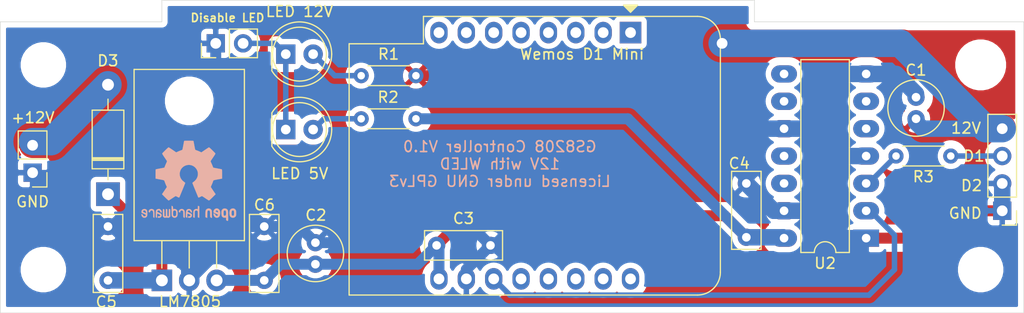
<source format=kicad_pcb>
(kicad_pcb (version 20171130) (host pcbnew "(5.1.10)-1")

  (general
    (thickness 1.6)
    (drawings 16)
    (tracks 101)
    (zones 0)
    (modules 23)
    (nets 30)
  )

  (page A4)
  (title_block
    (title "Weihnachtsgeschenk Leona")
    (rev 1.0)
  )

  (layers
    (0 F.Cu signal hide)
    (31 B.Cu signal hide)
    (32 B.Adhes user)
    (33 F.Adhes user)
    (34 B.Paste user)
    (35 F.Paste user)
    (36 B.SilkS user)
    (37 F.SilkS user)
    (38 B.Mask user)
    (39 F.Mask user)
    (40 Dwgs.User user)
    (41 Cmts.User user)
    (42 Eco1.User user)
    (43 Eco2.User user)
    (44 Edge.Cuts user)
    (45 Margin user)
    (46 B.CrtYd user)
    (47 F.CrtYd user)
    (48 B.Fab user)
    (49 F.Fab user)
  )

  (setup
    (last_trace_width 0.254)
    (user_trace_width 0.254)
    (user_trace_width 0.508)
    (user_trace_width 1.016)
    (user_trace_width 1.524)
    (user_trace_width 2.54)
    (user_trace_width 5.08)
    (trace_clearance 0.254)
    (zone_clearance 0.508)
    (zone_45_only no)
    (trace_min 0.1524)
    (via_size 0.8)
    (via_drill 0.4)
    (via_min_size 0.6)
    (via_min_drill 0.3)
    (user_via 2 1)
    (uvia_size 0.3)
    (uvia_drill 0.1)
    (uvias_allowed no)
    (uvia_min_size 0.2)
    (uvia_min_drill 0.1)
    (edge_width 0.05)
    (segment_width 0.2)
    (pcb_text_width 0.3)
    (pcb_text_size 1.5 1.5)
    (mod_edge_width 0.12)
    (mod_text_size 1 1)
    (mod_text_width 0.15)
    (pad_size 1.524 1.524)
    (pad_drill 0.762)
    (pad_to_mask_clearance 0.05)
    (aux_axis_origin 0 0)
    (visible_elements 7FFFFFFF)
    (pcbplotparams
      (layerselection 0x010fc_ffffffff)
      (usegerberextensions true)
      (usegerberattributes false)
      (usegerberadvancedattributes false)
      (creategerberjobfile false)
      (excludeedgelayer true)
      (linewidth 0.100000)
      (plotframeref false)
      (viasonmask false)
      (mode 1)
      (useauxorigin false)
      (hpglpennumber 1)
      (hpglpenspeed 20)
      (hpglpendiameter 15.000000)
      (psnegative false)
      (psa4output false)
      (plotreference true)
      (plotvalue true)
      (plotinvisibletext false)
      (padsonsilk false)
      (subtractmaskfromsilk false)
      (outputformat 1)
      (mirror false)
      (drillshape 0)
      (scaleselection 1)
      (outputdirectory "Gerber/"))
  )

  (net 0 "")
  (net 1 GND)
  (net 2 +12V)
  (net 3 +5V)
  (net 4 "Net-(C5-Pad1)")
  (net 5 "Net-(D1-Pad2)")
  (net 6 "Net-(D1-Pad1)")
  (net 7 "Net-(D2-Pad2)")
  (net 8 "Net-(LED_Conn1-Pad3)")
  (net 9 "Net-(R3-Pad2)")
  (net 10 "Net-(U2-Pad6)")
  (net 11 "Net-(U2-Pad12)")
  (net 12 "Net-(U2-Pad5)")
  (net 13 "Net-(U2-Pad11)")
  (net 14 "Net-(U2-Pad9)")
  (net 15 "Net-(U2-Pad2)")
  (net 16 "Net-(U2-Pad8)")
  (net 17 "Net-(U3-Pad16)")
  (net 18 "Net-(U3-Pad15)")
  (net 19 "Net-(U3-Pad14)")
  (net 20 "Net-(U3-Pad13)")
  (net 21 "Net-(U3-Pad12)")
  (net 22 +3V3)
  (net 23 "Net-(U3-Pad7)")
  (net 24 "Net-(U3-Pad6)")
  (net 25 "Net-(U3-Pad5)")
  (net 26 "Net-(U3-Pad4)")
  (net 27 "Net-(U3-Pad3)")
  (net 28 "Net-(U3-Pad1)")
  (net 29 "Net-(U3-Pad2)")

  (net_class Default "This is the default net class."
    (clearance 0.254)
    (trace_width 0.254)
    (via_dia 0.8)
    (via_drill 0.4)
    (uvia_dia 0.3)
    (uvia_drill 0.1)
    (add_net "Net-(C5-Pad1)")
    (add_net "Net-(D1-Pad1)")
    (add_net "Net-(D1-Pad2)")
    (add_net "Net-(D2-Pad2)")
    (add_net "Net-(LED_Conn1-Pad3)")
    (add_net "Net-(R3-Pad2)")
    (add_net "Net-(U2-Pad11)")
    (add_net "Net-(U2-Pad12)")
    (add_net "Net-(U2-Pad2)")
    (add_net "Net-(U2-Pad5)")
    (add_net "Net-(U2-Pad6)")
    (add_net "Net-(U2-Pad8)")
    (add_net "Net-(U2-Pad9)")
    (add_net "Net-(U3-Pad1)")
    (add_net "Net-(U3-Pad12)")
    (add_net "Net-(U3-Pad13)")
    (add_net "Net-(U3-Pad14)")
    (add_net "Net-(U3-Pad15)")
    (add_net "Net-(U3-Pad16)")
    (add_net "Net-(U3-Pad2)")
    (add_net "Net-(U3-Pad3)")
    (add_net "Net-(U3-Pad4)")
    (add_net "Net-(U3-Pad5)")
    (add_net "Net-(U3-Pad6)")
    (add_net "Net-(U3-Pad7)")
  )

  (net_class "VCC 12V" ""
    (clearance 0.254)
    (trace_width 1.524)
    (via_dia 0.8)
    (via_drill 0.4)
    (uvia_dia 0.3)
    (uvia_drill 0.1)
    (add_net +12V)
  )

  (net_class "VCC 5V" ""
    (clearance 0.254)
    (trace_width 0.4064)
    (via_dia 0.8)
    (via_drill 0.4)
    (uvia_dia 0.3)
    (uvia_drill 0.1)
    (add_net +3V3)
    (add_net +5V)
    (add_net GND)
  )

  (module Symbol:OSHW-Logo2_9.8x8mm_SilkScreen (layer B.Cu) (tedit 0) (tstamp 616D90F4)
    (at 62.5 110.75 180)
    (descr "Open Source Hardware Symbol")
    (tags "Logo Symbol OSHW")
    (attr virtual)
    (fp_text reference "" (at 0 0) (layer B.SilkS) hide
      (effects (font (size 1 1) (thickness 0.15)) (justify mirror))
    )
    (fp_text value "" (at 0.75 0) (layer B.Fab) hide
      (effects (font (size 1 1) (thickness 0.15)) (justify mirror))
    )
    (fp_poly (pts (xy -3.231114 -2.584505) (xy -3.156461 -2.621727) (xy -3.090569 -2.690261) (xy -3.072423 -2.715648)
      (xy -3.052655 -2.748866) (xy -3.039828 -2.784945) (xy -3.03249 -2.833098) (xy -3.029187 -2.902536)
      (xy -3.028462 -2.994206) (xy -3.031737 -3.11983) (xy -3.043123 -3.214154) (xy -3.064959 -3.284523)
      (xy -3.099581 -3.338286) (xy -3.14933 -3.382788) (xy -3.152986 -3.385423) (xy -3.202015 -3.412377)
      (xy -3.261055 -3.425712) (xy -3.336141 -3.429) (xy -3.458205 -3.429) (xy -3.458256 -3.547497)
      (xy -3.459392 -3.613492) (xy -3.466314 -3.652202) (xy -3.484402 -3.675419) (xy -3.519038 -3.694933)
      (xy -3.527355 -3.69892) (xy -3.56628 -3.717603) (xy -3.596417 -3.729403) (xy -3.618826 -3.730422)
      (xy -3.634567 -3.716761) (xy -3.644698 -3.684522) (xy -3.650277 -3.629804) (xy -3.652365 -3.548711)
      (xy -3.652019 -3.437344) (xy -3.6503 -3.291802) (xy -3.649763 -3.248269) (xy -3.647828 -3.098205)
      (xy -3.646096 -3.000042) (xy -3.458308 -3.000042) (xy -3.457252 -3.083364) (xy -3.452562 -3.13788)
      (xy -3.441949 -3.173837) (xy -3.423128 -3.201482) (xy -3.41035 -3.214965) (xy -3.35811 -3.254417)
      (xy -3.311858 -3.257628) (xy -3.264133 -3.225049) (xy -3.262923 -3.223846) (xy -3.243506 -3.198668)
      (xy -3.231693 -3.164447) (xy -3.225735 -3.111748) (xy -3.22388 -3.031131) (xy -3.223846 -3.013271)
      (xy -3.22833 -2.902175) (xy -3.242926 -2.825161) (xy -3.26935 -2.778147) (xy -3.309317 -2.75705)
      (xy -3.332416 -2.754923) (xy -3.387238 -2.7649) (xy -3.424842 -2.797752) (xy -3.447477 -2.857857)
      (xy -3.457394 -2.949598) (xy -3.458308 -3.000042) (xy -3.646096 -3.000042) (xy -3.645778 -2.98206)
      (xy -3.643127 -2.894679) (xy -3.639394 -2.830905) (xy -3.634093 -2.785582) (xy -3.626742 -2.753555)
      (xy -3.616857 -2.729668) (xy -3.603954 -2.708764) (xy -3.598421 -2.700898) (xy -3.525031 -2.626595)
      (xy -3.43224 -2.584467) (xy -3.324904 -2.572722) (xy -3.231114 -2.584505)) (layer B.SilkS) (width 0.01))
    (fp_poly (pts (xy -1.728336 -2.595089) (xy -1.665633 -2.631358) (xy -1.622039 -2.667358) (xy -1.590155 -2.705075)
      (xy -1.56819 -2.751199) (xy -1.554351 -2.812421) (xy -1.546847 -2.895431) (xy -1.543883 -3.006919)
      (xy -1.543539 -3.087062) (xy -1.543539 -3.382065) (xy -1.709615 -3.456515) (xy -1.719385 -3.133402)
      (xy -1.723421 -3.012729) (xy -1.727656 -2.925141) (xy -1.732903 -2.86465) (xy -1.739975 -2.825268)
      (xy -1.749689 -2.801007) (xy -1.762856 -2.78588) (xy -1.767081 -2.782606) (xy -1.831091 -2.757034)
      (xy -1.895792 -2.767153) (xy -1.934308 -2.794) (xy -1.949975 -2.813024) (xy -1.96082 -2.837988)
      (xy -1.967712 -2.875834) (xy -1.971521 -2.933502) (xy -1.973117 -3.017935) (xy -1.973385 -3.105928)
      (xy -1.973437 -3.216323) (xy -1.975328 -3.294463) (xy -1.981655 -3.347165) (xy -1.995017 -3.381242)
      (xy -2.018015 -3.403511) (xy -2.053246 -3.420787) (xy -2.100303 -3.438738) (xy -2.151697 -3.458278)
      (xy -2.145579 -3.111485) (xy -2.143116 -2.986468) (xy -2.140233 -2.894082) (xy -2.136102 -2.827881)
      (xy -2.129893 -2.78142) (xy -2.120774 -2.748256) (xy -2.107917 -2.721944) (xy -2.092416 -2.698729)
      (xy -2.017629 -2.624569) (xy -1.926372 -2.581684) (xy -1.827117 -2.571412) (xy -1.728336 -2.595089)) (layer B.SilkS) (width 0.01))
    (fp_poly (pts (xy -3.983114 -2.587256) (xy -3.891536 -2.635409) (xy -3.823951 -2.712905) (xy -3.799943 -2.762727)
      (xy -3.781262 -2.837533) (xy -3.771699 -2.932052) (xy -3.770792 -3.03521) (xy -3.778079 -3.135935)
      (xy -3.793097 -3.223153) (xy -3.815385 -3.285791) (xy -3.822235 -3.296579) (xy -3.903368 -3.377105)
      (xy -3.999734 -3.425336) (xy -4.104299 -3.43945) (xy -4.210032 -3.417629) (xy -4.239457 -3.404547)
      (xy -4.296759 -3.364231) (xy -4.34705 -3.310775) (xy -4.351803 -3.303995) (xy -4.371122 -3.271321)
      (xy -4.383892 -3.236394) (xy -4.391436 -3.190414) (xy -4.395076 -3.124584) (xy -4.396135 -3.030105)
      (xy -4.396154 -3.008923) (xy -4.396106 -3.002182) (xy -4.200769 -3.002182) (xy -4.199632 -3.091349)
      (xy -4.195159 -3.15052) (xy -4.185754 -3.188741) (xy -4.169824 -3.215053) (xy -4.161692 -3.223846)
      (xy -4.114942 -3.257261) (xy -4.069553 -3.255737) (xy -4.02366 -3.226752) (xy -3.996288 -3.195809)
      (xy -3.980077 -3.150643) (xy -3.970974 -3.07942) (xy -3.970349 -3.071114) (xy -3.968796 -2.942037)
      (xy -3.985035 -2.846172) (xy -4.018848 -2.784107) (xy -4.070016 -2.756432) (xy -4.08828 -2.754923)
      (xy -4.13624 -2.762513) (xy -4.169047 -2.788808) (xy -4.189105 -2.839095) (xy -4.198822 -2.918664)
      (xy -4.200769 -3.002182) (xy -4.396106 -3.002182) (xy -4.395426 -2.908249) (xy -4.392371 -2.837906)
      (xy -4.385678 -2.789163) (xy -4.37404 -2.753288) (xy -4.356147 -2.721548) (xy -4.352192 -2.715648)
      (xy -4.285733 -2.636104) (xy -4.213315 -2.589929) (xy -4.125151 -2.571599) (xy -4.095213 -2.570703)
      (xy -3.983114 -2.587256)) (layer B.SilkS) (width 0.01))
    (fp_poly (pts (xy -2.465746 -2.599745) (xy -2.388714 -2.651567) (xy -2.329184 -2.726412) (xy -2.293622 -2.821654)
      (xy -2.286429 -2.891756) (xy -2.287246 -2.921009) (xy -2.294086 -2.943407) (xy -2.312888 -2.963474)
      (xy -2.349592 -2.985733) (xy -2.410138 -3.014709) (xy -2.500466 -3.054927) (xy -2.500923 -3.055129)
      (xy -2.584067 -3.09321) (xy -2.652247 -3.127025) (xy -2.698495 -3.152933) (xy -2.715842 -3.167295)
      (xy -2.715846 -3.167411) (xy -2.700557 -3.198685) (xy -2.664804 -3.233157) (xy -2.623758 -3.25799)
      (xy -2.602963 -3.262923) (xy -2.54623 -3.245862) (xy -2.497373 -3.203133) (xy -2.473535 -3.156155)
      (xy -2.450603 -3.121522) (xy -2.405682 -3.082081) (xy -2.352877 -3.048009) (xy -2.30629 -3.02948)
      (xy -2.296548 -3.028462) (xy -2.285582 -3.045215) (xy -2.284921 -3.088039) (xy -2.29298 -3.145781)
      (xy -2.308173 -3.207289) (xy -2.328914 -3.261409) (xy -2.329962 -3.26351) (xy -2.392379 -3.35066)
      (xy -2.473274 -3.409939) (xy -2.565144 -3.439034) (xy -2.660487 -3.435634) (xy -2.751802 -3.397428)
      (xy -2.755862 -3.394741) (xy -2.827694 -3.329642) (xy -2.874927 -3.244705) (xy -2.901066 -3.133021)
      (xy -2.904574 -3.101643) (xy -2.910787 -2.953536) (xy -2.903339 -2.884468) (xy -2.715846 -2.884468)
      (xy -2.71341 -2.927552) (xy -2.700086 -2.940126) (xy -2.666868 -2.930719) (xy -2.614506 -2.908483)
      (xy -2.555976 -2.88061) (xy -2.554521 -2.879872) (xy -2.504911 -2.853777) (xy -2.485 -2.836363)
      (xy -2.48991 -2.818107) (xy -2.510584 -2.79412) (xy -2.563181 -2.759406) (xy -2.619823 -2.756856)
      (xy -2.670631 -2.782119) (xy -2.705724 -2.830847) (xy -2.715846 -2.884468) (xy -2.903339 -2.884468)
      (xy -2.898008 -2.835036) (xy -2.865222 -2.741055) (xy -2.819579 -2.675215) (xy -2.737198 -2.608681)
      (xy -2.646454 -2.575676) (xy -2.553815 -2.573573) (xy -2.465746 -2.599745)) (layer B.SilkS) (width 0.01))
    (fp_poly (pts (xy -0.840154 -2.49212) (xy -0.834428 -2.57198) (xy -0.827851 -2.619039) (xy -0.818738 -2.639566)
      (xy -0.805402 -2.639829) (xy -0.801077 -2.637378) (xy -0.743556 -2.619636) (xy -0.668732 -2.620672)
      (xy -0.592661 -2.63891) (xy -0.545082 -2.662505) (xy -0.496298 -2.700198) (xy -0.460636 -2.742855)
      (xy -0.436155 -2.797057) (xy -0.420913 -2.869384) (xy -0.41297 -2.966419) (xy -0.410384 -3.094742)
      (xy -0.410338 -3.119358) (xy -0.410308 -3.39587) (xy -0.471839 -3.41732) (xy -0.515541 -3.431912)
      (xy -0.539518 -3.438706) (xy -0.540223 -3.438769) (xy -0.542585 -3.420345) (xy -0.544594 -3.369526)
      (xy -0.546099 -3.292993) (xy -0.546947 -3.19743) (xy -0.547077 -3.139329) (xy -0.547349 -3.024771)
      (xy -0.548748 -2.942667) (xy -0.552151 -2.886393) (xy -0.558433 -2.849326) (xy -0.568471 -2.824844)
      (xy -0.583139 -2.806325) (xy -0.592298 -2.797406) (xy -0.655211 -2.761466) (xy -0.723864 -2.758775)
      (xy -0.786152 -2.78917) (xy -0.797671 -2.800144) (xy -0.814567 -2.820779) (xy -0.826286 -2.845256)
      (xy -0.833767 -2.880647) (xy -0.837946 -2.934026) (xy -0.839763 -3.012466) (xy -0.840154 -3.120617)
      (xy -0.840154 -3.39587) (xy -0.901685 -3.41732) (xy -0.945387 -3.431912) (xy -0.969364 -3.438706)
      (xy -0.97007 -3.438769) (xy -0.971874 -3.420069) (xy -0.9735 -3.367322) (xy -0.974883 -3.285557)
      (xy -0.975958 -3.179805) (xy -0.97666 -3.055094) (xy -0.976923 -2.916455) (xy -0.976923 -2.381806)
      (xy -0.849923 -2.328236) (xy -0.840154 -2.49212)) (layer B.SilkS) (width 0.01))
    (fp_poly (pts (xy 0.053501 -2.626303) (xy 0.13006 -2.654733) (xy 0.130936 -2.655279) (xy 0.178285 -2.690127)
      (xy 0.213241 -2.730852) (xy 0.237825 -2.783925) (xy 0.254062 -2.855814) (xy 0.263975 -2.952992)
      (xy 0.269586 -3.081928) (xy 0.270077 -3.100298) (xy 0.277141 -3.377287) (xy 0.217695 -3.408028)
      (xy 0.174681 -3.428802) (xy 0.14871 -3.438646) (xy 0.147509 -3.438769) (xy 0.143014 -3.420606)
      (xy 0.139444 -3.371612) (xy 0.137248 -3.300031) (xy 0.136769 -3.242068) (xy 0.136758 -3.14817)
      (xy 0.132466 -3.089203) (xy 0.117503 -3.061079) (xy 0.085482 -3.059706) (xy 0.030014 -3.080998)
      (xy -0.053731 -3.120136) (xy -0.115311 -3.152643) (xy -0.146983 -3.180845) (xy -0.156294 -3.211582)
      (xy -0.156308 -3.213104) (xy -0.140943 -3.266054) (xy -0.095453 -3.29466) (xy -0.025834 -3.298803)
      (xy 0.024313 -3.298084) (xy 0.050754 -3.312527) (xy 0.067243 -3.347218) (xy 0.076733 -3.391416)
      (xy 0.063057 -3.416493) (xy 0.057907 -3.420082) (xy 0.009425 -3.434496) (xy -0.058469 -3.436537)
      (xy -0.128388 -3.426983) (xy -0.177932 -3.409522) (xy -0.24643 -3.351364) (xy -0.285366 -3.270408)
      (xy -0.293077 -3.20716) (xy -0.287193 -3.150111) (xy -0.265899 -3.103542) (xy -0.223735 -3.062181)
      (xy -0.155241 -3.020755) (xy -0.054956 -2.973993) (xy -0.048846 -2.97135) (xy 0.04149 -2.929617)
      (xy 0.097235 -2.895391) (xy 0.121129 -2.864635) (xy 0.115913 -2.833311) (xy 0.084328 -2.797383)
      (xy 0.074883 -2.789116) (xy 0.011617 -2.757058) (xy -0.053936 -2.758407) (xy -0.111028 -2.789838)
      (xy -0.148907 -2.848024) (xy -0.152426 -2.859446) (xy -0.1867 -2.914837) (xy -0.230191 -2.941518)
      (xy -0.293077 -2.96796) (xy -0.293077 -2.899548) (xy -0.273948 -2.80011) (xy -0.217169 -2.708902)
      (xy -0.187622 -2.678389) (xy -0.120458 -2.639228) (xy -0.035044 -2.6215) (xy 0.053501 -2.626303)) (layer B.SilkS) (width 0.01))
    (fp_poly (pts (xy 0.713362 -2.62467) (xy 0.802117 -2.657421) (xy 0.874022 -2.71535) (xy 0.902144 -2.756128)
      (xy 0.932802 -2.830954) (xy 0.932165 -2.885058) (xy 0.899987 -2.921446) (xy 0.888081 -2.927633)
      (xy 0.836675 -2.946925) (xy 0.810422 -2.941982) (xy 0.80153 -2.909587) (xy 0.801077 -2.891692)
      (xy 0.784797 -2.825859) (xy 0.742365 -2.779807) (xy 0.683388 -2.757564) (xy 0.617475 -2.763161)
      (xy 0.563895 -2.792229) (xy 0.545798 -2.80881) (xy 0.532971 -2.828925) (xy 0.524306 -2.859332)
      (xy 0.518696 -2.906788) (xy 0.515035 -2.97805) (xy 0.512215 -3.079875) (xy 0.511484 -3.112115)
      (xy 0.50882 -3.22241) (xy 0.505792 -3.300036) (xy 0.50125 -3.351396) (xy 0.494046 -3.38289)
      (xy 0.483033 -3.40092) (xy 0.46706 -3.411888) (xy 0.456834 -3.416733) (xy 0.413406 -3.433301)
      (xy 0.387842 -3.438769) (xy 0.379395 -3.420507) (xy 0.374239 -3.365296) (xy 0.372346 -3.272499)
      (xy 0.373689 -3.141478) (xy 0.374107 -3.121269) (xy 0.377058 -3.001733) (xy 0.380548 -2.914449)
      (xy 0.385514 -2.852591) (xy 0.392893 -2.809336) (xy 0.403624 -2.77786) (xy 0.418645 -2.751339)
      (xy 0.426502 -2.739975) (xy 0.471553 -2.689692) (xy 0.52194 -2.650581) (xy 0.528108 -2.647167)
      (xy 0.618458 -2.620212) (xy 0.713362 -2.62467)) (layer B.SilkS) (width 0.01))
    (fp_poly (pts (xy 1.602081 -2.780289) (xy 1.601833 -2.92632) (xy 1.600872 -3.038655) (xy 1.598794 -3.122678)
      (xy 1.595193 -3.183769) (xy 1.589665 -3.227309) (xy 1.581804 -3.258679) (xy 1.571207 -3.283262)
      (xy 1.563182 -3.297294) (xy 1.496728 -3.373388) (xy 1.41247 -3.421084) (xy 1.319249 -3.438199)
      (xy 1.2259 -3.422546) (xy 1.170312 -3.394418) (xy 1.111957 -3.34576) (xy 1.072186 -3.286333)
      (xy 1.04819 -3.208507) (xy 1.037161 -3.104652) (xy 1.035599 -3.028462) (xy 1.035809 -3.022986)
      (xy 1.172308 -3.022986) (xy 1.173141 -3.110355) (xy 1.176961 -3.168192) (xy 1.185746 -3.206029)
      (xy 1.201474 -3.233398) (xy 1.220266 -3.254042) (xy 1.283375 -3.29389) (xy 1.351137 -3.297295)
      (xy 1.415179 -3.264025) (xy 1.420164 -3.259517) (xy 1.441439 -3.236067) (xy 1.454779 -3.208166)
      (xy 1.462001 -3.166641) (xy 1.464923 -3.102316) (xy 1.465385 -3.0312) (xy 1.464383 -2.941858)
      (xy 1.460238 -2.882258) (xy 1.451236 -2.843089) (xy 1.435667 -2.81504) (xy 1.422902 -2.800144)
      (xy 1.3636 -2.762575) (xy 1.295301 -2.758057) (xy 1.23011 -2.786753) (xy 1.217528 -2.797406)
      (xy 1.196111 -2.821063) (xy 1.182744 -2.849251) (xy 1.175566 -2.891245) (xy 1.172719 -2.956319)
      (xy 1.172308 -3.022986) (xy 1.035809 -3.022986) (xy 1.040322 -2.905765) (xy 1.056362 -2.813577)
      (xy 1.086528 -2.744269) (xy 1.133629 -2.690211) (xy 1.170312 -2.662505) (xy 1.23699 -2.632572)
      (xy 1.314272 -2.618678) (xy 1.38611 -2.622397) (xy 1.426308 -2.6374) (xy 1.442082 -2.64167)
      (xy 1.45255 -2.62575) (xy 1.459856 -2.583089) (xy 1.465385 -2.518106) (xy 1.471437 -2.445732)
      (xy 1.479844 -2.402187) (xy 1.495141 -2.377287) (xy 1.521864 -2.360845) (xy 1.538654 -2.353564)
      (xy 1.602154 -2.326963) (xy 1.602081 -2.780289)) (layer B.SilkS) (width 0.01))
    (fp_poly (pts (xy 2.395929 -2.636662) (xy 2.398911 -2.688068) (xy 2.401247 -2.766192) (xy 2.402749 -2.864857)
      (xy 2.403231 -2.968343) (xy 2.403231 -3.318533) (xy 2.341401 -3.380363) (xy 2.298793 -3.418462)
      (xy 2.26139 -3.433895) (xy 2.21027 -3.432918) (xy 2.189978 -3.430433) (xy 2.126554 -3.4232)
      (xy 2.074095 -3.419055) (xy 2.061308 -3.418672) (xy 2.018199 -3.421176) (xy 1.956544 -3.427462)
      (xy 1.932638 -3.430433) (xy 1.873922 -3.435028) (xy 1.834464 -3.425046) (xy 1.795338 -3.394228)
      (xy 1.781215 -3.380363) (xy 1.719385 -3.318533) (xy 1.719385 -2.663503) (xy 1.76915 -2.640829)
      (xy 1.812002 -2.624034) (xy 1.837073 -2.618154) (xy 1.843501 -2.636736) (xy 1.849509 -2.688655)
      (xy 1.854697 -2.768172) (xy 1.858664 -2.869546) (xy 1.860577 -2.955192) (xy 1.865923 -3.292231)
      (xy 1.91256 -3.298825) (xy 1.954976 -3.294214) (xy 1.97576 -3.279287) (xy 1.98157 -3.251377)
      (xy 1.98653 -3.191925) (xy 1.990246 -3.108466) (xy 1.992324 -3.008532) (xy 1.992624 -2.957104)
      (xy 1.992923 -2.661054) (xy 2.054454 -2.639604) (xy 2.098004 -2.62502) (xy 2.121694 -2.618219)
      (xy 2.122377 -2.618154) (xy 2.124754 -2.636642) (xy 2.127366 -2.687906) (xy 2.129995 -2.765649)
      (xy 2.132421 -2.863574) (xy 2.134115 -2.955192) (xy 2.139461 -3.292231) (xy 2.256692 -3.292231)
      (xy 2.262072 -2.984746) (xy 2.267451 -2.677261) (xy 2.324601 -2.647707) (xy 2.366797 -2.627413)
      (xy 2.39177 -2.618204) (xy 2.392491 -2.618154) (xy 2.395929 -2.636662)) (layer B.SilkS) (width 0.01))
    (fp_poly (pts (xy 2.887333 -2.633528) (xy 2.94359 -2.659117) (xy 2.987747 -2.690124) (xy 3.020101 -2.724795)
      (xy 3.042438 -2.76952) (xy 3.056546 -2.830692) (xy 3.064211 -2.914701) (xy 3.06722 -3.02794)
      (xy 3.067538 -3.102509) (xy 3.067538 -3.39342) (xy 3.017773 -3.416095) (xy 2.978576 -3.432667)
      (xy 2.959157 -3.438769) (xy 2.955442 -3.42061) (xy 2.952495 -3.371648) (xy 2.950691 -3.300153)
      (xy 2.950308 -3.243385) (xy 2.948661 -3.161371) (xy 2.944222 -3.096309) (xy 2.93774 -3.056467)
      (xy 2.93259 -3.048) (xy 2.897977 -3.056646) (xy 2.84364 -3.078823) (xy 2.780722 -3.108886)
      (xy 2.720368 -3.141192) (xy 2.673721 -3.170098) (xy 2.651926 -3.189961) (xy 2.651839 -3.190175)
      (xy 2.653714 -3.226935) (xy 2.670525 -3.262026) (xy 2.700039 -3.290528) (xy 2.743116 -3.300061)
      (xy 2.779932 -3.29895) (xy 2.832074 -3.298133) (xy 2.859444 -3.310349) (xy 2.875882 -3.342624)
      (xy 2.877955 -3.34871) (xy 2.885081 -3.394739) (xy 2.866024 -3.422687) (xy 2.816353 -3.436007)
      (xy 2.762697 -3.43847) (xy 2.666142 -3.42021) (xy 2.616159 -3.394131) (xy 2.554429 -3.332868)
      (xy 2.52169 -3.25767) (xy 2.518753 -3.178211) (xy 2.546424 -3.104167) (xy 2.588047 -3.057769)
      (xy 2.629604 -3.031793) (xy 2.694922 -2.998907) (xy 2.771038 -2.965557) (xy 2.783726 -2.960461)
      (xy 2.867333 -2.923565) (xy 2.91553 -2.891046) (xy 2.93103 -2.858718) (xy 2.91655 -2.822394)
      (xy 2.891692 -2.794) (xy 2.832939 -2.759039) (xy 2.768293 -2.756417) (xy 2.709008 -2.783358)
      (xy 2.666339 -2.837088) (xy 2.660739 -2.85095) (xy 2.628133 -2.901936) (xy 2.58053 -2.939787)
      (xy 2.520461 -2.97085) (xy 2.520461 -2.882768) (xy 2.523997 -2.828951) (xy 2.539156 -2.786534)
      (xy 2.572768 -2.741279) (xy 2.605035 -2.70642) (xy 2.655209 -2.657062) (xy 2.694193 -2.630547)
      (xy 2.736064 -2.619911) (xy 2.78346 -2.618154) (xy 2.887333 -2.633528)) (layer B.SilkS) (width 0.01))
    (fp_poly (pts (xy 3.570807 -2.636782) (xy 3.594161 -2.646988) (xy 3.649902 -2.691134) (xy 3.697569 -2.754967)
      (xy 3.727048 -2.823087) (xy 3.731846 -2.85667) (xy 3.71576 -2.903556) (xy 3.680475 -2.928365)
      (xy 3.642644 -2.943387) (xy 3.625321 -2.946155) (xy 3.616886 -2.926066) (xy 3.60023 -2.882351)
      (xy 3.592923 -2.862598) (xy 3.551948 -2.794271) (xy 3.492622 -2.760191) (xy 3.416552 -2.761239)
      (xy 3.410918 -2.762581) (xy 3.370305 -2.781836) (xy 3.340448 -2.819375) (xy 3.320055 -2.879809)
      (xy 3.307836 -2.967751) (xy 3.3025 -3.087813) (xy 3.302 -3.151698) (xy 3.301752 -3.252403)
      (xy 3.300126 -3.321054) (xy 3.295801 -3.364673) (xy 3.287454 -3.390282) (xy 3.273765 -3.404903)
      (xy 3.253411 -3.415558) (xy 3.252234 -3.416095) (xy 3.213038 -3.432667) (xy 3.193619 -3.438769)
      (xy 3.190635 -3.420319) (xy 3.188081 -3.369323) (xy 3.18614 -3.292308) (xy 3.184997 -3.195805)
      (xy 3.184769 -3.125184) (xy 3.185932 -2.988525) (xy 3.190479 -2.884851) (xy 3.199999 -2.808108)
      (xy 3.216081 -2.752246) (xy 3.240313 -2.711212) (xy 3.274286 -2.678954) (xy 3.307833 -2.65644)
      (xy 3.388499 -2.626476) (xy 3.482381 -2.619718) (xy 3.570807 -2.636782)) (layer B.SilkS) (width 0.01))
    (fp_poly (pts (xy 4.245224 -2.647838) (xy 4.322528 -2.698361) (xy 4.359814 -2.74359) (xy 4.389353 -2.825663)
      (xy 4.391699 -2.890607) (xy 4.386385 -2.977445) (xy 4.186115 -3.065103) (xy 4.088739 -3.109887)
      (xy 4.025113 -3.145913) (xy 3.992029 -3.177117) (xy 3.98628 -3.207436) (xy 4.004658 -3.240805)
      (xy 4.024923 -3.262923) (xy 4.083889 -3.298393) (xy 4.148024 -3.300879) (xy 4.206926 -3.273235)
      (xy 4.250197 -3.21832) (xy 4.257936 -3.198928) (xy 4.295006 -3.138364) (xy 4.337654 -3.112552)
      (xy 4.396154 -3.090471) (xy 4.396154 -3.174184) (xy 4.390982 -3.23115) (xy 4.370723 -3.279189)
      (xy 4.328262 -3.334346) (xy 4.321951 -3.341514) (xy 4.27472 -3.390585) (xy 4.234121 -3.41692)
      (xy 4.183328 -3.429035) (xy 4.14122 -3.433003) (xy 4.065902 -3.433991) (xy 4.012286 -3.421466)
      (xy 3.978838 -3.402869) (xy 3.926268 -3.361975) (xy 3.889879 -3.317748) (xy 3.86685 -3.262126)
      (xy 3.854359 -3.187047) (xy 3.849587 -3.084449) (xy 3.849206 -3.032376) (xy 3.850501 -2.969948)
      (xy 3.968471 -2.969948) (xy 3.969839 -3.003438) (xy 3.973249 -3.008923) (xy 3.995753 -3.001472)
      (xy 4.044182 -2.981753) (xy 4.108908 -2.953718) (xy 4.122443 -2.947692) (xy 4.204244 -2.906096)
      (xy 4.249312 -2.869538) (xy 4.259217 -2.835296) (xy 4.235526 -2.800648) (xy 4.21596 -2.785339)
      (xy 4.14536 -2.754721) (xy 4.07928 -2.75978) (xy 4.023959 -2.797151) (xy 3.985636 -2.863473)
      (xy 3.973349 -2.916116) (xy 3.968471 -2.969948) (xy 3.850501 -2.969948) (xy 3.85173 -2.91072)
      (xy 3.861032 -2.82071) (xy 3.87946 -2.755167) (xy 3.90936 -2.706912) (xy 3.95308 -2.668767)
      (xy 3.972141 -2.65644) (xy 4.058726 -2.624336) (xy 4.153522 -2.622316) (xy 4.245224 -2.647838)) (layer B.SilkS) (width 0.01))
    (fp_poly (pts (xy 0.139878 3.712224) (xy 0.245612 3.711645) (xy 0.322132 3.710078) (xy 0.374372 3.707028)
      (xy 0.407263 3.702004) (xy 0.425737 3.694511) (xy 0.434727 3.684056) (xy 0.439163 3.670147)
      (xy 0.439594 3.668346) (xy 0.446333 3.635855) (xy 0.458808 3.571748) (xy 0.475719 3.482849)
      (xy 0.495771 3.375981) (xy 0.517664 3.257967) (xy 0.518429 3.253822) (xy 0.540359 3.138169)
      (xy 0.560877 3.035986) (xy 0.578659 2.953402) (xy 0.592381 2.896544) (xy 0.600718 2.871542)
      (xy 0.601116 2.871099) (xy 0.625677 2.85889) (xy 0.676315 2.838544) (xy 0.742095 2.814455)
      (xy 0.742461 2.814326) (xy 0.825317 2.783182) (xy 0.923 2.743509) (xy 1.015077 2.703619)
      (xy 1.019434 2.701647) (xy 1.169407 2.63358) (xy 1.501498 2.860361) (xy 1.603374 2.929496)
      (xy 1.695657 2.991303) (xy 1.773003 3.042267) (xy 1.830064 3.078873) (xy 1.861495 3.097606)
      (xy 1.864479 3.098996) (xy 1.887321 3.09281) (xy 1.929982 3.062965) (xy 1.994128 3.008053)
      (xy 2.081421 2.926666) (xy 2.170535 2.840078) (xy 2.256441 2.754753) (xy 2.333327 2.676892)
      (xy 2.396564 2.611303) (xy 2.441523 2.562795) (xy 2.463576 2.536175) (xy 2.464396 2.534805)
      (xy 2.466834 2.516537) (xy 2.45765 2.486705) (xy 2.434574 2.441279) (xy 2.395337 2.37623)
      (xy 2.33767 2.28753) (xy 2.260795 2.173343) (xy 2.19257 2.072838) (xy 2.131582 1.982697)
      (xy 2.081356 1.908151) (xy 2.045416 1.854435) (xy 2.027287 1.826782) (xy 2.026146 1.824905)
      (xy 2.028359 1.79841) (xy 2.045138 1.746914) (xy 2.073142 1.680149) (xy 2.083122 1.658828)
      (xy 2.126672 1.563841) (xy 2.173134 1.456063) (xy 2.210877 1.362808) (xy 2.238073 1.293594)
      (xy 2.259675 1.240994) (xy 2.272158 1.213503) (xy 2.273709 1.211384) (xy 2.296668 1.207876)
      (xy 2.350786 1.198262) (xy 2.428868 1.183911) (xy 2.523719 1.166193) (xy 2.628143 1.146475)
      (xy 2.734944 1.126126) (xy 2.836926 1.106514) (xy 2.926894 1.089009) (xy 2.997653 1.074978)
      (xy 3.042006 1.065791) (xy 3.052885 1.063193) (xy 3.064122 1.056782) (xy 3.072605 1.042303)
      (xy 3.078714 1.014867) (xy 3.082832 0.969589) (xy 3.085341 0.90158) (xy 3.086621 0.805953)
      (xy 3.087054 0.67782) (xy 3.087077 0.625299) (xy 3.087077 0.198155) (xy 2.9845 0.177909)
      (xy 2.927431 0.16693) (xy 2.842269 0.150905) (xy 2.739372 0.131767) (xy 2.629096 0.111449)
      (xy 2.598615 0.105868) (xy 2.496855 0.086083) (xy 2.408205 0.066627) (xy 2.340108 0.049303)
      (xy 2.300004 0.035912) (xy 2.293323 0.031921) (xy 2.276919 0.003658) (xy 2.253399 -0.051109)
      (xy 2.227316 -0.121588) (xy 2.222142 -0.136769) (xy 2.187956 -0.230896) (xy 2.145523 -0.337101)
      (xy 2.103997 -0.432473) (xy 2.103792 -0.432916) (xy 2.03464 -0.582525) (xy 2.489512 -1.251617)
      (xy 2.1975 -1.544116) (xy 2.10918 -1.63117) (xy 2.028625 -1.707909) (xy 1.96036 -1.770237)
      (xy 1.908908 -1.814056) (xy 1.878794 -1.83527) (xy 1.874474 -1.836616) (xy 1.849111 -1.826016)
      (xy 1.797358 -1.796547) (xy 1.724868 -1.751705) (xy 1.637294 -1.694984) (xy 1.542612 -1.631462)
      (xy 1.446516 -1.566668) (xy 1.360837 -1.510287) (xy 1.291016 -1.465788) (xy 1.242494 -1.436639)
      (xy 1.220782 -1.426308) (xy 1.194293 -1.43505) (xy 1.144062 -1.458087) (xy 1.080451 -1.490631)
      (xy 1.073708 -1.494249) (xy 0.988046 -1.53721) (xy 0.929306 -1.558279) (xy 0.892772 -1.558503)
      (xy 0.873731 -1.538928) (xy 0.87362 -1.538654) (xy 0.864102 -1.515472) (xy 0.841403 -1.460441)
      (xy 0.807282 -1.377822) (xy 0.7635 -1.271872) (xy 0.711816 -1.146852) (xy 0.653992 -1.00702)
      (xy 0.597991 -0.871637) (xy 0.536447 -0.722234) (xy 0.479939 -0.583832) (xy 0.430161 -0.460673)
      (xy 0.388806 -0.357002) (xy 0.357568 -0.277059) (xy 0.338141 -0.225088) (xy 0.332154 -0.205692)
      (xy 0.347168 -0.183443) (xy 0.386439 -0.147982) (xy 0.438807 -0.108887) (xy 0.587941 0.014755)
      (xy 0.704511 0.156478) (xy 0.787118 0.313296) (xy 0.834366 0.482225) (xy 0.844857 0.660278)
      (xy 0.837231 0.742461) (xy 0.795682 0.912969) (xy 0.724123 1.063541) (xy 0.626995 1.192691)
      (xy 0.508734 1.298936) (xy 0.37378 1.38079) (xy 0.226571 1.436768) (xy 0.071544 1.465385)
      (xy -0.086861 1.465156) (xy -0.244206 1.434595) (xy -0.396054 1.372218) (xy -0.537965 1.27654)
      (xy -0.597197 1.222428) (xy -0.710797 1.08348) (xy -0.789894 0.931639) (xy -0.835014 0.771333)
      (xy -0.846684 0.606988) (xy -0.825431 0.443029) (xy -0.77178 0.283882) (xy -0.68626 0.133975)
      (xy -0.569395 -0.002267) (xy -0.438807 -0.108887) (xy -0.384412 -0.149642) (xy -0.345986 -0.184718)
      (xy -0.332154 -0.205726) (xy -0.339397 -0.228635) (xy -0.359995 -0.283365) (xy -0.392254 -0.365672)
      (xy -0.434479 -0.471315) (xy -0.484977 -0.59605) (xy -0.542052 -0.735636) (xy -0.598146 -0.87167)
      (xy -0.660033 -1.021201) (xy -0.717356 -1.159767) (xy -0.768356 -1.283107) (xy -0.811273 -1.386964)
      (xy -0.844347 -1.46708) (xy -0.865819 -1.519195) (xy -0.873775 -1.538654) (xy -0.892571 -1.558423)
      (xy -0.928926 -1.558365) (xy -0.987521 -1.537441) (xy -1.073032 -1.494613) (xy -1.073708 -1.494249)
      (xy -1.138093 -1.461012) (xy -1.190139 -1.436802) (xy -1.219488 -1.426404) (xy -1.220783 -1.426308)
      (xy -1.242876 -1.436855) (xy -1.291652 -1.466184) (xy -1.361669 -1.510827) (xy -1.447486 -1.567314)
      (xy -1.542612 -1.631462) (xy -1.63946 -1.696411) (xy -1.726747 -1.752896) (xy -1.798819 -1.797421)
      (xy -1.850023 -1.82649) (xy -1.874474 -1.836616) (xy -1.89699 -1.823307) (xy -1.942258 -1.786112)
      (xy -2.005756 -1.729128) (xy -2.082961 -1.656449) (xy -2.169349 -1.572171) (xy -2.197601 -1.544016)
      (xy -2.489713 -1.251416) (xy -2.267369 -0.925104) (xy -2.199798 -0.824897) (xy -2.140493 -0.734963)
      (xy -2.092783 -0.66051) (xy -2.059993 -0.606751) (xy -2.045452 -0.578894) (xy -2.045026 -0.576912)
      (xy -2.052692 -0.550655) (xy -2.073311 -0.497837) (xy -2.103315 -0.42731) (xy -2.124375 -0.380093)
      (xy -2.163752 -0.289694) (xy -2.200835 -0.198366) (xy -2.229585 -0.1212) (xy -2.237395 -0.097692)
      (xy -2.259583 -0.034916) (xy -2.281273 0.013589) (xy -2.293187 0.031921) (xy -2.319477 0.043141)
      (xy -2.376858 0.059046) (xy -2.457882 0.077833) (xy -2.555105 0.097701) (xy -2.598615 0.105868)
      (xy -2.709104 0.126171) (xy -2.815084 0.14583) (xy -2.906199 0.162912) (xy -2.972092 0.175482)
      (xy -2.9845 0.177909) (xy -3.087077 0.198155) (xy -3.087077 0.625299) (xy -3.086847 0.765754)
      (xy -3.085901 0.872021) (xy -3.083859 0.948987) (xy -3.080338 1.00154) (xy -3.074957 1.034567)
      (xy -3.067334 1.052955) (xy -3.057088 1.061592) (xy -3.052885 1.063193) (xy -3.02753 1.068873)
      (xy -2.971516 1.080205) (xy -2.892036 1.095821) (xy -2.796288 1.114353) (xy -2.691467 1.134431)
      (xy -2.584768 1.154688) (xy -2.483387 1.173754) (xy -2.394521 1.190261) (xy -2.325363 1.202841)
      (xy -2.283111 1.210125) (xy -2.27371 1.211384) (xy -2.265193 1.228237) (xy -2.24634 1.27313)
      (xy -2.220676 1.33757) (xy -2.210877 1.362808) (xy -2.171352 1.460314) (xy -2.124808 1.568041)
      (xy -2.083123 1.658828) (xy -2.05245 1.728247) (xy -2.032044 1.78529) (xy -2.025232 1.820223)
      (xy -2.026318 1.824905) (xy -2.040715 1.847009) (xy -2.073588 1.896169) (xy -2.12141 1.967152)
      (xy -2.180652 2.054722) (xy -2.247785 2.153643) (xy -2.261059 2.17317) (xy -2.338954 2.28886)
      (xy -2.396213 2.376956) (xy -2.435119 2.441514) (xy -2.457956 2.486589) (xy -2.467006 2.516237)
      (xy -2.464552 2.534515) (xy -2.464489 2.534631) (xy -2.445173 2.558639) (xy -2.402449 2.605053)
      (xy -2.340949 2.669063) (xy -2.265302 2.745855) (xy -2.180139 2.830618) (xy -2.170535 2.840078)
      (xy -2.06321 2.944011) (xy -1.980385 3.020325) (xy -1.920395 3.070429) (xy -1.881577 3.09573)
      (xy -1.86448 3.098996) (xy -1.839527 3.08475) (xy -1.787745 3.051844) (xy -1.71448 3.003792)
      (xy -1.62508 2.94411) (xy -1.524889 2.876312) (xy -1.501499 2.860361) (xy -1.169407 2.63358)
      (xy -1.019435 2.701647) (xy -0.92823 2.741315) (xy -0.830331 2.781209) (xy -0.746169 2.813017)
      (xy -0.742462 2.814326) (xy -0.676631 2.838424) (xy -0.625884 2.8588) (xy -0.601158 2.871064)
      (xy -0.601116 2.871099) (xy -0.593271 2.893266) (xy -0.579934 2.947783) (xy -0.56243 3.02852)
      (xy -0.542083 3.12935) (xy -0.520218 3.244144) (xy -0.518429 3.253822) (xy -0.496496 3.372096)
      (xy -0.47636 3.479458) (xy -0.45932 3.569083) (xy -0.446672 3.634149) (xy -0.439716 3.667832)
      (xy -0.439594 3.668346) (xy -0.435361 3.682675) (xy -0.427129 3.693493) (xy -0.409967 3.701294)
      (xy -0.378942 3.706571) (xy -0.329122 3.709818) (xy -0.255576 3.711528) (xy -0.153371 3.712193)
      (xy -0.017575 3.712307) (xy 0 3.712308) (xy 0.139878 3.712224)) (layer B.SilkS) (width 0.01))
  )

  (module MountingHole:MountingHole_3.2mm_M3 (layer F.Cu) (tedit 56D1B4CB) (tstamp 5FCF4D52)
    (at 49 119)
    (descr "Mounting Hole 3.2mm, no annular, M3")
    (tags "mounting hole 3.2mm no annular m3")
    (attr virtual)
    (fp_text reference REF** (at 0 -4.2) (layer F.SilkS) hide
      (effects (font (size 1 1) (thickness 0.15)))
    )
    (fp_text value MountingHole_3.2mm_M3 (at 0 4.2) (layer F.Fab)
      (effects (font (size 1 1) (thickness 0.15)))
    )
    (fp_circle (center 0 0) (end 3.45 0) (layer F.CrtYd) (width 0.05))
    (fp_circle (center 0 0) (end 3.2 0) (layer Cmts.User) (width 0.15))
    (fp_text user %R (at 0.3 0) (layer F.Fab)
      (effects (font (size 1 1) (thickness 0.15)))
    )
    (pad 1 np_thru_hole circle (at 0 0) (size 3.2 3.2) (drill 3.2) (layers *.Cu *.Mask))
  )

  (module MountingHole:MountingHole_3.2mm_M3 (layer F.Cu) (tedit 56D1B4CB) (tstamp 5FCF4CB8)
    (at 136 119)
    (descr "Mounting Hole 3.2mm, no annular, M3")
    (tags "mounting hole 3.2mm no annular m3")
    (attr virtual)
    (fp_text reference REF** (at 0 -4.2) (layer F.SilkS) hide
      (effects (font (size 1 1) (thickness 0.15)))
    )
    (fp_text value MountingHole_3.2mm_M3 (at 0 4.2) (layer F.Fab)
      (effects (font (size 1 1) (thickness 0.15)))
    )
    (fp_circle (center 0 0) (end 3.45 0) (layer F.CrtYd) (width 0.05))
    (fp_circle (center 0 0) (end 3.2 0) (layer Cmts.User) (width 0.15))
    (fp_text user %R (at 0.3 0) (layer F.Fab)
      (effects (font (size 1 1) (thickness 0.15)))
    )
    (pad 1 np_thru_hole circle (at 0 0) (size 3.2 3.2) (drill 3.2) (layers *.Cu *.Mask))
  )

  (module MountingHole:MountingHole_3.2mm_M3 (layer F.Cu) (tedit 56D1B4CB) (tstamp 5FCF4BFE)
    (at 136 100)
    (descr "Mounting Hole 3.2mm, no annular, M3")
    (tags "mounting hole 3.2mm no annular m3")
    (attr virtual)
    (fp_text reference REF** (at 0 -4.2) (layer F.SilkS) hide
      (effects (font (size 1 1) (thickness 0.15)))
    )
    (fp_text value MountingHole_3.2mm_M3 (at 0 4.2) (layer F.Fab)
      (effects (font (size 1 1) (thickness 0.15)))
    )
    (fp_circle (center 0 0) (end 3.45 0) (layer F.CrtYd) (width 0.05))
    (fp_circle (center 0 0) (end 3.2 0) (layer Cmts.User) (width 0.15))
    (fp_text user %R (at 0.3 0) (layer F.Fab)
      (effects (font (size 1 1) (thickness 0.15)))
    )
    (pad 1 np_thru_hole circle (at 0 0) (size 3.2 3.2) (drill 3.2) (layers *.Cu *.Mask))
  )

  (module MountingHole:MountingHole_3.2mm_M3 (layer F.Cu) (tedit 56D1B4CB) (tstamp 5FCF4BC5)
    (at 49 100)
    (descr "Mounting Hole 3.2mm, no annular, M3")
    (tags "mounting hole 3.2mm no annular m3")
    (attr virtual)
    (fp_text reference REF** (at 0 -4.2) (layer F.SilkS) hide
      (effects (font (size 1 1) (thickness 0.15)))
    )
    (fp_text value MountingHole_3.2mm_M3 (at 0 4.2) (layer F.Fab)
      (effects (font (size 1 1) (thickness 0.15)))
    )
    (fp_circle (center 0 0) (end 3.45 0) (layer F.CrtYd) (width 0.05))
    (fp_circle (center 0 0) (end 3.2 0) (layer Cmts.User) (width 0.15))
    (fp_text user %R (at 0.3 0) (layer F.Fab)
      (effects (font (size 1 1) (thickness 0.15)))
    )
    (pad 1 np_thru_hole circle (at 0 0) (size 3.2 3.2) (drill 3.2) (layers *.Cu *.Mask))
  )

  (module Package_TO_SOT_THT:TO-220-3_Horizontal_TabDown (layer F.Cu) (tedit 5AC8BA0D) (tstamp 5FCEF174)
    (at 60 120)
    (descr "TO-220-3, Horizontal, RM 2.54mm, see https://www.vishay.com/docs/66542/to-220-1.pdf")
    (tags "TO-220-3 Horizontal RM 2.54mm")
    (path /5FCE9B3B)
    (fp_text reference LM7805 (at 2.611 1.9708) (layer F.SilkS)
      (effects (font (size 1 1) (thickness 0.15)))
    )
    (fp_text value LM7805 (at 2.54 2) (layer F.Fab)
      (effects (font (size 1 1) (thickness 0.15)))
    )
    (fp_line (start 7.79 -19.71) (end -2.71 -19.71) (layer F.CrtYd) (width 0.05))
    (fp_line (start 7.79 1.25) (end 7.79 -19.71) (layer F.CrtYd) (width 0.05))
    (fp_line (start -2.71 1.25) (end 7.79 1.25) (layer F.CrtYd) (width 0.05))
    (fp_line (start -2.71 -19.71) (end -2.71 1.25) (layer F.CrtYd) (width 0.05))
    (fp_line (start 5.08 -3.69) (end 5.08 -1.15) (layer F.SilkS) (width 0.12))
    (fp_line (start 2.54 -3.69) (end 2.54 -1.15) (layer F.SilkS) (width 0.12))
    (fp_line (start 0 -3.69) (end 0 -1.15) (layer F.SilkS) (width 0.12))
    (fp_line (start 7.66 -19.58) (end 7.66 -3.69) (layer F.SilkS) (width 0.12))
    (fp_line (start -2.58 -19.58) (end -2.58 -3.69) (layer F.SilkS) (width 0.12))
    (fp_line (start -2.58 -19.58) (end 7.66 -19.58) (layer F.SilkS) (width 0.12))
    (fp_line (start -2.58 -3.69) (end 7.66 -3.69) (layer F.SilkS) (width 0.12))
    (fp_line (start 5.08 -3.81) (end 5.08 0) (layer F.Fab) (width 0.1))
    (fp_line (start 2.54 -3.81) (end 2.54 0) (layer F.Fab) (width 0.1))
    (fp_line (start 0 -3.81) (end 0 0) (layer F.Fab) (width 0.1))
    (fp_line (start 7.54 -3.81) (end -2.46 -3.81) (layer F.Fab) (width 0.1))
    (fp_line (start 7.54 -13.06) (end 7.54 -3.81) (layer F.Fab) (width 0.1))
    (fp_line (start -2.46 -13.06) (end 7.54 -13.06) (layer F.Fab) (width 0.1))
    (fp_line (start -2.46 -3.81) (end -2.46 -13.06) (layer F.Fab) (width 0.1))
    (fp_line (start 7.54 -13.06) (end -2.46 -13.06) (layer F.Fab) (width 0.1))
    (fp_line (start 7.54 -19.46) (end 7.54 -13.06) (layer F.Fab) (width 0.1))
    (fp_line (start -2.46 -19.46) (end 7.54 -19.46) (layer F.Fab) (width 0.1))
    (fp_line (start -2.46 -13.06) (end -2.46 -19.46) (layer F.Fab) (width 0.1))
    (fp_circle (center 2.54 -16.66) (end 4.39 -16.66) (layer F.Fab) (width 0.1))
    (fp_text user %R (at 2.54 -20.58) (layer F.Fab)
      (effects (font (size 1 1) (thickness 0.15)))
    )
    (pad 3 thru_hole oval (at 5.08 0) (size 1.905 2) (drill 1.1) (layers *.Cu *.Mask)
      (net 3 +5V))
    (pad 2 thru_hole oval (at 2.54 0) (size 1.905 2) (drill 1.1) (layers *.Cu *.Mask)
      (net 1 GND))
    (pad 1 thru_hole rect (at 0 0) (size 1.905 2) (drill 1.1) (layers *.Cu *.Mask)
      (net 4 "Net-(C5-Pad1)"))
    (pad "" np_thru_hole oval (at 2.54 -16.66) (size 3.5 3.5) (drill 3.5) (layers *.Cu *.Mask))
    (model ${KISYS3DMOD}/Package_TO_SOT_THT.3dshapes/TO-220-3_Horizontal_TabDown.wrl
      (at (xyz 0 0 0))
      (scale (xyz 1 1 1))
      (rotate (xyz 0 0 0))
    )
  )

  (module Module:WEMOS_D1_mini_light (layer F.Cu) (tedit 5BBFB1CE) (tstamp 5FCEF1D9)
    (at 103.5 97 270)
    (descr "16-pin module, column spacing 22.86 mm (900 mils), https://wiki.wemos.cc/products:d1:d1_mini, https://c1.staticflickr.com/1/734/31400410271_f278b087db_z.jpg")
    (tags "ESP8266 WiFi microcontroller")
    (path /5FCE84BB)
    (fp_text reference "Wemos D1 Mini" (at 2 4.5 180) (layer F.SilkS)
      (effects (font (size 1 1) (thickness 0.15)))
    )
    (fp_text value WeMos_D1_mini (at 11.7 0 90) (layer F.Fab)
      (effects (font (size 1 1) (thickness 0.15)))
    )
    (fp_line (start 1.04 19.22) (end 1.04 26.12) (layer F.SilkS) (width 0.12))
    (fp_line (start -1.5 19.22) (end 1.04 19.22) (layer F.SilkS) (width 0.12))
    (fp_line (start -0.37 0) (end -1.37 -1) (layer F.Fab) (width 0.1))
    (fp_line (start -1.37 1) (end -0.37 0) (layer F.Fab) (width 0.1))
    (fp_line (start -1.37 -6.21) (end -1.37 -1) (layer F.Fab) (width 0.1))
    (fp_line (start 1.17 19.09) (end 1.17 25.99) (layer F.Fab) (width 0.1))
    (fp_line (start -1.37 19.09) (end 1.17 19.09) (layer F.Fab) (width 0.1))
    (fp_line (start -1.35 -7.4) (end -0.55 -8.2) (layer Dwgs.User) (width 0.1))
    (fp_line (start -1.3 -5.45) (end 1.45 -8.2) (layer Dwgs.User) (width 0.1))
    (fp_line (start -1.35 -3.4) (end 3.45 -8.2) (layer Dwgs.User) (width 0.1))
    (fp_line (start 22.65 -1.4) (end 24.25 -3) (layer Dwgs.User) (width 0.1))
    (fp_line (start 20.65 -1.4) (end 24.25 -5) (layer Dwgs.User) (width 0.1))
    (fp_line (start 18.65 -1.4) (end 24.25 -7) (layer Dwgs.User) (width 0.1))
    (fp_line (start 16.65 -1.4) (end 23.45 -8.2) (layer Dwgs.User) (width 0.1))
    (fp_line (start 14.65 -1.4) (end 21.45 -8.2) (layer Dwgs.User) (width 0.1))
    (fp_line (start 12.65 -1.4) (end 19.45 -8.2) (layer Dwgs.User) (width 0.1))
    (fp_line (start 10.65 -1.4) (end 17.45 -8.2) (layer Dwgs.User) (width 0.1))
    (fp_line (start 8.65 -1.4) (end 15.45 -8.2) (layer Dwgs.User) (width 0.1))
    (fp_line (start 6.65 -1.4) (end 13.45 -8.2) (layer Dwgs.User) (width 0.1))
    (fp_line (start 4.65 -1.4) (end 11.45 -8.2) (layer Dwgs.User) (width 0.1))
    (fp_line (start 2.65 -1.4) (end 9.45 -8.2) (layer Dwgs.User) (width 0.1))
    (fp_line (start 0.65 -1.4) (end 7.45 -8.2) (layer Dwgs.User) (width 0.1))
    (fp_line (start -1.35 -1.4) (end 5.45 -8.2) (layer Dwgs.User) (width 0.1))
    (fp_line (start -1.35 -8.2) (end -1.35 -1.4) (layer Dwgs.User) (width 0.1))
    (fp_line (start 24.25 -8.2) (end -1.35 -8.2) (layer Dwgs.User) (width 0.1))
    (fp_line (start 24.25 -1.4) (end 24.25 -8.2) (layer Dwgs.User) (width 0.1))
    (fp_line (start -1.35 -1.4) (end 24.25 -1.4) (layer Dwgs.User) (width 0.1))
    (fp_poly (pts (xy -2.54 -0.635) (xy -2.54 0.635) (xy -1.905 0)) (layer F.SilkS) (width 0.15))
    (fp_line (start -1.62 26.24) (end -1.62 -8.46) (layer F.CrtYd) (width 0.05))
    (fp_line (start 24.48 26.24) (end -1.62 26.24) (layer F.CrtYd) (width 0.05))
    (fp_line (start 24.48 -8.41) (end 24.48 26.24) (layer F.CrtYd) (width 0.05))
    (fp_line (start -1.62 -8.46) (end 24.48 -8.46) (layer F.CrtYd) (width 0.05))
    (fp_line (start -1.37 1) (end -1.37 19.09) (layer F.Fab) (width 0.1))
    (fp_line (start 22.23 -8.21) (end 0.63 -8.21) (layer F.Fab) (width 0.1))
    (fp_line (start 24.23 25.99) (end 24.23 -6.21) (layer F.Fab) (width 0.1))
    (fp_line (start 1.17 25.99) (end 24.23 25.99) (layer F.Fab) (width 0.1))
    (fp_line (start 22.24 -8.34) (end 0.63 -8.34) (layer F.SilkS) (width 0.12))
    (fp_line (start 24.36 26.12) (end 24.36 -6.21) (layer F.SilkS) (width 0.12))
    (fp_line (start -1.5 19.22) (end -1.5 -6.21) (layer F.SilkS) (width 0.12))
    (fp_line (start 1.04 26.12) (end 24.36 26.12) (layer F.SilkS) (width 0.12))
    (fp_text user "No copper" (at 11.43 -3.81 90) (layer Cmts.User)
      (effects (font (size 1 1) (thickness 0.15)))
    )
    (fp_text user "KEEP OUT" (at 11.43 -6.35 90) (layer Cmts.User)
      (effects (font (size 1 1) (thickness 0.15)))
    )
    (fp_arc (start 22.23 -6.21) (end 24.36 -6.21) (angle -90) (layer F.SilkS) (width 0.12))
    (fp_arc (start 0.63 -6.21) (end 0.63 -8.34) (angle -90) (layer F.SilkS) (width 0.12))
    (fp_arc (start 22.23 -6.21) (end 24.23 -6.19) (angle -90) (layer F.Fab) (width 0.1))
    (fp_arc (start 0.63 -6.21) (end 0.63 -8.21) (angle -90) (layer F.Fab) (width 0.1))
    (fp_text user %R (at 11.43 10 90) (layer F.Fab)
      (effects (font (size 1 1) (thickness 0.15)))
    )
    (pad 16 thru_hole oval (at 22.86 0 270) (size 2 1.6) (drill 1) (layers *.Cu *.Mask)
      (net 17 "Net-(U3-Pad16)"))
    (pad 15 thru_hole oval (at 22.86 2.54 270) (size 2 1.6) (drill 1) (layers *.Cu *.Mask)
      (net 18 "Net-(U3-Pad15)"))
    (pad 14 thru_hole oval (at 22.86 5.08 270) (size 2 1.6) (drill 1) (layers *.Cu *.Mask)
      (net 19 "Net-(U3-Pad14)"))
    (pad 13 thru_hole oval (at 22.86 7.62 270) (size 2 1.6) (drill 1) (layers *.Cu *.Mask)
      (net 20 "Net-(U3-Pad13)"))
    (pad 12 thru_hole oval (at 22.86 10.16 270) (size 2 1.6) (drill 1) (layers *.Cu *.Mask)
      (net 21 "Net-(U3-Pad12)"))
    (pad 11 thru_hole oval (at 22.86 12.7 270) (size 2 1.6) (drill 1) (layers *.Cu *.Mask)
      (net 15 "Net-(U2-Pad2)"))
    (pad 10 thru_hole oval (at 22.86 15.24 270) (size 2 1.6) (drill 1) (layers *.Cu *.Mask)
      (net 1 GND))
    (pad 9 thru_hole oval (at 22.86 17.78 270) (size 2 1.6) (drill 1) (layers *.Cu *.Mask)
      (net 3 +5V))
    (pad 8 thru_hole oval (at 0 17.78 270) (size 2 1.6) (drill 1) (layers *.Cu *.Mask)
      (net 22 +3V3))
    (pad 7 thru_hole oval (at 0 15.24 270) (size 2 1.6) (drill 1) (layers *.Cu *.Mask)
      (net 23 "Net-(U3-Pad7)"))
    (pad 6 thru_hole oval (at 0 12.7 270) (size 2 1.6) (drill 1) (layers *.Cu *.Mask)
      (net 24 "Net-(U3-Pad6)"))
    (pad 5 thru_hole oval (at 0 10.16 270) (size 2 1.6) (drill 1) (layers *.Cu *.Mask)
      (net 25 "Net-(U3-Pad5)"))
    (pad 4 thru_hole oval (at 0 7.62 270) (size 2 1.6) (drill 1) (layers *.Cu *.Mask)
      (net 26 "Net-(U3-Pad4)"))
    (pad 3 thru_hole oval (at 0 5.08 270) (size 2 1.6) (drill 1) (layers *.Cu *.Mask)
      (net 27 "Net-(U3-Pad3)"))
    (pad 1 thru_hole rect (at 0 0 270) (size 2 2) (drill 1) (layers *.Cu *.Mask)
      (net 28 "Net-(U3-Pad1)"))
    (pad 2 thru_hole oval (at 0 2.54 270) (size 2 1.6) (drill 1) (layers *.Cu *.Mask)
      (net 29 "Net-(U3-Pad2)"))
    (model ${KISYS3DMOD}/Module.3dshapes/WEMOS_D1_mini_light.wrl
      (at (xyz 0 0 0))
      (scale (xyz 1 1 1))
      (rotate (xyz 0 0 0))
    )
    (model ${KISYS3DMOD}/Connector_PinHeader_2.54mm.3dshapes/PinHeader_1x08_P2.54mm_Vertical.wrl
      (offset (xyz 0 0 9.5))
      (scale (xyz 1 1 1))
      (rotate (xyz 0 -180 0))
    )
    (model ${KISYS3DMOD}/Connector_PinHeader_2.54mm.3dshapes/PinHeader_1x08_P2.54mm_Vertical.wrl
      (offset (xyz 22.86 0 9.5))
      (scale (xyz 1 1 1))
      (rotate (xyz 0 -180 0))
    )
    (model ${KISYS3DMOD}/Connector_PinSocket_2.54mm.3dshapes/PinSocket_1x08_P2.54mm_Vertical.wrl
      (at (xyz 0 0 0))
      (scale (xyz 1 1 1))
      (rotate (xyz 0 0 0))
    )
    (model ${KISYS3DMOD}/Connector_PinSocket_2.54mm.3dshapes/PinSocket_1x08_P2.54mm_Vertical.wrl
      (offset (xyz 22.86 0 0))
      (scale (xyz 1 1 1))
      (rotate (xyz 0 0 0))
    )
  )

  (module Package_DIP:DIP-14_W7.62mm_LongPads (layer F.Cu) (tedit 5A02E8C5) (tstamp 5FCEF98E)
    (at 125.37 116.08 180)
    (descr "14-lead though-hole mounted DIP package, row spacing 7.62 mm (300 mils), LongPads")
    (tags "THT DIP DIL PDIP 2.54mm 7.62mm 300mil LongPads")
    (path /5FD0F76D)
    (fp_text reference U2 (at 3.81 -2.33) (layer F.SilkS)
      (effects (font (size 1 1) (thickness 0.15)))
    )
    (fp_text value SN74AHCT125N (at 3.81 17.57) (layer F.Fab)
      (effects (font (size 1 1) (thickness 0.15)))
    )
    (fp_line (start 9.1 -1.55) (end -1.45 -1.55) (layer F.CrtYd) (width 0.05))
    (fp_line (start 9.1 16.8) (end 9.1 -1.55) (layer F.CrtYd) (width 0.05))
    (fp_line (start -1.45 16.8) (end 9.1 16.8) (layer F.CrtYd) (width 0.05))
    (fp_line (start -1.45 -1.55) (end -1.45 16.8) (layer F.CrtYd) (width 0.05))
    (fp_line (start 6.06 -1.33) (end 4.81 -1.33) (layer F.SilkS) (width 0.12))
    (fp_line (start 6.06 16.57) (end 6.06 -1.33) (layer F.SilkS) (width 0.12))
    (fp_line (start 1.56 16.57) (end 6.06 16.57) (layer F.SilkS) (width 0.12))
    (fp_line (start 1.56 -1.33) (end 1.56 16.57) (layer F.SilkS) (width 0.12))
    (fp_line (start 2.81 -1.33) (end 1.56 -1.33) (layer F.SilkS) (width 0.12))
    (fp_line (start 0.635 -0.27) (end 1.635 -1.27) (layer F.Fab) (width 0.1))
    (fp_line (start 0.635 16.51) (end 0.635 -0.27) (layer F.Fab) (width 0.1))
    (fp_line (start 6.985 16.51) (end 0.635 16.51) (layer F.Fab) (width 0.1))
    (fp_line (start 6.985 -1.27) (end 6.985 16.51) (layer F.Fab) (width 0.1))
    (fp_line (start 1.635 -1.27) (end 6.985 -1.27) (layer F.Fab) (width 0.1))
    (fp_text user %R (at 3.81 7.62) (layer F.Fab)
      (effects (font (size 1 1) (thickness 0.15)))
    )
    (fp_arc (start 3.81 -1.33) (end 2.81 -1.33) (angle -180) (layer F.SilkS) (width 0.12))
    (pad 14 thru_hole oval (at 7.62 0 180) (size 2.4 1.6) (drill 0.8) (layers *.Cu *.Mask)
      (net 3 +5V))
    (pad 7 thru_hole oval (at 0 15.24 180) (size 2.4 1.6) (drill 0.8) (layers *.Cu *.Mask)
      (net 1 GND))
    (pad 13 thru_hole oval (at 7.62 2.54 180) (size 2.4 1.6) (drill 0.8) (layers *.Cu *.Mask)
      (net 1 GND))
    (pad 6 thru_hole oval (at 0 12.7 180) (size 2.4 1.6) (drill 0.8) (layers *.Cu *.Mask)
      (net 10 "Net-(U2-Pad6)"))
    (pad 12 thru_hole oval (at 7.62 5.08 180) (size 2.4 1.6) (drill 0.8) (layers *.Cu *.Mask)
      (net 11 "Net-(U2-Pad12)"))
    (pad 5 thru_hole oval (at 0 10.16 180) (size 2.4 1.6) (drill 0.8) (layers *.Cu *.Mask)
      (net 12 "Net-(U2-Pad5)"))
    (pad 11 thru_hole oval (at 7.62 7.62 180) (size 2.4 1.6) (drill 0.8) (layers *.Cu *.Mask)
      (net 13 "Net-(U2-Pad11)"))
    (pad 4 thru_hole oval (at 0 7.62 180) (size 2.4 1.6) (drill 0.8) (layers *.Cu *.Mask)
      (net 1 GND))
    (pad 10 thru_hole oval (at 7.62 10.16 180) (size 2.4 1.6) (drill 0.8) (layers *.Cu *.Mask)
      (net 1 GND))
    (pad 3 thru_hole oval (at 0 5.08 180) (size 2.4 1.6) (drill 0.8) (layers *.Cu *.Mask)
      (net 9 "Net-(R3-Pad2)"))
    (pad 9 thru_hole oval (at 7.62 12.7 180) (size 2.4 1.6) (drill 0.8) (layers *.Cu *.Mask)
      (net 14 "Net-(U2-Pad9)"))
    (pad 2 thru_hole oval (at 0 2.54 180) (size 2.4 1.6) (drill 0.8) (layers *.Cu *.Mask)
      (net 15 "Net-(U2-Pad2)"))
    (pad 8 thru_hole oval (at 7.62 15.24 180) (size 2.4 1.6) (drill 0.8) (layers *.Cu *.Mask)
      (net 16 "Net-(U2-Pad8)"))
    (pad 1 thru_hole rect (at 0 0 180) (size 2.4 1.6) (drill 0.8) (layers *.Cu *.Mask)
      (net 1 GND))
    (model ${KISYS3DMOD}/Package_DIP.3dshapes/DIP-14_W7.62mm.wrl
      (at (xyz 0 0 0))
      (scale (xyz 1 1 1))
      (rotate (xyz 0 0 0))
    )
  )

  (module Resistor_THT:R_Axial_DIN0204_L3.6mm_D1.6mm_P5.08mm_Horizontal (layer F.Cu) (tedit 5AE5139B) (tstamp 5FCF5B57)
    (at 133.223 108.458 180)
    (descr "Resistor, Axial_DIN0204 series, Axial, Horizontal, pin pitch=5.08mm, 0.167W, length*diameter=3.6*1.6mm^2, http://cdn-reichelt.de/documents/datenblatt/B400/1_4W%23YAG.pdf")
    (tags "Resistor Axial_DIN0204 series Axial Horizontal pin pitch 5.08mm 0.167W length 3.6mm diameter 1.6mm")
    (path /5FD0CA69)
    (fp_text reference R3 (at 2.54 -1.92) (layer F.SilkS)
      (effects (font (size 1 1) (thickness 0.15)))
    )
    (fp_text value 470R (at 2.54 1.92) (layer F.Fab)
      (effects (font (size 1 1) (thickness 0.15)))
    )
    (fp_line (start 6.03 -1.05) (end -0.95 -1.05) (layer F.CrtYd) (width 0.05))
    (fp_line (start 6.03 1.05) (end 6.03 -1.05) (layer F.CrtYd) (width 0.05))
    (fp_line (start -0.95 1.05) (end 6.03 1.05) (layer F.CrtYd) (width 0.05))
    (fp_line (start -0.95 -1.05) (end -0.95 1.05) (layer F.CrtYd) (width 0.05))
    (fp_line (start 0.62 0.92) (end 4.46 0.92) (layer F.SilkS) (width 0.12))
    (fp_line (start 0.62 -0.92) (end 4.46 -0.92) (layer F.SilkS) (width 0.12))
    (fp_line (start 5.08 0) (end 4.34 0) (layer F.Fab) (width 0.1))
    (fp_line (start 0 0) (end 0.74 0) (layer F.Fab) (width 0.1))
    (fp_line (start 4.34 -0.8) (end 0.74 -0.8) (layer F.Fab) (width 0.1))
    (fp_line (start 4.34 0.8) (end 4.34 -0.8) (layer F.Fab) (width 0.1))
    (fp_line (start 0.74 0.8) (end 4.34 0.8) (layer F.Fab) (width 0.1))
    (fp_line (start 0.74 -0.8) (end 0.74 0.8) (layer F.Fab) (width 0.1))
    (fp_text user %R (at 2.54 0) (layer F.Fab)
      (effects (font (size 0.72 0.72) (thickness 0.108)))
    )
    (pad 2 thru_hole oval (at 5.08 0 180) (size 1.4 1.4) (drill 0.7) (layers *.Cu *.Mask)
      (net 9 "Net-(R3-Pad2)"))
    (pad 1 thru_hole circle (at 0 0 180) (size 1.4 1.4) (drill 0.7) (layers *.Cu *.Mask)
      (net 8 "Net-(LED_Conn1-Pad3)"))
    (model ${KISYS3DMOD}/Resistor_THT.3dshapes/R_Axial_DIN0204_L3.6mm_D1.6mm_P5.08mm_Horizontal.wrl
      (at (xyz 0 0 0))
      (scale (xyz 1 1 1))
      (rotate (xyz 0 0 0))
    )
  )

  (module Resistor_THT:R_Axial_DIN0204_L3.6mm_D1.6mm_P5.08mm_Horizontal (layer F.Cu) (tedit 5AE5139B) (tstamp 5FCEF131)
    (at 83.58 105 180)
    (descr "Resistor, Axial_DIN0204 series, Axial, Horizontal, pin pitch=5.08mm, 0.167W, length*diameter=3.6*1.6mm^2, http://cdn-reichelt.de/documents/datenblatt/B400/1_4W%23YAG.pdf")
    (tags "Resistor Axial_DIN0204 series Axial Horizontal pin pitch 5.08mm 0.167W length 3.6mm diameter 1.6mm")
    (path /5FCFD79F)
    (fp_text reference R2 (at 2.58 2) (layer F.SilkS)
      (effects (font (size 1 1) (thickness 0.15)))
    )
    (fp_text value 1k (at 2.54 1.92) (layer F.Fab)
      (effects (font (size 1 1) (thickness 0.15)))
    )
    (fp_line (start 6.03 -1.05) (end -0.95 -1.05) (layer F.CrtYd) (width 0.05))
    (fp_line (start 6.03 1.05) (end 6.03 -1.05) (layer F.CrtYd) (width 0.05))
    (fp_line (start -0.95 1.05) (end 6.03 1.05) (layer F.CrtYd) (width 0.05))
    (fp_line (start -0.95 -1.05) (end -0.95 1.05) (layer F.CrtYd) (width 0.05))
    (fp_line (start 0.62 0.92) (end 4.46 0.92) (layer F.SilkS) (width 0.12))
    (fp_line (start 0.62 -0.92) (end 4.46 -0.92) (layer F.SilkS) (width 0.12))
    (fp_line (start 5.08 0) (end 4.34 0) (layer F.Fab) (width 0.1))
    (fp_line (start 0 0) (end 0.74 0) (layer F.Fab) (width 0.1))
    (fp_line (start 4.34 -0.8) (end 0.74 -0.8) (layer F.Fab) (width 0.1))
    (fp_line (start 4.34 0.8) (end 4.34 -0.8) (layer F.Fab) (width 0.1))
    (fp_line (start 0.74 0.8) (end 4.34 0.8) (layer F.Fab) (width 0.1))
    (fp_line (start 0.74 -0.8) (end 0.74 0.8) (layer F.Fab) (width 0.1))
    (fp_text user %R (at 2.54 0) (layer F.Fab)
      (effects (font (size 0.72 0.72) (thickness 0.108)))
    )
    (pad 2 thru_hole oval (at 5.08 0 180) (size 1.4 1.4) (drill 0.7) (layers *.Cu *.Mask)
      (net 7 "Net-(D2-Pad2)"))
    (pad 1 thru_hole circle (at 0 0 180) (size 1.4 1.4) (drill 0.7) (layers *.Cu *.Mask)
      (net 3 +5V))
    (model ${KISYS3DMOD}/Resistor_THT.3dshapes/R_Axial_DIN0204_L3.6mm_D1.6mm_P5.08mm_Horizontal.wrl
      (at (xyz 0 0 0))
      (scale (xyz 1 1 1))
      (rotate (xyz 0 0 0))
    )
  )

  (module Resistor_THT:R_Axial_DIN0204_L3.6mm_D1.6mm_P5.08mm_Horizontal (layer F.Cu) (tedit 5AE5139B) (tstamp 5FCEF11E)
    (at 83.58 101 180)
    (descr "Resistor, Axial_DIN0204 series, Axial, Horizontal, pin pitch=5.08mm, 0.167W, length*diameter=3.6*1.6mm^2, http://cdn-reichelt.de/documents/datenblatt/B400/1_4W%23YAG.pdf")
    (tags "Resistor Axial_DIN0204 series Axial Horizontal pin pitch 5.08mm 0.167W length 3.6mm diameter 1.6mm")
    (path /5FCFC32A)
    (fp_text reference R1 (at 2.54 2) (layer F.SilkS)
      (effects (font (size 1 1) (thickness 0.15)))
    )
    (fp_text value 1k (at 2.54 1.92) (layer F.Fab)
      (effects (font (size 1 1) (thickness 0.15)))
    )
    (fp_line (start 6.03 -1.05) (end -0.95 -1.05) (layer F.CrtYd) (width 0.05))
    (fp_line (start 6.03 1.05) (end 6.03 -1.05) (layer F.CrtYd) (width 0.05))
    (fp_line (start -0.95 1.05) (end 6.03 1.05) (layer F.CrtYd) (width 0.05))
    (fp_line (start -0.95 -1.05) (end -0.95 1.05) (layer F.CrtYd) (width 0.05))
    (fp_line (start 0.62 0.92) (end 4.46 0.92) (layer F.SilkS) (width 0.12))
    (fp_line (start 0.62 -0.92) (end 4.46 -0.92) (layer F.SilkS) (width 0.12))
    (fp_line (start 5.08 0) (end 4.34 0) (layer F.Fab) (width 0.1))
    (fp_line (start 0 0) (end 0.74 0) (layer F.Fab) (width 0.1))
    (fp_line (start 4.34 -0.8) (end 0.74 -0.8) (layer F.Fab) (width 0.1))
    (fp_line (start 4.34 0.8) (end 4.34 -0.8) (layer F.Fab) (width 0.1))
    (fp_line (start 0.74 0.8) (end 4.34 0.8) (layer F.Fab) (width 0.1))
    (fp_line (start 0.74 -0.8) (end 0.74 0.8) (layer F.Fab) (width 0.1))
    (fp_text user %R (at 2.54 0) (layer F.Fab)
      (effects (font (size 0.72 0.72) (thickness 0.108)))
    )
    (pad 2 thru_hole oval (at 5.08 0 180) (size 1.4 1.4) (drill 0.7) (layers *.Cu *.Mask)
      (net 5 "Net-(D1-Pad2)"))
    (pad 1 thru_hole circle (at 0 0 180) (size 1.4 1.4) (drill 0.7) (layers *.Cu *.Mask)
      (net 2 +12V))
    (model ${KISYS3DMOD}/Resistor_THT.3dshapes/R_Axial_DIN0204_L3.6mm_D1.6mm_P5.08mm_Horizontal.wrl
      (at (xyz 0 0 0))
      (scale (xyz 1 1 1))
      (rotate (xyz 0 0 0))
    )
  )

  (module Connector_PinHeader_2.54mm:PinHeader_1x02_P2.54mm_Vertical (layer F.Cu) (tedit 59FED5CC) (tstamp 5FCF4DF9)
    (at 48 110 180)
    (descr "Through hole straight pin header, 1x02, 2.54mm pitch, single row")
    (tags "Through hole pin header THT 1x02 2.54mm single row")
    (path /5FCECF7E)
    (fp_text reference PWR (at -0.0314 -2.6236) (layer F.SilkS) hide
      (effects (font (size 1 1) (thickness 0.15)))
    )
    (fp_text value Conn_01x02 (at 0 4.87) (layer F.Fab)
      (effects (font (size 1 1) (thickness 0.15)))
    )
    (fp_line (start 1.8 -1.8) (end -1.8 -1.8) (layer F.CrtYd) (width 0.05))
    (fp_line (start 1.8 4.35) (end 1.8 -1.8) (layer F.CrtYd) (width 0.05))
    (fp_line (start -1.8 4.35) (end 1.8 4.35) (layer F.CrtYd) (width 0.05))
    (fp_line (start -1.8 -1.8) (end -1.8 4.35) (layer F.CrtYd) (width 0.05))
    (fp_line (start -1.33 -1.33) (end 0 -1.33) (layer F.SilkS) (width 0.12))
    (fp_line (start -1.33 0) (end -1.33 -1.33) (layer F.SilkS) (width 0.12))
    (fp_line (start -1.33 1.27) (end 1.33 1.27) (layer F.SilkS) (width 0.12))
    (fp_line (start 1.33 1.27) (end 1.33 3.87) (layer F.SilkS) (width 0.12))
    (fp_line (start -1.33 1.27) (end -1.33 3.87) (layer F.SilkS) (width 0.12))
    (fp_line (start -1.33 3.87) (end 1.33 3.87) (layer F.SilkS) (width 0.12))
    (fp_line (start -1.27 -0.635) (end -0.635 -1.27) (layer F.Fab) (width 0.1))
    (fp_line (start -1.27 3.81) (end -1.27 -0.635) (layer F.Fab) (width 0.1))
    (fp_line (start 1.27 3.81) (end -1.27 3.81) (layer F.Fab) (width 0.1))
    (fp_line (start 1.27 -1.27) (end 1.27 3.81) (layer F.Fab) (width 0.1))
    (fp_line (start -0.635 -1.27) (end 1.27 -1.27) (layer F.Fab) (width 0.1))
    (fp_text user %R (at 0 1.27 90) (layer F.Fab)
      (effects (font (size 1 1) (thickness 0.15)))
    )
    (pad 2 thru_hole oval (at 0 2.54 180) (size 1.7 1.7) (drill 1) (layers *.Cu *.Mask)
      (net 2 +12V))
    (pad 1 thru_hole rect (at 0 0 180) (size 1.7 1.7) (drill 1) (layers *.Cu *.Mask)
      (net 1 GND))
    (model ${KISYS3DMOD}/Connector_PinHeader_2.54mm.3dshapes/PinHeader_1x02_P2.54mm_Vertical.wrl
      (at (xyz 0 0 0))
      (scale (xyz 1 1 1))
      (rotate (xyz 0 0 0))
    )
  )

  (module Connector_PinHeader_2.54mm:PinHeader_1x04_P2.54mm_Vertical (layer F.Cu) (tedit 59FED5CC) (tstamp 5FCF4C4A)
    (at 138 113.54 180)
    (descr "Through hole straight pin header, 1x04, 2.54mm pitch, single row")
    (tags "Through hole pin header THT 1x04 2.54mm single row")
    (path /5FD06128)
    (fp_text reference LED_Conn1 (at 0 -2.33) (layer F.SilkS) hide
      (effects (font (size 1 1) (thickness 0.15)))
    )
    (fp_text value Conn_01x04 (at 0 9.95) (layer F.Fab)
      (effects (font (size 1 1) (thickness 0.15)))
    )
    (fp_line (start 1.8 -1.8) (end -1.8 -1.8) (layer F.CrtYd) (width 0.05))
    (fp_line (start 1.8 9.4) (end 1.8 -1.8) (layer F.CrtYd) (width 0.05))
    (fp_line (start -1.8 9.4) (end 1.8 9.4) (layer F.CrtYd) (width 0.05))
    (fp_line (start -1.8 -1.8) (end -1.8 9.4) (layer F.CrtYd) (width 0.05))
    (fp_line (start -1.33 -1.33) (end 0 -1.33) (layer F.SilkS) (width 0.12))
    (fp_line (start -1.33 0) (end -1.33 -1.33) (layer F.SilkS) (width 0.12))
    (fp_line (start -1.33 1.27) (end 1.33 1.27) (layer F.SilkS) (width 0.12))
    (fp_line (start 1.33 1.27) (end 1.33 8.95) (layer F.SilkS) (width 0.12))
    (fp_line (start -1.33 1.27) (end -1.33 8.95) (layer F.SilkS) (width 0.12))
    (fp_line (start -1.33 8.95) (end 1.33 8.95) (layer F.SilkS) (width 0.12))
    (fp_line (start -1.27 -0.635) (end -0.635 -1.27) (layer F.Fab) (width 0.1))
    (fp_line (start -1.27 8.89) (end -1.27 -0.635) (layer F.Fab) (width 0.1))
    (fp_line (start 1.27 8.89) (end -1.27 8.89) (layer F.Fab) (width 0.1))
    (fp_line (start 1.27 -1.27) (end 1.27 8.89) (layer F.Fab) (width 0.1))
    (fp_line (start -0.635 -1.27) (end 1.27 -1.27) (layer F.Fab) (width 0.1))
    (fp_text user %R (at 0 3.81 90) (layer F.Fab)
      (effects (font (size 1 1) (thickness 0.15)))
    )
    (pad 4 thru_hole oval (at 0 7.62 180) (size 1.7 1.7) (drill 1) (layers *.Cu *.Mask)
      (net 2 +12V))
    (pad 3 thru_hole oval (at 0 5.08 180) (size 1.7 1.7) (drill 1) (layers *.Cu *.Mask)
      (net 8 "Net-(LED_Conn1-Pad3)"))
    (pad 2 thru_hole oval (at 0 2.54 180) (size 1.7 1.7) (drill 1) (layers *.Cu *.Mask)
      (net 1 GND))
    (pad 1 thru_hole rect (at 0 0 180) (size 1.7 1.7) (drill 1) (layers *.Cu *.Mask)
      (net 1 GND))
    (model ${KISYS3DMOD}/Connector_PinHeader_2.54mm.3dshapes/PinHeader_1x04_P2.54mm_Vertical.wrl
      (at (xyz 0 0 0))
      (scale (xyz 1 1 1))
      (rotate (xyz 0 0 0))
    )
  )

  (module Connector_PinHeader_2.54mm:PinHeader_1x02_P2.54mm_Vertical (layer F.Cu) (tedit 59FED5CC) (tstamp 5FCF4A1A)
    (at 65 98 90)
    (descr "Through hole straight pin header, 1x02, 2.54mm pitch, single row")
    (tags "Through hole pin header THT 1x02 2.54mm single row")
    (path /5FCF7407)
    (fp_text reference "Disable LED" (at 2.369 1.0908 180) (layer F.SilkS)
      (effects (font (size 0.762 0.762) (thickness 0.15)))
    )
    (fp_text value Jumper (at 0 4.87 90) (layer F.Fab)
      (effects (font (size 1 1) (thickness 0.15)))
    )
    (fp_line (start 1.8 -1.8) (end -1.8 -1.8) (layer F.CrtYd) (width 0.05))
    (fp_line (start 1.8 4.35) (end 1.8 -1.8) (layer F.CrtYd) (width 0.05))
    (fp_line (start -1.8 4.35) (end 1.8 4.35) (layer F.CrtYd) (width 0.05))
    (fp_line (start -1.8 -1.8) (end -1.8 4.35) (layer F.CrtYd) (width 0.05))
    (fp_line (start -1.33 -1.33) (end 0 -1.33) (layer F.SilkS) (width 0.12))
    (fp_line (start -1.33 0) (end -1.33 -1.33) (layer F.SilkS) (width 0.12))
    (fp_line (start -1.33 1.27) (end 1.33 1.27) (layer F.SilkS) (width 0.12))
    (fp_line (start 1.33 1.27) (end 1.33 3.87) (layer F.SilkS) (width 0.12))
    (fp_line (start -1.33 1.27) (end -1.33 3.87) (layer F.SilkS) (width 0.12))
    (fp_line (start -1.33 3.87) (end 1.33 3.87) (layer F.SilkS) (width 0.12))
    (fp_line (start -1.27 -0.635) (end -0.635 -1.27) (layer F.Fab) (width 0.1))
    (fp_line (start -1.27 3.81) (end -1.27 -0.635) (layer F.Fab) (width 0.1))
    (fp_line (start 1.27 3.81) (end -1.27 3.81) (layer F.Fab) (width 0.1))
    (fp_line (start 1.27 -1.27) (end 1.27 3.81) (layer F.Fab) (width 0.1))
    (fp_line (start -0.635 -1.27) (end 1.27 -1.27) (layer F.Fab) (width 0.1))
    (fp_text user %R (at 0 1.27) (layer F.Fab)
      (effects (font (size 1 1) (thickness 0.15)))
    )
    (pad 2 thru_hole oval (at 0 2.54 90) (size 1.7 1.7) (drill 1) (layers *.Cu *.Mask)
      (net 6 "Net-(D1-Pad1)"))
    (pad 1 thru_hole rect (at 0 0 90) (size 1.7 1.7) (drill 1) (layers *.Cu *.Mask)
      (net 1 GND))
    (model ${KISYS3DMOD}/Connector_PinHeader_2.54mm.3dshapes/PinHeader_1x02_P2.54mm_Vertical.wrl
      (at (xyz 0 0 0))
      (scale (xyz 1 1 1))
      (rotate (xyz 0 0 0))
    )
  )

  (module Diode_THT:D_DO-41_SOD81_P10.16mm_Horizontal (layer F.Cu) (tedit 5AE50CD5) (tstamp 5FCF5935)
    (at 55 112 90)
    (descr "Diode, DO-41_SOD81 series, Axial, Horizontal, pin pitch=10.16mm, , length*diameter=5.2*2.7mm^2, , http://www.diodes.com/_files/packages/DO-41%20(Plastic).pdf")
    (tags "Diode DO-41_SOD81 series Axial Horizontal pin pitch 10.16mm  length 5.2mm diameter 2.7mm")
    (path /5FD30872)
    (fp_text reference D3 (at 12.3812 -0.009 180) (layer F.SilkS)
      (effects (font (size 1 1) (thickness 0.15)))
    )
    (fp_text value 1N5817 (at 5.08 2.47 90) (layer F.Fab)
      (effects (font (size 1 1) (thickness 0.15)))
    )
    (fp_line (start 11.51 -1.6) (end -1.35 -1.6) (layer F.CrtYd) (width 0.05))
    (fp_line (start 11.51 1.6) (end 11.51 -1.6) (layer F.CrtYd) (width 0.05))
    (fp_line (start -1.35 1.6) (end 11.51 1.6) (layer F.CrtYd) (width 0.05))
    (fp_line (start -1.35 -1.6) (end -1.35 1.6) (layer F.CrtYd) (width 0.05))
    (fp_line (start 3.14 -1.47) (end 3.14 1.47) (layer F.SilkS) (width 0.12))
    (fp_line (start 3.38 -1.47) (end 3.38 1.47) (layer F.SilkS) (width 0.12))
    (fp_line (start 3.26 -1.47) (end 3.26 1.47) (layer F.SilkS) (width 0.12))
    (fp_line (start 8.82 0) (end 7.8 0) (layer F.SilkS) (width 0.12))
    (fp_line (start 1.34 0) (end 2.36 0) (layer F.SilkS) (width 0.12))
    (fp_line (start 7.8 -1.47) (end 2.36 -1.47) (layer F.SilkS) (width 0.12))
    (fp_line (start 7.8 1.47) (end 7.8 -1.47) (layer F.SilkS) (width 0.12))
    (fp_line (start 2.36 1.47) (end 7.8 1.47) (layer F.SilkS) (width 0.12))
    (fp_line (start 2.36 -1.47) (end 2.36 1.47) (layer F.SilkS) (width 0.12))
    (fp_line (start 3.16 -1.35) (end 3.16 1.35) (layer F.Fab) (width 0.1))
    (fp_line (start 3.36 -1.35) (end 3.36 1.35) (layer F.Fab) (width 0.1))
    (fp_line (start 3.26 -1.35) (end 3.26 1.35) (layer F.Fab) (width 0.1))
    (fp_line (start 10.16 0) (end 7.68 0) (layer F.Fab) (width 0.1))
    (fp_line (start 0 0) (end 2.48 0) (layer F.Fab) (width 0.1))
    (fp_line (start 7.68 -1.35) (end 2.48 -1.35) (layer F.Fab) (width 0.1))
    (fp_line (start 7.68 1.35) (end 7.68 -1.35) (layer F.Fab) (width 0.1))
    (fp_line (start 2.48 1.35) (end 7.68 1.35) (layer F.Fab) (width 0.1))
    (fp_line (start 2.48 -1.35) (end 2.48 1.35) (layer F.Fab) (width 0.1))
    (fp_text user K (at 0 -2.1 90) (layer F.SilkS) hide
      (effects (font (size 1 1) (thickness 0.15)))
    )
    (fp_text user K (at 0 -2.1 90) (layer F.Fab)
      (effects (font (size 1 1) (thickness 0.15)))
    )
    (fp_text user %R (at 5.47 0 90) (layer F.Fab)
      (effects (font (size 1 1) (thickness 0.15)))
    )
    (pad 2 thru_hole oval (at 10.16 0 90) (size 2.2 2.2) (drill 1.1) (layers *.Cu *.Mask)
      (net 2 +12V))
    (pad 1 thru_hole rect (at 0 0 90) (size 2.2 2.2) (drill 1.1) (layers *.Cu *.Mask)
      (net 4 "Net-(C5-Pad1)"))
    (model ${KISYS3DMOD}/Diode_THT.3dshapes/D_DO-41_SOD81_P10.16mm_Horizontal.wrl
      (at (xyz 0 0 0))
      (scale (xyz 1 1 1))
      (rotate (xyz 0 0 0))
    )
  )

  (module LED_THT:LED_D5.0mm_Clear (layer F.Cu) (tedit 5A6C9BC0) (tstamp 5FCF456F)
    (at 71.5 106)
    (descr "LED, diameter 5.0mm, 2 pins, http://cdn-reichelt.de/documents/datenblatt/A500/LL-504BC2E-009.pdf")
    (tags "LED diameter 5.0mm 2 pins")
    (path /5FCF9FF7)
    (fp_text reference "LED 5V" (at 1.2964 4.0836 180) (layer F.SilkS)
      (effects (font (size 1 1) (thickness 0.15)))
    )
    (fp_text value "LED 5V" (at 1.27 3.96) (layer F.Fab)
      (effects (font (size 1 1) (thickness 0.15)))
    )
    (fp_circle (center 1.27 0) (end 3.77 0) (layer F.SilkS) (width 0.12))
    (fp_circle (center 1.27 0) (end 3.77 0) (layer F.Fab) (width 0.1))
    (fp_line (start 4.5 -3.25) (end -1.95 -3.25) (layer F.CrtYd) (width 0.05))
    (fp_line (start 4.5 3.25) (end 4.5 -3.25) (layer F.CrtYd) (width 0.05))
    (fp_line (start -1.95 3.25) (end 4.5 3.25) (layer F.CrtYd) (width 0.05))
    (fp_line (start -1.95 -3.25) (end -1.95 3.25) (layer F.CrtYd) (width 0.05))
    (fp_line (start -1.29 -1.545) (end -1.29 1.545) (layer F.SilkS) (width 0.12))
    (fp_line (start -1.23 -1.469694) (end -1.23 1.469694) (layer F.Fab) (width 0.1))
    (fp_arc (start 1.27 0) (end -1.29 1.54483) (angle -148.9) (layer F.SilkS) (width 0.12))
    (fp_arc (start 1.27 0) (end -1.29 -1.54483) (angle 148.9) (layer F.SilkS) (width 0.12))
    (fp_arc (start 1.27 0) (end -1.23 -1.469694) (angle 299.1) (layer F.Fab) (width 0.1))
    (fp_text user %R (at 1.25 0) (layer F.Fab)
      (effects (font (size 0.8 0.8) (thickness 0.2)))
    )
    (pad 2 thru_hole circle (at 2.54 0) (size 1.8 1.8) (drill 0.9) (layers *.Cu *.Mask)
      (net 7 "Net-(D2-Pad2)"))
    (pad 1 thru_hole rect (at 0 0) (size 1.8 1.8) (drill 0.9) (layers *.Cu *.Mask)
      (net 6 "Net-(D1-Pad1)"))
    (model ${KISYS3DMOD}/LED_THT.3dshapes/LED_D5.0mm_Clear.wrl
      (at (xyz 0 0 0))
      (scale (xyz 1 1 1))
      (rotate (xyz 0 0 0))
    )
  )

  (module LED_THT:LED_D5.0mm_Clear (layer F.Cu) (tedit 5A6C9BC0) (tstamp 5FCEF096)
    (at 71.5 99)
    (descr "LED, diameter 5.0mm, 2 pins, http://cdn-reichelt.de/documents/datenblatt/A500/LL-504BC2E-009.pdf")
    (tags "LED diameter 5.0mm 2 pins")
    (path /5FCF88F9)
    (fp_text reference "LED 12V" (at 1.27 -3.96) (layer F.SilkS)
      (effects (font (size 1 1) (thickness 0.15)))
    )
    (fp_text value "LED 12V" (at 1.27 3.96) (layer F.Fab)
      (effects (font (size 1 1) (thickness 0.15)))
    )
    (fp_circle (center 1.27 0) (end 3.77 0) (layer F.SilkS) (width 0.12))
    (fp_circle (center 1.27 0) (end 3.77 0) (layer F.Fab) (width 0.1))
    (fp_line (start 4.5 -3.25) (end -1.95 -3.25) (layer F.CrtYd) (width 0.05))
    (fp_line (start 4.5 3.25) (end 4.5 -3.25) (layer F.CrtYd) (width 0.05))
    (fp_line (start -1.95 3.25) (end 4.5 3.25) (layer F.CrtYd) (width 0.05))
    (fp_line (start -1.95 -3.25) (end -1.95 3.25) (layer F.CrtYd) (width 0.05))
    (fp_line (start -1.29 -1.545) (end -1.29 1.545) (layer F.SilkS) (width 0.12))
    (fp_line (start -1.23 -1.469694) (end -1.23 1.469694) (layer F.Fab) (width 0.1))
    (fp_arc (start 1.27 0) (end -1.29 1.54483) (angle -148.9) (layer F.SilkS) (width 0.12))
    (fp_arc (start 1.27 0) (end -1.29 -1.54483) (angle 148.9) (layer F.SilkS) (width 0.12))
    (fp_arc (start 1.27 0) (end -1.23 -1.469694) (angle 299.1) (layer F.Fab) (width 0.1))
    (fp_text user %R (at 1.25 0) (layer F.Fab)
      (effects (font (size 0.8 0.8) (thickness 0.2)))
    )
    (pad 2 thru_hole circle (at 2.54 0) (size 1.8 1.8) (drill 0.9) (layers *.Cu *.Mask)
      (net 5 "Net-(D1-Pad2)"))
    (pad 1 thru_hole rect (at 0 0) (size 1.8 1.8) (drill 0.9) (layers *.Cu *.Mask)
      (net 6 "Net-(D1-Pad1)"))
    (model ${KISYS3DMOD}/LED_THT.3dshapes/LED_D5.0mm_Clear.wrl
      (at (xyz 0 0 0))
      (scale (xyz 1 1 1))
      (rotate (xyz 0 0 0))
    )
  )

  (module Capacitor_THT:C_Rect_L7.0mm_W2.5mm_P5.00mm (layer F.Cu) (tedit 5AE50EF0) (tstamp 5FCEF084)
    (at 69.5 120 90)
    (descr "C, Rect series, Radial, pin pitch=5.00mm, , length*width=7*2.5mm^2, Capacitor")
    (tags "C Rect series Radial pin pitch 5.00mm  length 7mm width 2.5mm Capacitor")
    (path /5FD0531C)
    (fp_text reference C6 (at 7 0.0198 180) (layer F.SilkS)
      (effects (font (size 1 1) (thickness 0.15)))
    )
    (fp_text value 100n (at 2.5 2.5 90) (layer F.Fab)
      (effects (font (size 1 1) (thickness 0.15)))
    )
    (fp_line (start 6.25 -1.5) (end -1.25 -1.5) (layer F.CrtYd) (width 0.05))
    (fp_line (start 6.25 1.5) (end 6.25 -1.5) (layer F.CrtYd) (width 0.05))
    (fp_line (start -1.25 1.5) (end 6.25 1.5) (layer F.CrtYd) (width 0.05))
    (fp_line (start -1.25 -1.5) (end -1.25 1.5) (layer F.CrtYd) (width 0.05))
    (fp_line (start 6.12 -1.37) (end 6.12 1.37) (layer F.SilkS) (width 0.12))
    (fp_line (start -1.12 -1.37) (end -1.12 1.37) (layer F.SilkS) (width 0.12))
    (fp_line (start -1.12 1.37) (end 6.12 1.37) (layer F.SilkS) (width 0.12))
    (fp_line (start -1.12 -1.37) (end 6.12 -1.37) (layer F.SilkS) (width 0.12))
    (fp_line (start 6 -1.25) (end -1 -1.25) (layer F.Fab) (width 0.1))
    (fp_line (start 6 1.25) (end 6 -1.25) (layer F.Fab) (width 0.1))
    (fp_line (start -1 1.25) (end 6 1.25) (layer F.Fab) (width 0.1))
    (fp_line (start -1 -1.25) (end -1 1.25) (layer F.Fab) (width 0.1))
    (fp_text user %R (at 2.5 0 90) (layer F.Fab)
      (effects (font (size 1 1) (thickness 0.15)))
    )
    (pad 2 thru_hole circle (at 5 0 90) (size 1.6 1.6) (drill 0.8) (layers *.Cu *.Mask)
      (net 1 GND))
    (pad 1 thru_hole circle (at 0 0 90) (size 1.6 1.6) (drill 0.8) (layers *.Cu *.Mask)
      (net 3 +5V))
    (model ${KISYS3DMOD}/Capacitor_THT.3dshapes/C_Rect_L7.0mm_W2.5mm_P5.00mm.wrl
      (at (xyz 0 0 0))
      (scale (xyz 1 1 1))
      (rotate (xyz 0 0 0))
    )
  )

  (module Capacitor_THT:C_Rect_L7.0mm_W2.5mm_P5.00mm (layer F.Cu) (tedit 5AE50EF0) (tstamp 5FCEF071)
    (at 55 120 90)
    (descr "C, Rect series, Radial, pin pitch=5.00mm, , length*width=7*2.5mm^2, Capacitor")
    (tags "C Rect series Radial pin pitch 5.00mm  length 7mm width 2.5mm Capacitor")
    (path /5FD048A3)
    (fp_text reference C5 (at -1.9962 -0.1614 180) (layer F.SilkS)
      (effects (font (size 1 1) (thickness 0.15)))
    )
    (fp_text value 300n (at 2.5 2.5 90) (layer F.Fab)
      (effects (font (size 1 1) (thickness 0.15)))
    )
    (fp_line (start 6.25 -1.5) (end -1.25 -1.5) (layer F.CrtYd) (width 0.05))
    (fp_line (start 6.25 1.5) (end 6.25 -1.5) (layer F.CrtYd) (width 0.05))
    (fp_line (start -1.25 1.5) (end 6.25 1.5) (layer F.CrtYd) (width 0.05))
    (fp_line (start -1.25 -1.5) (end -1.25 1.5) (layer F.CrtYd) (width 0.05))
    (fp_line (start 6.12 -1.37) (end 6.12 1.37) (layer F.SilkS) (width 0.12))
    (fp_line (start -1.12 -1.37) (end -1.12 1.37) (layer F.SilkS) (width 0.12))
    (fp_line (start -1.12 1.37) (end 6.12 1.37) (layer F.SilkS) (width 0.12))
    (fp_line (start -1.12 -1.37) (end 6.12 -1.37) (layer F.SilkS) (width 0.12))
    (fp_line (start 6 -1.25) (end -1 -1.25) (layer F.Fab) (width 0.1))
    (fp_line (start 6 1.25) (end 6 -1.25) (layer F.Fab) (width 0.1))
    (fp_line (start -1 1.25) (end 6 1.25) (layer F.Fab) (width 0.1))
    (fp_line (start -1 -1.25) (end -1 1.25) (layer F.Fab) (width 0.1))
    (fp_text user %R (at 2.5 0 90) (layer F.Fab)
      (effects (font (size 1 1) (thickness 0.15)))
    )
    (pad 2 thru_hole circle (at 5 0 90) (size 1.6 1.6) (drill 0.8) (layers *.Cu *.Mask)
      (net 1 GND))
    (pad 1 thru_hole circle (at 0 0 90) (size 1.6 1.6) (drill 0.8) (layers *.Cu *.Mask)
      (net 4 "Net-(C5-Pad1)"))
    (model ${KISYS3DMOD}/Capacitor_THT.3dshapes/C_Rect_L7.0mm_W2.5mm_P5.00mm.wrl
      (at (xyz 0 0 0))
      (scale (xyz 1 1 1))
      (rotate (xyz 0 0 0))
    )
  )

  (module Capacitor_THT:C_Rect_L7.0mm_W2.5mm_P5.00mm (layer F.Cu) (tedit 5AE50EF0) (tstamp 5FCEF05E)
    (at 114.25 116 90)
    (descr "C, Rect series, Radial, pin pitch=5.00mm, , length*width=7*2.5mm^2, Capacitor")
    (tags "C Rect series Radial pin pitch 5.00mm  length 7mm width 2.5mm Capacitor")
    (path /5FD21DCD)
    (fp_text reference C4 (at 6.8562 -0.6612 180) (layer F.SilkS)
      (effects (font (size 1 1) (thickness 0.15)))
    )
    (fp_text value 100n (at 2.5 2.5 90) (layer F.Fab)
      (effects (font (size 1 1) (thickness 0.15)))
    )
    (fp_line (start 6.25 -1.5) (end -1.25 -1.5) (layer F.CrtYd) (width 0.05))
    (fp_line (start 6.25 1.5) (end 6.25 -1.5) (layer F.CrtYd) (width 0.05))
    (fp_line (start -1.25 1.5) (end 6.25 1.5) (layer F.CrtYd) (width 0.05))
    (fp_line (start -1.25 -1.5) (end -1.25 1.5) (layer F.CrtYd) (width 0.05))
    (fp_line (start 6.12 -1.37) (end 6.12 1.37) (layer F.SilkS) (width 0.12))
    (fp_line (start -1.12 -1.37) (end -1.12 1.37) (layer F.SilkS) (width 0.12))
    (fp_line (start -1.12 1.37) (end 6.12 1.37) (layer F.SilkS) (width 0.12))
    (fp_line (start -1.12 -1.37) (end 6.12 -1.37) (layer F.SilkS) (width 0.12))
    (fp_line (start 6 -1.25) (end -1 -1.25) (layer F.Fab) (width 0.1))
    (fp_line (start 6 1.25) (end 6 -1.25) (layer F.Fab) (width 0.1))
    (fp_line (start -1 1.25) (end 6 1.25) (layer F.Fab) (width 0.1))
    (fp_line (start -1 -1.25) (end -1 1.25) (layer F.Fab) (width 0.1))
    (fp_text user %R (at 2.5 0 90) (layer F.Fab)
      (effects (font (size 1 1) (thickness 0.15)))
    )
    (pad 2 thru_hole circle (at 5 0 90) (size 1.6 1.6) (drill 0.8) (layers *.Cu *.Mask)
      (net 1 GND))
    (pad 1 thru_hole circle (at 0 0 90) (size 1.6 1.6) (drill 0.8) (layers *.Cu *.Mask)
      (net 3 +5V))
    (model ${KISYS3DMOD}/Capacitor_THT.3dshapes/C_Rect_L7.0mm_W2.5mm_P5.00mm.wrl
      (at (xyz 0 0 0))
      (scale (xyz 1 1 1))
      (rotate (xyz 0 0 0))
    )
  )

  (module Capacitor_THT:C_Rect_L7.0mm_W2.5mm_P5.00mm (layer F.Cu) (tedit 5AE50EF0) (tstamp 5FCEF04B)
    (at 85.5 116.75)
    (descr "C, Rect series, Radial, pin pitch=5.00mm, , length*width=7*2.5mm^2, Capacitor")
    (tags "C Rect series Radial pin pitch 5.00mm  length 7mm width 2.5mm Capacitor")
    (path /5FD1D9D7)
    (fp_text reference C3 (at 2.5 -2.5) (layer F.SilkS)
      (effects (font (size 1 1) (thickness 0.15)))
    )
    (fp_text value 100n (at 2.5 2.5) (layer F.Fab)
      (effects (font (size 1 1) (thickness 0.15)))
    )
    (fp_line (start 6.25 -1.5) (end -1.25 -1.5) (layer F.CrtYd) (width 0.05))
    (fp_line (start 6.25 1.5) (end 6.25 -1.5) (layer F.CrtYd) (width 0.05))
    (fp_line (start -1.25 1.5) (end 6.25 1.5) (layer F.CrtYd) (width 0.05))
    (fp_line (start -1.25 -1.5) (end -1.25 1.5) (layer F.CrtYd) (width 0.05))
    (fp_line (start 6.12 -1.37) (end 6.12 1.37) (layer F.SilkS) (width 0.12))
    (fp_line (start -1.12 -1.37) (end -1.12 1.37) (layer F.SilkS) (width 0.12))
    (fp_line (start -1.12 1.37) (end 6.12 1.37) (layer F.SilkS) (width 0.12))
    (fp_line (start -1.12 -1.37) (end 6.12 -1.37) (layer F.SilkS) (width 0.12))
    (fp_line (start 6 -1.25) (end -1 -1.25) (layer F.Fab) (width 0.1))
    (fp_line (start 6 1.25) (end 6 -1.25) (layer F.Fab) (width 0.1))
    (fp_line (start -1 1.25) (end 6 1.25) (layer F.Fab) (width 0.1))
    (fp_line (start -1 -1.25) (end -1 1.25) (layer F.Fab) (width 0.1))
    (fp_text user %R (at 2.5 0) (layer F.Fab)
      (effects (font (size 1 1) (thickness 0.15)))
    )
    (pad 2 thru_hole circle (at 5 0) (size 1.6 1.6) (drill 0.8) (layers *.Cu *.Mask)
      (net 1 GND))
    (pad 1 thru_hole circle (at 0 0) (size 1.6 1.6) (drill 0.8) (layers *.Cu *.Mask)
      (net 3 +5V))
    (model ${KISYS3DMOD}/Capacitor_THT.3dshapes/C_Rect_L7.0mm_W2.5mm_P5.00mm.wrl
      (at (xyz 0 0 0))
      (scale (xyz 1 1 1))
      (rotate (xyz 0 0 0))
    )
  )

  (module Capacitor_THT:C_Radial_D5.0mm_H11.0mm_P2.00mm (layer F.Cu) (tedit 5BC5C9B9) (tstamp 5FCF44C2)
    (at 74.25 118.5 90)
    (descr "C, Radial series, Radial, pin pitch=2.00mm, diameter=5mm, height=11mm, Non-Polar Electrolytic Capacitor")
    (tags "C Radial series Radial pin pitch 2.00mm diameter 5mm height 11mm Non-Polar Electrolytic Capacitor")
    (path /5FD24A87)
    (fp_text reference C2 (at 4.5556 0.045 180) (layer F.SilkS)
      (effects (font (size 1 1) (thickness 0.15)))
    )
    (fp_text value 1µ (at 1 3.75 90) (layer F.Fab)
      (effects (font (size 1 1) (thickness 0.15)))
    )
    (fp_circle (center 1 0) (end 3.75 0) (layer F.CrtYd) (width 0.05))
    (fp_circle (center 1 0) (end 3.62 0) (layer F.SilkS) (width 0.12))
    (fp_circle (center 1 0) (end 3.5 0) (layer F.Fab) (width 0.1))
    (fp_text user %R (at 1 0 90) (layer F.Fab)
      (effects (font (size 1 1) (thickness 0.15)))
    )
    (pad 2 thru_hole circle (at 2 0 90) (size 1.6 1.6) (drill 0.8) (layers *.Cu *.Mask)
      (net 1 GND))
    (pad 1 thru_hole circle (at 0 0 90) (size 1.6 1.6) (drill 0.8) (layers *.Cu *.Mask)
      (net 3 +5V))
    (model ${KISYS3DMOD}/Capacitor_THT.3dshapes/C_Radial_D5.0mm_H11.0mm_P2.00mm.wrl
      (at (xyz 0 0 0))
      (scale (xyz 1 1 1))
      (rotate (xyz 0 0 0))
    )
  )

  (module Capacitor_THT:C_Radial_D5.0mm_H11.0mm_P2.00mm (layer F.Cu) (tedit 5BC5C9B9) (tstamp 5FCEF02E)
    (at 130 105 90)
    (descr "C, Radial series, Radial, pin pitch=2.00mm, diameter=5mm, height=11mm, Non-Polar Electrolytic Capacitor")
    (tags "C Radial series Radial pin pitch 2.00mm diameter 5mm height 11mm Non-Polar Electrolytic Capacitor")
    (path /5FD263B0)
    (fp_text reference C1 (at 4.5176 -0.0028 180) (layer F.SilkS)
      (effects (font (size 1 1) (thickness 0.15)))
    )
    (fp_text value 1µ (at 1 3.75 90) (layer F.Fab)
      (effects (font (size 1 1) (thickness 0.15)))
    )
    (fp_circle (center 1 0) (end 3.75 0) (layer F.CrtYd) (width 0.05))
    (fp_circle (center 1 0) (end 3.62 0) (layer F.SilkS) (width 0.12))
    (fp_circle (center 1 0) (end 3.5 0) (layer F.Fab) (width 0.1))
    (fp_text user %R (at 1 0 90) (layer F.Fab)
      (effects (font (size 1 1) (thickness 0.15)))
    )
    (pad 2 thru_hole circle (at 2 0 90) (size 1.6 1.6) (drill 0.8) (layers *.Cu *.Mask)
      (net 1 GND))
    (pad 1 thru_hole circle (at 0 0 90) (size 1.6 1.6) (drill 0.8) (layers *.Cu *.Mask)
      (net 2 +12V))
    (model ${KISYS3DMOD}/Capacitor_THT.3dshapes/C_Radial_D5.0mm_H11.0mm_P2.00mm.wrl
      (at (xyz 0 0 0))
      (scale (xyz 1 1 1))
      (rotate (xyz 0 0 0))
    )
  )

  (gr_text "GS8208 Controller V1.0\n12V with WLED\nLicensed under GNU GPLv3" (at 91.3638 109.1946) (layer B.SilkS)
    (effects (font (size 1 1) (thickness 0.15)) (justify mirror))
  )
  (gr_text GND (at 48.006 112.6998) (layer F.SilkS)
    (effects (font (size 1 1) (thickness 0.15)))
  )
  (gr_text +12V (at 48.0314 104.902) (layer F.SilkS)
    (effects (font (size 1 1) (thickness 0.15)))
  )
  (gr_text D2 (at 135.1534 111.2012) (layer F.SilkS)
    (effects (font (size 1 1) (thickness 0.15)))
  )
  (gr_text D1 (at 135.382 108.458) (layer F.SilkS)
    (effects (font (size 1 1) (thickness 0.15)))
  )
  (gr_text 12V (at 134.6454 105.8672) (layer F.SilkS)
    (effects (font (size 1 1) (thickness 0.15)))
  )
  (gr_text GND (at 134.5692 113.7666) (layer F.SilkS)
    (effects (font (size 1 1) (thickness 0.15)))
  )
  (gr_line (start 115 96) (end 140 96) (layer Edge.Cuts) (width 0.05) (tstamp 5FCF4F22))
  (gr_line (start 115 94) (end 115 96) (layer Edge.Cuts) (width 0.05))
  (gr_line (start 113 94) (end 115 94) (layer Edge.Cuts) (width 0.05))
  (gr_line (start 45 96) (end 45 123) (layer Edge.Cuts) (width 0.05) (tstamp 5FCF4A48))
  (gr_line (start 60 96) (end 45 96) (layer Edge.Cuts) (width 0.05))
  (gr_line (start 60 94) (end 60 96) (layer Edge.Cuts) (width 0.05))
  (gr_line (start 113 94) (end 60 94) (layer Edge.Cuts) (width 0.05))
  (gr_line (start 140 123) (end 140 96) (layer Edge.Cuts) (width 0.05))
  (gr_line (start 45 123) (end 140 123) (layer Edge.Cuts) (width 0.05))

  (segment (start 88.26 118.99) (end 90.5 116.75) (width 1.016) (layer B.Cu) (net 1))
  (segment (start 88.26 119.86) (end 88.26 118.99) (width 1.016) (layer B.Cu) (net 1))
  (segment (start 83 114.75) (end 88.5 114.75) (width 1.016) (layer B.Cu) (net 1))
  (segment (start 74.25 116.5) (end 81.25 116.5) (width 1.016) (layer B.Cu) (net 1))
  (segment (start 88.5 114.75) (end 90.5 116.75) (width 1.016) (layer B.Cu) (net 1))
  (segment (start 81.25 116.5) (end 83 114.75) (width 1.016) (layer B.Cu) (net 1))
  (segment (start 72.75 115) (end 74.25 116.5) (width 1.016) (layer B.Cu) (net 1))
  (segment (start 69.5 115) (end 72.75 115) (width 1.016) (layer B.Cu) (net 1))
  (segment (start 67.54 115) (end 69.5 115) (width 1.016) (layer B.Cu) (net 1))
  (segment (start 62.54 120) (end 67.54 115) (width 1.016) (layer B.Cu) (net 1))
  (segment (start 62.54 119.215898) (end 62.54 120) (width 1.016) (layer B.Cu) (net 1))
  (segment (start 53 115) (end 48 110) (width 1.524) (layer B.Cu) (net 1))
  (segment (start 55 115) (end 53 115) (width 1.524) (layer B.Cu) (net 1))
  (segment (start 62.54 118.758698) (end 62.54 120) (width 1.524) (layer B.Cu) (net 1))
  (segment (start 58.781302 115) (end 62.54 118.758698) (width 1.524) (layer B.Cu) (net 1))
  (segment (start 55 115) (end 58.781302 115) (width 1.524) (layer B.Cu) (net 1))
  (segment (start 125.37 116.08) (end 123.08 116.08) (width 1.524) (layer B.Cu) (net 1))
  (segment (start 120.54 113.54) (end 117.75 113.54) (width 1.524) (layer B.Cu) (net 1))
  (segment (start 123.08 116.08) (end 120.54 113.54) (width 1.524) (layer B.Cu) (net 1))
  (segment (start 115.026 105.92) (end 114.25 106.696) (width 1.524) (layer B.Cu) (net 1))
  (segment (start 114.25 106.696) (end 114.25 111) (width 1.524) (layer B.Cu) (net 1))
  (segment (start 117.75 105.92) (end 115.026 105.92) (width 1.524) (layer B.Cu) (net 1))
  (segment (start 116.79 113.54) (end 117.75 113.54) (width 1.524) (layer B.Cu) (net 1))
  (segment (start 114.25 111) (end 116.79 113.54) (width 1.524) (layer B.Cu) (net 1))
  (segment (start 128.164001 100.84) (end 130 102.675999) (width 1.524) (layer B.Cu) (net 1))
  (segment (start 125.37 100.84) (end 128.164001 100.84) (width 1.524) (layer B.Cu) (net 1))
  (segment (start 138 111) (end 138 113.54) (width 1.524) (layer B.Cu) (net 1))
  (segment (start 120.54 110.566) (end 120.54 113.54) (width 1.524) (layer B.Cu) (net 1))
  (segment (start 122.646 108.46) (end 120.54 110.566) (width 1.524) (layer B.Cu) (net 1))
  (segment (start 125.37 108.46) (end 122.646 108.46) (width 1.524) (layer B.Cu) (net 1))
  (segment (start 120.474 105.92) (end 122 104.394) (width 1.524) (layer B.Cu) (net 1))
  (segment (start 117.75 105.92) (end 120.474 105.92) (width 1.524) (layer B.Cu) (net 1))
  (segment (start 122 101.486) (end 122.646 100.84) (width 1.524) (layer B.Cu) (net 1))
  (segment (start 122.646 100.84) (end 125.37 100.84) (width 1.524) (layer B.Cu) (net 1))
  (segment (start 122 104.394) (end 122 101.486) (width 1.524) (layer B.Cu) (net 1))
  (segment (start 112 119) (end 122.45 119) (width 1.524) (layer B.Cu) (net 1))
  (segment (start 122.45 119) (end 125.37 116.08) (width 1.524) (layer B.Cu) (net 1))
  (segment (start 90.5 116.75) (end 109.75 116.75) (width 1.524) (layer B.Cu) (net 1))
  (segment (start 109.75 116.75) (end 112 119) (width 1.524) (layer B.Cu) (net 1))
  (segment (start 125.37 116.08) (end 130.92 116.08) (width 1.016) (layer F.Cu) (net 1))
  (segment (start 133.46 113.54) (end 138 113.54) (width 1.016) (layer F.Cu) (net 1))
  (segment (start 130.92 116.08) (end 133.46 113.54) (width 1.016) (layer F.Cu) (net 1))
  (segment (start 66 111.5) (end 69.5 115) (width 1.016) (layer B.Cu) (net 1))
  (segment (start 66 101) (end 66 111.5) (width 1.016) (layer B.Cu) (net 1))
  (segment (start 65 98) (end 65 100) (width 1.016) (layer B.Cu) (net 1))
  (segment (start 65 100) (end 66 101) (width 1.016) (layer B.Cu) (net 1))
  (segment (start 49.722001 107.117999) (end 48 107.117999) (width 2.54) (layer B.Cu) (net 2))
  (segment (start 55 101.84) (end 49.722001 107.117999) (width 2.54) (layer B.Cu) (net 2))
  (segment (start 130.595999 105.92) (end 130 105.324001) (width 1.524) (layer B.Cu) (net 2))
  (segment (start 138 105.92) (end 130.595999 105.92) (width 1.524) (layer B.Cu) (net 2))
  (segment (start 61.552367 109.948001) (end 100.051999 109.948001) (width 5.08) (layer F.Cu) (net 2))
  (segment (start 55 101.84) (end 55 103.395634) (width 5.08) (layer F.Cu) (net 2))
  (segment (start 55 103.395634) (end 61.552367 109.948001) (width 5.08) (layer F.Cu) (net 2))
  (segment (start 100.051999 109.948001) (end 112 98) (width 5.08) (layer F.Cu) (net 2))
  (segment (start 136.693 105.877558) (end 136.738559 105.831999) (width 2.54) (layer F.Cu) (net 2))
  (segment (start 112 98) (end 128.815442 98) (width 2.54) (layer F.Cu) (net 2))
  (segment (start 136.738559 105.831999) (end 138 105.831999) (width 2.54) (layer F.Cu) (net 2))
  (segment (start 128.815442 98) (end 136.693 105.877558) (width 2.54) (layer F.Cu) (net 2))
  (segment (start 49.468001 107.371999) (end 48 107.371999) (width 2.54) (layer F.Cu) (net 2))
  (segment (start 55 101.84) (end 49.468001 107.371999) (width 2.54) (layer F.Cu) (net 2))
  (segment (start 109 101) (end 112 98) (width 1.016) (layer F.Cu) (net 2))
  (segment (start 83.58 101) (end 109 101) (width 1.016) (layer F.Cu) (net 2))
  (via (at 112 98) (size 2) (drill 1) (layers F.Cu B.Cu) (net 2))
  (segment (start 128.556907 98) (end 112 98) (width 2.54) (layer B.Cu) (net 2))
  (segment (start 136.476907 105.92) (end 128.556907 98) (width 2.54) (layer B.Cu) (net 2))
  (segment (start 138 105.92) (end 136.476907 105.92) (width 2.54) (layer B.Cu) (net 2))
  (segment (start 85.72 116.97) (end 85.5 116.75) (width 1.016) (layer B.Cu) (net 3))
  (segment (start 85.72 119.86) (end 85.72 116.97) (width 1.016) (layer B.Cu) (net 3))
  (segment (start 83.75 118.5) (end 85.5 116.75) (width 1.016) (layer B.Cu) (net 3))
  (segment (start 74.25 118.5) (end 83.75 118.5) (width 1.016) (layer B.Cu) (net 3))
  (segment (start 71 118.5) (end 69.5 120) (width 1.016) (layer B.Cu) (net 3))
  (segment (start 74.25 118.5) (end 71 118.5) (width 1.016) (layer B.Cu) (net 3))
  (segment (start 69.5 120) (end 65.08 120) (width 1.016) (layer B.Cu) (net 3))
  (segment (start 117.67 116) (end 117.75 116.08) (width 1.524) (layer B.Cu) (net 3))
  (segment (start 114.25 116) (end 117.67 116) (width 1.524) (layer B.Cu) (net 3))
  (segment (start 112.25 114) (end 114.25 116) (width 1.016) (layer F.Cu) (net 3))
  (segment (start 85.5 116.75) (end 88.25 114) (width 1.016) (layer F.Cu) (net 3))
  (segment (start 88.25 114) (end 112.25 114) (width 1.016) (layer F.Cu) (net 3))
  (segment (start 103.25 105) (end 114.25 116) (width 1.016) (layer B.Cu) (net 3))
  (segment (start 83.58 105) (end 103.25 105) (width 1.016) (layer B.Cu) (net 3))
  (segment (start 55 120) (end 60 120) (width 1.524) (layer B.Cu) (net 4))
  (segment (start 60 117) (end 60 120) (width 1.016) (layer F.Cu) (net 4))
  (segment (start 55 112) (end 60 117) (width 1.016) (layer F.Cu) (net 4))
  (segment (start 76.04 101) (end 74.04 99) (width 0.508) (layer B.Cu) (net 5))
  (segment (start 78.5 101) (end 76.04 101) (width 0.508) (layer B.Cu) (net 5))
  (segment (start 70.5 98) (end 71.5 99) (width 0.508) (layer B.Cu) (net 6))
  (segment (start 71.5 99) (end 71.5 106) (width 0.508) (layer B.Cu) (net 6))
  (segment (start 67.54 98) (end 70.5 98) (width 0.508) (layer B.Cu) (net 6))
  (segment (start 75.04 105) (end 74.04 106) (width 0.508) (layer B.Cu) (net 7))
  (segment (start 78.5 105) (end 75.04 105) (width 0.508) (layer B.Cu) (net 7))
  (segment (start 137.998 108.458) (end 138 108.46) (width 0.508) (layer B.Cu) (net 8))
  (segment (start 133.223 108.458) (end 137.998 108.458) (width 0.508) (layer B.Cu) (net 8))
  (segment (start 125.601 111) (end 128.143 108.458) (width 0.508) (layer B.Cu) (net 9))
  (segment (start 125.37 111) (end 125.601 111) (width 0.508) (layer B.Cu) (net 9))
  (segment (start 92.30801 121.36801) (end 90.8 119.86) (width 0.508) (layer B.Cu) (net 15))
  (segment (start 125.63199 121.36801) (end 92.30801 121.36801) (width 0.508) (layer B.Cu) (net 15))
  (segment (start 125.37 113.54) (end 125.37 113.37) (width 0.508) (layer B.Cu) (net 15))
  (segment (start 128 119) (end 125.63199 121.36801) (width 0.508) (layer B.Cu) (net 15))
  (segment (start 125.37 113.37) (end 125.574402 113.37) (width 0.508) (layer B.Cu) (net 15))
  (segment (start 125.574402 113.37) (end 128 115.795598) (width 0.508) (layer B.Cu) (net 15))
  (segment (start 128 115.795598) (end 128 119) (width 0.508) (layer B.Cu) (net 15))

  (zone (net 1) (net_name GND) (layer B.Cu) (tstamp 616D9A92) (hatch edge 0.508)
    (connect_pads (clearance 0.508))
    (min_thickness 0.254)
    (fill yes (arc_segments 32) (thermal_gap 0.508) (thermal_bridge_width 0.508))
    (polygon
      (pts
        (xy 115 96) (xy 140 96) (xy 140 123) (xy 45 123) (xy 45 96)
        (xy 60 96) (xy 60 94) (xy 115 94)
      )
    )
    (filled_polygon
      (pts
        (xy 114.340001 95.967571) (xy 114.336807 96) (xy 114.346164 96.095) (xy 111.906418 96.095) (xy 111.626555 96.122564)
        (xy 111.267461 96.231494) (xy 110.936518 96.408387) (xy 110.646444 96.646444) (xy 110.408387 96.936518) (xy 110.231494 97.267461)
        (xy 110.122564 97.626555) (xy 110.085783 98) (xy 110.122564 98.373445) (xy 110.231494 98.732539) (xy 110.408387 99.063482)
        (xy 110.646444 99.353556) (xy 110.936518 99.591613) (xy 111.267461 99.768506) (xy 111.626555 99.877436) (xy 111.906418 99.905)
        (xy 116.260956 99.905) (xy 116.151068 100.038899) (xy 116.017818 100.288192) (xy 115.935764 100.558691) (xy 115.908057 100.84)
        (xy 115.935764 101.121309) (xy 116.017818 101.391808) (xy 116.151068 101.641101) (xy 116.330392 101.859608) (xy 116.548899 102.038932)
        (xy 116.681858 102.11) (xy 116.548899 102.181068) (xy 116.330392 102.360392) (xy 116.151068 102.578899) (xy 116.017818 102.828192)
        (xy 115.935764 103.098691) (xy 115.908057 103.38) (xy 115.935764 103.661309) (xy 116.017818 103.931808) (xy 116.151068 104.181101)
        (xy 116.330392 104.399608) (xy 116.548899 104.578932) (xy 116.676741 104.647265) (xy 116.447161 104.797399) (xy 116.2455 104.995105)
        (xy 116.086285 105.228354) (xy 115.975633 105.488182) (xy 115.958096 105.570961) (xy 116.080085 105.793) (xy 117.623 105.793)
        (xy 117.623 105.773) (xy 117.877 105.773) (xy 117.877 105.793) (xy 119.419915 105.793) (xy 119.541904 105.570961)
        (xy 119.524367 105.488182) (xy 119.413715 105.228354) (xy 119.2545 104.995105) (xy 119.052839 104.797399) (xy 118.823259 104.647265)
        (xy 118.951101 104.578932) (xy 119.169608 104.399608) (xy 119.348932 104.181101) (xy 119.482182 103.931808) (xy 119.564236 103.661309)
        (xy 119.591943 103.38) (xy 119.564236 103.098691) (xy 119.482182 102.828192) (xy 119.348932 102.578899) (xy 119.169608 102.360392)
        (xy 118.951101 102.181068) (xy 118.818142 102.11) (xy 118.951101 102.038932) (xy 119.169608 101.859608) (xy 119.348932 101.641101)
        (xy 119.482182 101.391808) (xy 119.564236 101.121309) (xy 119.591943 100.84) (xy 119.564236 100.558691) (xy 119.482182 100.288192)
        (xy 119.348932 100.038899) (xy 119.239044 99.905) (xy 123.875807 99.905) (xy 123.8655 99.915105) (xy 123.706285 100.148354)
        (xy 123.595633 100.408182) (xy 123.578096 100.490961) (xy 123.700085 100.713) (xy 125.243 100.713) (xy 125.243 100.693)
        (xy 125.497 100.693) (xy 125.497 100.713) (xy 127.039915 100.713) (xy 127.161904 100.490961) (xy 127.144367 100.408182)
        (xy 127.033715 100.148354) (xy 126.8745 99.915105) (xy 126.864193 99.905) (xy 127.767832 99.905) (xy 129.512994 101.650162)
        (xy 129.383708 101.696397) (xy 129.258486 101.763329) (xy 129.186903 102.007298) (xy 130 102.820395) (xy 130.014143 102.806253)
        (xy 130.193748 102.985858) (xy 130.179605 103) (xy 130.193748 103.014143) (xy 130.014143 103.193748) (xy 130 103.179605)
        (xy 129.985858 103.193748) (xy 129.806253 103.014143) (xy 129.820395 103) (xy 129.007298 102.186903) (xy 128.763329 102.258486)
        (xy 128.642429 102.513996) (xy 128.5737 102.788184) (xy 128.559783 103.070512) (xy 128.601213 103.35013) (xy 128.696397 103.616292)
        (xy 128.763329 103.741514) (xy 129.007296 103.813097) (xy 128.891023 103.92937) (xy 128.966129 104.004476) (xy 128.885363 104.085241)
        (xy 128.72832 104.320273) (xy 128.620147 104.581426) (xy 128.565 104.858665) (xy 128.565 105.141335) (xy 128.597928 105.306873)
        (xy 128.596241 105.324001) (xy 128.623214 105.59786) (xy 128.703097 105.861196) (xy 128.832818 106.103887) (xy 128.963647 106.263303)
        (xy 129.559635 106.859291) (xy 129.603391 106.912608) (xy 129.816112 107.087183) (xy 130.058804 107.216904) (xy 130.322139 107.296786)
        (xy 130.595999 107.323759) (xy 130.664624 107.317) (xy 132.527692 107.317) (xy 132.371987 107.421038) (xy 132.186038 107.606987)
        (xy 132.039939 107.825641) (xy 131.939304 108.068595) (xy 131.888 108.326514) (xy 131.888 108.589486) (xy 131.939304 108.847405)
        (xy 132.039939 109.090359) (xy 132.186038 109.309013) (xy 132.371987 109.494962) (xy 132.590641 109.641061) (xy 132.833595 109.741696)
        (xy 133.091514 109.793) (xy 133.354486 109.793) (xy 133.612405 109.741696) (xy 133.855359 109.641061) (xy 134.074013 109.494962)
        (xy 134.221975 109.347) (xy 136.80668 109.347) (xy 136.846525 109.406632) (xy 137.053368 109.613475) (xy 137.235534 109.735195)
        (xy 137.118645 109.804822) (xy 136.902412 109.999731) (xy 136.728359 110.23308) (xy 136.603175 110.495901) (xy 136.558524 110.64311)
        (xy 136.679845 110.873) (xy 137.873 110.873) (xy 137.873 110.853) (xy 138.127 110.853) (xy 138.127 110.873)
        (xy 138.147 110.873) (xy 138.147 111.127) (xy 138.127 111.127) (xy 138.127 113.413) (xy 138.147 113.413)
        (xy 138.147 113.667) (xy 138.127 113.667) (xy 138.127 114.86625) (xy 138.28575 115.025) (xy 138.85 115.028072)
        (xy 138.974482 115.015812) (xy 139.09418 114.979502) (xy 139.204494 114.920537) (xy 139.301185 114.841185) (xy 139.34 114.793888)
        (xy 139.34 122.34) (xy 45.66 122.34) (xy 45.66 118.779872) (xy 46.765 118.779872) (xy 46.765 119.220128)
        (xy 46.85089 119.651925) (xy 47.019369 120.058669) (xy 47.263962 120.424729) (xy 47.575271 120.736038) (xy 47.941331 120.980631)
        (xy 48.348075 121.14911) (xy 48.779872 121.235) (xy 49.220128 121.235) (xy 49.651925 121.14911) (xy 50.058669 120.980631)
        (xy 50.424729 120.736038) (xy 50.736038 120.424729) (xy 50.980631 120.058669) (xy 51.063475 119.858665) (xy 53.565 119.858665)
        (xy 53.565 120.141335) (xy 53.620147 120.418574) (xy 53.72832 120.679727) (xy 53.885363 120.914759) (xy 54.085241 121.114637)
        (xy 54.320273 121.27168) (xy 54.581426 121.379853) (xy 54.858665 121.435) (xy 55.141335 121.435) (xy 55.332371 121.397)
        (xy 58.551847 121.397) (xy 58.596315 121.451185) (xy 58.693006 121.530537) (xy 58.80332 121.589502) (xy 58.923018 121.625812)
        (xy 59.0475 121.638072) (xy 60.9525 121.638072) (xy 61.076982 121.625812) (xy 61.19668 121.589502) (xy 61.306994 121.530537)
        (xy 61.403685 121.451185) (xy 61.483037 121.354494) (xy 61.532059 121.262781) (xy 61.673077 121.375969) (xy 61.948906 121.519571)
        (xy 62.16702 121.590563) (xy 62.413 121.470594) (xy 62.413 120.127) (xy 62.393 120.127) (xy 62.393 119.873)
        (xy 62.413 119.873) (xy 62.413 118.529406) (xy 62.667 118.529406) (xy 62.667 119.873) (xy 62.687 119.873)
        (xy 62.687 120.127) (xy 62.667 120.127) (xy 62.667 121.470594) (xy 62.91298 121.590563) (xy 63.131094 121.519571)
        (xy 63.406923 121.375969) (xy 63.649437 121.181315) (xy 63.804837 120.996101) (xy 63.952037 121.175463) (xy 64.193766 121.373845)
        (xy 64.469552 121.521255) (xy 64.768797 121.61203) (xy 65.08 121.642681) (xy 65.391204 121.61203) (xy 65.690449 121.521255)
        (xy 65.966235 121.373845) (xy 66.207963 121.175463) (xy 66.234605 121.143) (xy 68.627689 121.143) (xy 68.820273 121.27168)
        (xy 69.081426 121.379853) (xy 69.358665 121.435) (xy 69.641335 121.435) (xy 69.918574 121.379853) (xy 70.179727 121.27168)
        (xy 70.414759 121.114637) (xy 70.614637 120.914759) (xy 70.77168 120.679727) (xy 70.879853 120.418574) (xy 70.92504 120.191406)
        (xy 71.473447 119.643) (xy 73.377689 119.643) (xy 73.570273 119.77168) (xy 73.831426 119.879853) (xy 74.108665 119.935)
        (xy 74.391335 119.935) (xy 74.668574 119.879853) (xy 74.929727 119.77168) (xy 75.122311 119.643) (xy 83.693861 119.643)
        (xy 83.75 119.648529) (xy 83.806139 119.643) (xy 83.806146 119.643) (xy 83.974067 119.626461) (xy 84.189523 119.561103)
        (xy 84.293259 119.505655) (xy 84.285 119.589508) (xy 84.285 120.130491) (xy 84.305764 120.341308) (xy 84.387818 120.611807)
        (xy 84.521068 120.8611) (xy 84.700392 121.079607) (xy 84.918899 121.258932) (xy 85.168192 121.392182) (xy 85.438691 121.474236)
        (xy 85.72 121.501943) (xy 86.001308 121.474236) (xy 86.271807 121.392182) (xy 86.5211 121.258932) (xy 86.739607 121.079608)
        (xy 86.918932 120.861101) (xy 86.988122 120.731655) (xy 86.99557 120.749227) (xy 87.154327 120.982662) (xy 87.355575 121.180639)
        (xy 87.591579 121.335551) (xy 87.85327 121.441444) (xy 87.910961 121.451904) (xy 88.133 121.329915) (xy 88.133 119.987)
        (xy 88.113 119.987) (xy 88.113 119.733) (xy 88.133 119.733) (xy 88.133 118.390085) (xy 88.387 118.390085)
        (xy 88.387 119.733) (xy 88.407 119.733) (xy 88.407 119.987) (xy 88.387 119.987) (xy 88.387 121.329915)
        (xy 88.609039 121.451904) (xy 88.66673 121.441444) (xy 88.928421 121.335551) (xy 89.164425 121.180639) (xy 89.365673 120.982662)
        (xy 89.52443 120.749227) (xy 89.531878 120.731655) (xy 89.601068 120.8611) (xy 89.780392 121.079607) (xy 89.998899 121.258932)
        (xy 90.248192 121.392182) (xy 90.518691 121.474236) (xy 90.8 121.501943) (xy 91.081308 121.474236) (xy 91.139384 121.456619)
        (xy 91.648516 121.965751) (xy 91.676351 121.999669) (xy 91.811719 122.110763) (xy 91.966159 122.193313) (xy 92.032068 122.213306)
        (xy 92.133734 122.244146) (xy 92.166934 122.247416) (xy 92.264343 122.25701) (xy 92.264349 122.25701) (xy 92.308009 122.26131)
        (xy 92.351669 122.25701) (xy 125.58833 122.25701) (xy 125.63199 122.26131) (xy 125.67565 122.25701) (xy 125.675657 122.25701)
        (xy 125.806264 122.244146) (xy 125.973841 122.193313) (xy 126.128281 122.110763) (xy 126.263649 121.999669) (xy 126.291489 121.965746)
        (xy 128.597742 119.659494) (xy 128.631659 119.631659) (xy 128.742753 119.496291) (xy 128.825303 119.341851) (xy 128.858783 119.231479)
        (xy 128.876136 119.174275) (xy 128.8797 119.138088) (xy 128.889 119.043667) (xy 128.889 119.04366) (xy 128.8933 119)
        (xy 128.889 118.95634) (xy 128.889 118.779872) (xy 133.765 118.779872) (xy 133.765 119.220128) (xy 133.85089 119.651925)
        (xy 134.019369 120.058669) (xy 134.263962 120.424729) (xy 134.575271 120.736038) (xy 134.941331 120.980631) (xy 135.348075 121.14911)
        (xy 135.779872 121.235) (xy 136.220128 121.235) (xy 136.651925 121.14911) (xy 137.058669 120.980631) (xy 137.424729 120.736038)
        (xy 137.736038 120.424729) (xy 137.980631 120.058669) (xy 138.14911 119.651925) (xy 138.235 119.220128) (xy 138.235 118.779872)
        (xy 138.14911 118.348075) (xy 137.980631 117.941331) (xy 137.736038 117.575271) (xy 137.424729 117.263962) (xy 137.058669 117.019369)
        (xy 136.651925 116.85089) (xy 136.220128 116.765) (xy 135.779872 116.765) (xy 135.348075 116.85089) (xy 134.941331 117.019369)
        (xy 134.575271 117.263962) (xy 134.263962 117.575271) (xy 134.019369 117.941331) (xy 133.85089 118.348075) (xy 133.765 118.779872)
        (xy 128.889 118.779872) (xy 128.889 115.839266) (xy 128.893301 115.795598) (xy 128.876136 115.621323) (xy 128.847885 115.528192)
        (xy 128.825303 115.453747) (xy 128.742753 115.299307) (xy 128.631659 115.163939) (xy 128.597743 115.136105) (xy 127.851638 114.39)
        (xy 136.511928 114.39) (xy 136.524188 114.514482) (xy 136.560498 114.63418) (xy 136.619463 114.744494) (xy 136.698815 114.841185)
        (xy 136.795506 114.920537) (xy 136.90582 114.979502) (xy 137.025518 115.015812) (xy 137.15 115.028072) (xy 137.71425 115.025)
        (xy 137.873 114.86625) (xy 137.873 113.667) (xy 136.67375 113.667) (xy 136.515 113.82575) (xy 136.511928 114.39)
        (xy 127.851638 114.39) (xy 127.193087 113.731449) (xy 127.211943 113.54) (xy 127.184236 113.258691) (xy 127.102182 112.988192)
        (xy 126.968932 112.738899) (xy 126.928802 112.69) (xy 136.511928 112.69) (xy 136.515 113.25425) (xy 136.67375 113.413)
        (xy 137.873 113.413) (xy 137.873 111.127) (xy 136.679845 111.127) (xy 136.558524 111.35689) (xy 136.603175 111.504099)
        (xy 136.728359 111.76692) (xy 136.902412 112.000269) (xy 136.986466 112.076034) (xy 136.90582 112.100498) (xy 136.795506 112.159463)
        (xy 136.698815 112.238815) (xy 136.619463 112.335506) (xy 136.560498 112.44582) (xy 136.524188 112.565518) (xy 136.511928 112.69)
        (xy 126.928802 112.69) (xy 126.789608 112.520392) (xy 126.571101 112.341068) (xy 126.438142 112.27) (xy 126.571101 112.198932)
        (xy 126.789608 112.019608) (xy 126.968932 111.801101) (xy 127.102182 111.551808) (xy 127.184236 111.281309) (xy 127.211943 111)
        (xy 127.184236 110.718691) (xy 127.173834 110.684401) (xy 128.065236 109.793) (xy 128.274486 109.793) (xy 128.532405 109.741696)
        (xy 128.775359 109.641061) (xy 128.994013 109.494962) (xy 129.179962 109.309013) (xy 129.326061 109.090359) (xy 129.426696 108.847405)
        (xy 129.478 108.589486) (xy 129.478 108.326514) (xy 129.426696 108.068595) (xy 129.326061 107.825641) (xy 129.179962 107.606987)
        (xy 128.994013 107.421038) (xy 128.775359 107.274939) (xy 128.532405 107.174304) (xy 128.274486 107.123) (xy 128.011514 107.123)
        (xy 127.753595 107.174304) (xy 127.510641 107.274939) (xy 127.291987 107.421038) (xy 127.106038 107.606987) (xy 127.015776 107.742074)
        (xy 126.8745 107.535105) (xy 126.672839 107.337399) (xy 126.443259 107.187265) (xy 126.571101 107.118932) (xy 126.789608 106.939608)
        (xy 126.968932 106.721101) (xy 127.102182 106.471808) (xy 127.184236 106.201309) (xy 127.211943 105.92) (xy 127.184236 105.638691)
        (xy 127.102182 105.368192) (xy 126.968932 105.118899) (xy 126.789608 104.900392) (xy 126.571101 104.721068) (xy 126.438142 104.65)
        (xy 126.571101 104.578932) (xy 126.789608 104.399608) (xy 126.968932 104.181101) (xy 127.102182 103.931808) (xy 127.184236 103.661309)
        (xy 127.211943 103.38) (xy 127.184236 103.098691) (xy 127.102182 102.828192) (xy 126.968932 102.578899) (xy 126.789608 102.360392)
        (xy 126.571101 102.181068) (xy 126.443259 102.112735) (xy 126.672839 101.962601) (xy 126.8745 101.764895) (xy 127.033715 101.531646)
        (xy 127.144367 101.271818) (xy 127.161904 101.189039) (xy 127.039915 100.967) (xy 125.497 100.967) (xy 125.497 100.987)
        (xy 125.243 100.987) (xy 125.243 100.967) (xy 123.700085 100.967) (xy 123.578096 101.189039) (xy 123.595633 101.271818)
        (xy 123.706285 101.531646) (xy 123.8655 101.764895) (xy 124.067161 101.962601) (xy 124.296741 102.112735) (xy 124.168899 102.181068)
        (xy 123.950392 102.360392) (xy 123.771068 102.578899) (xy 123.637818 102.828192) (xy 123.555764 103.098691) (xy 123.528057 103.38)
        (xy 123.555764 103.661309) (xy 123.637818 103.931808) (xy 123.771068 104.181101) (xy 123.950392 104.399608) (xy 124.168899 104.578932)
        (xy 124.301858 104.65) (xy 124.168899 104.721068) (xy 123.950392 104.900392) (xy 123.771068 105.118899) (xy 123.637818 105.368192)
        (xy 123.555764 105.638691) (xy 123.528057 105.92) (xy 123.555764 106.201309) (xy 123.637818 106.471808) (xy 123.771068 106.721101)
        (xy 123.950392 106.939608) (xy 124.168899 107.118932) (xy 124.296741 107.187265) (xy 124.067161 107.337399) (xy 123.8655 107.535105)
        (xy 123.706285 107.768354) (xy 123.595633 108.028182) (xy 123.578096 108.110961) (xy 123.700085 108.333) (xy 125.243 108.333)
        (xy 125.243 108.313) (xy 125.497 108.313) (xy 125.497 108.333) (xy 125.517 108.333) (xy 125.517 108.587)
        (xy 125.497 108.587) (xy 125.497 108.607) (xy 125.243 108.607) (xy 125.243 108.587) (xy 123.700085 108.587)
        (xy 123.578096 108.809039) (xy 123.595633 108.891818) (xy 123.706285 109.151646) (xy 123.8655 109.384895) (xy 124.067161 109.582601)
        (xy 124.296741 109.732735) (xy 124.168899 109.801068) (xy 123.950392 109.980392) (xy 123.771068 110.198899) (xy 123.637818 110.448192)
        (xy 123.555764 110.718691) (xy 123.528057 111) (xy 123.555764 111.281309) (xy 123.637818 111.551808) (xy 123.771068 111.801101)
        (xy 123.950392 112.019608) (xy 124.168899 112.198932) (xy 124.301858 112.27) (xy 124.168899 112.341068) (xy 123.950392 112.520392)
        (xy 123.771068 112.738899) (xy 123.637818 112.988192) (xy 123.555764 113.258691) (xy 123.528057 113.54) (xy 123.555764 113.821309)
        (xy 123.637818 114.091808) (xy 123.771068 114.341101) (xy 123.950392 114.559608) (xy 124.063482 114.652419) (xy 124.045518 114.654188)
        (xy 123.92582 114.690498) (xy 123.815506 114.749463) (xy 123.718815 114.828815) (xy 123.639463 114.925506) (xy 123.580498 115.03582)
        (xy 123.544188 115.155518) (xy 123.531928 115.28) (xy 123.535 115.79425) (xy 123.69375 115.953) (xy 125.243 115.953)
        (xy 125.243 115.933) (xy 125.497 115.933) (xy 125.497 115.953) (xy 125.517 115.953) (xy 125.517 116.207)
        (xy 125.497 116.207) (xy 125.497 117.35625) (xy 125.65575 117.515) (xy 126.57 117.518072) (xy 126.694482 117.505812)
        (xy 126.81418 117.469502) (xy 126.924494 117.410537) (xy 127.021185 117.331185) (xy 127.100537 117.234494) (xy 127.111 117.214919)
        (xy 127.111001 118.631763) (xy 125.263755 120.47901) (xy 104.872465 120.47901) (xy 104.914236 120.341309) (xy 104.935 120.130492)
        (xy 104.935 119.589509) (xy 104.914236 119.378692) (xy 104.832182 119.108193) (xy 104.698932 118.858899) (xy 104.519608 118.640392)
        (xy 104.301101 118.461068) (xy 104.051808 118.327818) (xy 103.781309 118.245764) (xy 103.5 118.218057) (xy 103.218692 118.245764)
        (xy 102.948193 118.327818) (xy 102.6989 118.461068) (xy 102.480393 118.640392) (xy 102.301068 118.858899) (xy 102.23 118.991858)
        (xy 102.158932 118.858899) (xy 101.979608 118.640392) (xy 101.761101 118.461068) (xy 101.511808 118.327818) (xy 101.241309 118.245764)
        (xy 100.96 118.218057) (xy 100.678692 118.245764) (xy 100.408193 118.327818) (xy 100.1589 118.461068) (xy 99.940393 118.640392)
        (xy 99.761068 118.858899) (xy 99.69 118.991858) (xy 99.618932 118.858899) (xy 99.439608 118.640392) (xy 99.221101 118.461068)
        (xy 98.971808 118.327818) (xy 98.701309 118.245764) (xy 98.42 118.218057) (xy 98.138692 118.245764) (xy 97.868193 118.327818)
        (xy 97.6189 118.461068) (xy 97.400393 118.640392) (xy 97.221068 118.858899) (xy 97.15 118.991858) (xy 97.078932 118.858899)
        (xy 96.899608 118.640392) (xy 96.681101 118.461068) (xy 96.431808 118.327818) (xy 96.161309 118.245764) (xy 95.88 118.218057)
        (xy 95.598692 118.245764) (xy 95.328193 118.327818) (xy 95.0789 118.461068) (xy 94.860393 118.640392) (xy 94.681068 118.858899)
        (xy 94.61 118.991858) (xy 94.538932 118.858899) (xy 94.359608 118.640392) (xy 94.141101 118.461068) (xy 93.891808 118.327818)
        (xy 93.621309 118.245764) (xy 93.34 118.218057) (xy 93.058692 118.245764) (xy 92.788193 118.327818) (xy 92.5389 118.461068)
        (xy 92.320393 118.640392) (xy 92.141068 118.858899) (xy 92.07 118.991858) (xy 91.998932 118.858899) (xy 91.819608 118.640392)
        (xy 91.601101 118.461068) (xy 91.351808 118.327818) (xy 91.081309 118.245764) (xy 90.8 118.218057) (xy 90.518692 118.245764)
        (xy 90.248193 118.327818) (xy 89.9989 118.461068) (xy 89.780393 118.640392) (xy 89.601068 118.858899) (xy 89.531878 118.988345)
        (xy 89.52443 118.970773) (xy 89.365673 118.737338) (xy 89.164425 118.539361) (xy 88.928421 118.384449) (xy 88.66673 118.278556)
        (xy 88.609039 118.268096) (xy 88.387 118.390085) (xy 88.133 118.390085) (xy 87.910961 118.268096) (xy 87.85327 118.278556)
        (xy 87.591579 118.384449) (xy 87.355575 118.539361) (xy 87.154327 118.737338) (xy 86.99557 118.970773) (xy 86.988122 118.988345)
        (xy 86.918932 118.858899) (xy 86.863 118.790746) (xy 86.863 117.742702) (xy 89.686903 117.742702) (xy 89.758486 117.986671)
        (xy 90.013996 118.107571) (xy 90.288184 118.1763) (xy 90.570512 118.190217) (xy 90.85013 118.148787) (xy 91.116292 118.053603)
        (xy 91.241514 117.986671) (xy 91.313097 117.742702) (xy 90.5 116.929605) (xy 89.686903 117.742702) (xy 86.863 117.742702)
        (xy 86.863 117.209261) (xy 86.879853 117.168574) (xy 86.935 116.891335) (xy 86.935 116.820512) (xy 89.059783 116.820512)
        (xy 89.101213 117.10013) (xy 89.196397 117.366292) (xy 89.263329 117.491514) (xy 89.507298 117.563097) (xy 90.320395 116.75)
        (xy 90.679605 116.75) (xy 91.492702 117.563097) (xy 91.736671 117.491514) (xy 91.857571 117.236004) (xy 91.9263 116.961816)
        (xy 91.940217 116.679488) (xy 91.898787 116.39987) (xy 91.803603 116.133708) (xy 91.736671 116.008486) (xy 91.492702 115.936903)
        (xy 90.679605 116.75) (xy 90.320395 116.75) (xy 89.507298 115.936903) (xy 89.263329 116.008486) (xy 89.142429 116.263996)
        (xy 89.0737 116.538184) (xy 89.059783 116.820512) (xy 86.935 116.820512) (xy 86.935 116.608665) (xy 86.879853 116.331426)
        (xy 86.77168 116.070273) (xy 86.614637 115.835241) (xy 86.536694 115.757298) (xy 89.686903 115.757298) (xy 90.5 116.570395)
        (xy 91.313097 115.757298) (xy 91.241514 115.513329) (xy 90.986004 115.392429) (xy 90.711816 115.3237) (xy 90.429488 115.309783)
        (xy 90.14987 115.351213) (xy 89.883708 115.446397) (xy 89.758486 115.513329) (xy 89.686903 115.757298) (xy 86.536694 115.757298)
        (xy 86.414759 115.635363) (xy 86.179727 115.47832) (xy 85.918574 115.370147) (xy 85.641335 115.315) (xy 85.358665 115.315)
        (xy 85.081426 115.370147) (xy 84.820273 115.47832) (xy 84.585241 115.635363) (xy 84.385363 115.835241) (xy 84.22832 116.070273)
        (xy 84.120147 116.331426) (xy 84.07496 116.558595) (xy 83.276555 117.357) (xy 75.286607 117.357) (xy 75.242704 117.313097)
        (xy 75.486671 117.241514) (xy 75.607571 116.986004) (xy 75.6763 116.711816) (xy 75.690217 116.429488) (xy 75.648787 116.14987)
        (xy 75.553603 115.883708) (xy 75.486671 115.758486) (xy 75.242702 115.686903) (xy 74.429605 116.5) (xy 74.443748 116.514143)
        (xy 74.264143 116.693748) (xy 74.25 116.679605) (xy 74.235858 116.693748) (xy 74.056253 116.514143) (xy 74.070395 116.5)
        (xy 73.257298 115.686903) (xy 73.013329 115.758486) (xy 72.892429 116.013996) (xy 72.8237 116.288184) (xy 72.809783 116.570512)
        (xy 72.851213 116.85013) (xy 72.946397 117.116292) (xy 73.013329 117.241514) (xy 73.257296 117.313097) (xy 73.213393 117.357)
        (xy 71.056138 117.357) (xy 70.999999 117.351471) (xy 70.94386 117.357) (xy 70.943854 117.357) (xy 70.7986 117.371306)
        (xy 70.775932 117.373539) (xy 70.727971 117.388088) (xy 70.560477 117.438897) (xy 70.361911 117.545032) (xy 70.361909 117.545033)
        (xy 70.36191 117.545033) (xy 70.231477 117.652076) (xy 70.231471 117.652082) (xy 70.187867 117.687867) (xy 70.152081 117.731472)
        (xy 69.308594 118.57496) (xy 69.081426 118.620147) (xy 68.820273 118.72832) (xy 68.627689 118.857) (xy 66.234605 118.857)
        (xy 66.207963 118.824537) (xy 65.966234 118.626155) (xy 65.690448 118.478745) (xy 65.391203 118.38797) (xy 65.08 118.357319)
        (xy 64.768796 118.38797) (xy 64.469551 118.478745) (xy 64.193765 118.626155) (xy 63.952037 118.824537) (xy 63.804838 119.0039)
        (xy 63.649437 118.818685) (xy 63.406923 118.624031) (xy 63.131094 118.480429) (xy 62.91298 118.409437) (xy 62.667 118.529406)
        (xy 62.413 118.529406) (xy 62.16702 118.409437) (xy 61.948906 118.480429) (xy 61.673077 118.624031) (xy 61.532059 118.737219)
        (xy 61.483037 118.645506) (xy 61.403685 118.548815) (xy 61.306994 118.469463) (xy 61.19668 118.410498) (xy 61.076982 118.374188)
        (xy 60.9525 118.361928) (xy 59.0475 118.361928) (xy 58.923018 118.374188) (xy 58.80332 118.410498) (xy 58.693006 118.469463)
        (xy 58.596315 118.548815) (xy 58.551847 118.603) (xy 55.332371 118.603) (xy 55.141335 118.565) (xy 54.858665 118.565)
        (xy 54.581426 118.620147) (xy 54.320273 118.72832) (xy 54.085241 118.885363) (xy 53.885363 119.085241) (xy 53.72832 119.320273)
        (xy 53.620147 119.581426) (xy 53.565 119.858665) (xy 51.063475 119.858665) (xy 51.14911 119.651925) (xy 51.235 119.220128)
        (xy 51.235 118.779872) (xy 51.14911 118.348075) (xy 50.980631 117.941331) (xy 50.736038 117.575271) (xy 50.424729 117.263962)
        (xy 50.058669 117.019369) (xy 49.651925 116.85089) (xy 49.220128 116.765) (xy 48.779872 116.765) (xy 48.348075 116.85089)
        (xy 47.941331 117.019369) (xy 47.575271 117.263962) (xy 47.263962 117.575271) (xy 47.019369 117.941331) (xy 46.85089 118.348075)
        (xy 46.765 118.779872) (xy 45.66 118.779872) (xy 45.66 115.992702) (xy 54.186903 115.992702) (xy 54.258486 116.236671)
        (xy 54.513996 116.357571) (xy 54.788184 116.4263) (xy 55.070512 116.440217) (xy 55.35013 116.398787) (xy 55.616292 116.303603)
        (xy 55.741514 116.236671) (xy 55.813097 115.992702) (xy 68.686903 115.992702) (xy 68.758486 116.236671) (xy 69.013996 116.357571)
        (xy 69.288184 116.4263) (xy 69.570512 116.440217) (xy 69.85013 116.398787) (xy 70.116292 116.303603) (xy 70.241514 116.236671)
        (xy 70.313097 115.992702) (xy 69.5 115.179605) (xy 68.686903 115.992702) (xy 55.813097 115.992702) (xy 55 115.179605)
        (xy 54.186903 115.992702) (xy 45.66 115.992702) (xy 45.66 115.070512) (xy 53.559783 115.070512) (xy 53.601213 115.35013)
        (xy 53.696397 115.616292) (xy 53.763329 115.741514) (xy 54.007298 115.813097) (xy 54.820395 115) (xy 55.179605 115)
        (xy 55.992702 115.813097) (xy 56.236671 115.741514) (xy 56.357571 115.486004) (xy 56.4263 115.211816) (xy 56.433265 115.070512)
        (xy 68.059783 115.070512) (xy 68.101213 115.35013) (xy 68.196397 115.616292) (xy 68.263329 115.741514) (xy 68.507298 115.813097)
        (xy 69.320395 115) (xy 69.679605 115) (xy 70.492702 115.813097) (xy 70.736671 115.741514) (xy 70.847495 115.507298)
        (xy 73.436903 115.507298) (xy 74.25 116.320395) (xy 75.063097 115.507298) (xy 74.991514 115.263329) (xy 74.736004 115.142429)
        (xy 74.461816 115.0737) (xy 74.179488 115.059783) (xy 73.89987 115.101213) (xy 73.633708 115.196397) (xy 73.508486 115.263329)
        (xy 73.436903 115.507298) (xy 70.847495 115.507298) (xy 70.857571 115.486004) (xy 70.9263 115.211816) (xy 70.940217 114.929488)
        (xy 70.898787 114.64987) (xy 70.803603 114.383708) (xy 70.736671 114.258486) (xy 70.492702 114.186903) (xy 69.679605 115)
        (xy 69.320395 115) (xy 68.507298 114.186903) (xy 68.263329 114.258486) (xy 68.142429 114.513996) (xy 68.0737 114.788184)
        (xy 68.059783 115.070512) (xy 56.433265 115.070512) (xy 56.440217 114.929488) (xy 56.398787 114.64987) (xy 56.303603 114.383708)
        (xy 56.236671 114.258486) (xy 55.992702 114.186903) (xy 55.179605 115) (xy 54.820395 115) (xy 54.007298 114.186903)
        (xy 53.763329 114.258486) (xy 53.642429 114.513996) (xy 53.5737 114.788184) (xy 53.559783 115.070512) (xy 45.66 115.070512)
        (xy 45.66 110.85) (xy 46.511928 110.85) (xy 46.524188 110.974482) (xy 46.560498 111.09418) (xy 46.619463 111.204494)
        (xy 46.698815 111.301185) (xy 46.795506 111.380537) (xy 46.90582 111.439502) (xy 47.025518 111.475812) (xy 47.15 111.488072)
        (xy 47.71425 111.485) (xy 47.873 111.32625) (xy 47.873 110.127) (xy 48.127 110.127) (xy 48.127 111.32625)
        (xy 48.28575 111.485) (xy 48.85 111.488072) (xy 48.974482 111.475812) (xy 49.09418 111.439502) (xy 49.204494 111.380537)
        (xy 49.301185 111.301185) (xy 49.380537 111.204494) (xy 49.439502 111.09418) (xy 49.475812 110.974482) (xy 49.483147 110.9)
        (xy 53.261928 110.9) (xy 53.261928 113.1) (xy 53.274188 113.224482) (xy 53.310498 113.34418) (xy 53.369463 113.454494)
        (xy 53.448815 113.551185) (xy 53.545506 113.630537) (xy 53.65582 113.689502) (xy 53.775518 113.725812) (xy 53.9 113.738072)
        (xy 54.305739 113.738072) (xy 54.258486 113.763329) (xy 54.186903 114.007298) (xy 55 114.820395) (xy 55.813097 114.007298)
        (xy 68.686903 114.007298) (xy 69.5 114.820395) (xy 70.313097 114.007298) (xy 70.241514 113.763329) (xy 69.986004 113.642429)
        (xy 69.711816 113.5737) (xy 69.429488 113.559783) (xy 69.14987 113.601213) (xy 68.883708 113.696397) (xy 68.758486 113.763329)
        (xy 68.686903 114.007298) (xy 55.813097 114.007298) (xy 55.741514 113.763329) (xy 55.688136 113.738072) (xy 56.1 113.738072)
        (xy 56.224482 113.725812) (xy 56.34418 113.689502) (xy 56.454494 113.630537) (xy 56.551185 113.551185) (xy 56.630537 113.454494)
        (xy 56.689502 113.34418) (xy 56.725812 113.224482) (xy 56.738072 113.1) (xy 56.738072 110.9) (xy 56.725812 110.775518)
        (xy 56.689502 110.65582) (xy 56.630537 110.545506) (xy 56.551185 110.448815) (xy 56.454494 110.369463) (xy 56.34418 110.310498)
        (xy 56.224482 110.274188) (xy 56.1 110.261928) (xy 53.9 110.261928) (xy 53.775518 110.274188) (xy 53.65582 110.310498)
        (xy 53.545506 110.369463) (xy 53.448815 110.448815) (xy 53.369463 110.545506) (xy 53.310498 110.65582) (xy 53.274188 110.775518)
        (xy 53.261928 110.9) (xy 49.483147 110.9) (xy 49.488072 110.85) (xy 49.485 110.28575) (xy 49.32625 110.127)
        (xy 48.127 110.127) (xy 47.873 110.127) (xy 46.67375 110.127) (xy 46.515 110.28575) (xy 46.511928 110.85)
        (xy 45.66 110.85) (xy 45.66 107.117999) (xy 46.085783 107.117999) (xy 46.122564 107.491444) (xy 46.231494 107.850538)
        (xy 46.408387 108.181481) (xy 46.646444 108.471555) (xy 46.814379 108.609375) (xy 46.795506 108.619463) (xy 46.698815 108.698815)
        (xy 46.619463 108.795506) (xy 46.560498 108.90582) (xy 46.524188 109.025518) (xy 46.511928 109.15) (xy 46.515 109.71425)
        (xy 46.67375 109.873) (xy 47.873 109.873) (xy 47.873 109.853) (xy 48.127 109.853) (xy 48.127 109.873)
        (xy 49.32625 109.873) (xy 49.485 109.71425) (xy 49.488072 109.15) (xy 49.475812 109.025518) (xy 49.475048 109.022999)
        (xy 49.628421 109.022999) (xy 49.722001 109.032216) (xy 49.815581 109.022999) (xy 49.815583 109.022999) (xy 50.095446 108.995435)
        (xy 50.45454 108.886505) (xy 50.785483 108.709612) (xy 51.075557 108.471555) (xy 51.135221 108.398854) (xy 56.413211 103.120866)
        (xy 56.426151 103.105098) (xy 60.155 103.105098) (xy 60.155 103.574902) (xy 60.246654 104.035679) (xy 60.42644 104.469721)
        (xy 60.68745 104.860349) (xy 61.019651 105.19255) (xy 61.410279 105.45356) (xy 61.844321 105.633346) (xy 62.305098 105.725)
        (xy 62.774902 105.725) (xy 63.235679 105.633346) (xy 63.669721 105.45356) (xy 64.060349 105.19255) (xy 64.39255 104.860349)
        (xy 64.65356 104.469721) (xy 64.833346 104.035679) (xy 64.925 103.574902) (xy 64.925 103.105098) (xy 64.833346 102.644321)
        (xy 64.65356 102.210279) (xy 64.39255 101.819651) (xy 64.060349 101.48745) (xy 63.669721 101.22644) (xy 63.235679 101.046654)
        (xy 62.774902 100.955) (xy 62.305098 100.955) (xy 61.844321 101.046654) (xy 61.410279 101.22644) (xy 61.019651 101.48745)
        (xy 60.68745 101.819651) (xy 60.42644 102.210279) (xy 60.246654 102.644321) (xy 60.155 103.105098) (xy 56.426151 103.105098)
        (xy 56.591613 102.903483) (xy 56.768506 102.57254) (xy 56.877435 102.213445) (xy 56.914217 101.84) (xy 56.877435 101.466555)
        (xy 56.768506 101.107461) (xy 56.591613 100.776518) (xy 56.353555 100.486445) (xy 56.063482 100.248387) (xy 55.732539 100.071494)
        (xy 55.373445 99.962565) (xy 55 99.925783) (xy 54.626555 99.962565) (xy 54.26746 100.071494) (xy 53.936517 100.248387)
        (xy 53.719134 100.426789) (xy 48.932926 105.212999) (xy 47.906418 105.212999) (xy 47.626555 105.240563) (xy 47.267461 105.349493)
        (xy 46.936518 105.526386) (xy 46.646444 105.764443) (xy 46.408387 106.054517) (xy 46.231494 106.38546) (xy 46.122564 106.744554)
        (xy 46.085783 107.117999) (xy 45.66 107.117999) (xy 45.66 99.779872) (xy 46.765 99.779872) (xy 46.765 100.220128)
        (xy 46.85089 100.651925) (xy 47.019369 101.058669) (xy 47.263962 101.424729) (xy 47.575271 101.736038) (xy 47.941331 101.980631)
        (xy 48.348075 102.14911) (xy 48.779872 102.235) (xy 49.220128 102.235) (xy 49.651925 102.14911) (xy 50.058669 101.980631)
        (xy 50.424729 101.736038) (xy 50.736038 101.424729) (xy 50.980631 101.058669) (xy 51.14911 100.651925) (xy 51.235 100.220128)
        (xy 51.235 99.779872) (xy 51.14911 99.348075) (xy 50.980631 98.941331) (xy 50.919606 98.85) (xy 63.511928 98.85)
        (xy 63.524188 98.974482) (xy 63.560498 99.09418) (xy 63.619463 99.204494) (xy 63.698815 99.301185) (xy 63.795506 99.380537)
        (xy 63.90582 99.439502) (xy 64.025518 99.475812) (xy 64.15 99.488072) (xy 64.71425 99.485) (xy 64.873 99.32625)
        (xy 64.873 98.127) (xy 63.67375 98.127) (xy 63.515 98.28575) (xy 63.511928 98.85) (xy 50.919606 98.85)
        (xy 50.736038 98.575271) (xy 50.424729 98.263962) (xy 50.058669 98.019369) (xy 49.651925 97.85089) (xy 49.220128 97.765)
        (xy 48.779872 97.765) (xy 48.348075 97.85089) (xy 47.941331 98.019369) (xy 47.575271 98.263962) (xy 47.263962 98.575271)
        (xy 47.019369 98.941331) (xy 46.85089 99.348075) (xy 46.765 99.779872) (xy 45.66 99.779872) (xy 45.66 97.15)
        (xy 63.511928 97.15) (xy 63.515 97.71425) (xy 63.67375 97.873) (xy 64.873 97.873) (xy 64.873 96.67375)
        (xy 65.127 96.67375) (xy 65.127 97.873) (xy 65.147 97.873) (xy 65.147 98.127) (xy 65.127 98.127)
        (xy 65.127 99.32625) (xy 65.28575 99.485) (xy 65.85 99.488072) (xy 65.974482 99.475812) (xy 66.09418 99.439502)
        (xy 66.204494 99.380537) (xy 66.301185 99.301185) (xy 66.380537 99.204494) (xy 66.439502 99.09418) (xy 66.461513 99.02162)
        (xy 66.593368 99.153475) (xy 66.836589 99.31599) (xy 67.106842 99.427932) (xy 67.39374 99.485) (xy 67.68626 99.485)
        (xy 67.973158 99.427932) (xy 68.243411 99.31599) (xy 68.486632 99.153475) (xy 68.693475 98.946632) (xy 68.731983 98.889)
        (xy 69.961928 98.889) (xy 69.961928 99.9) (xy 69.974188 100.024482) (xy 70.010498 100.14418) (xy 70.069463 100.254494)
        (xy 70.148815 100.351185) (xy 70.245506 100.430537) (xy 70.35582 100.489502) (xy 70.475518 100.525812) (xy 70.6 100.538072)
        (xy 70.611 100.538072) (xy 70.611001 104.461928) (xy 70.6 104.461928) (xy 70.475518 104.474188) (xy 70.35582 104.510498)
        (xy 70.245506 104.569463) (xy 70.148815 104.648815) (xy 70.069463 104.745506) (xy 70.010498 104.85582) (xy 69.974188 104.975518)
        (xy 69.961928 105.1) (xy 69.961928 106.9) (xy 69.974188 107.024482) (xy 70.010498 107.14418) (xy 70.069463 107.254494)
        (xy 70.148815 107.351185) (xy 70.245506 107.430537) (xy 70.35582 107.489502) (xy 70.475518 107.525812) (xy 70.6 107.538072)
        (xy 72.4 107.538072) (xy 72.524482 107.525812) (xy 72.64418 107.489502) (xy 72.754494 107.430537) (xy 72.851185 107.351185)
        (xy 72.930537 107.254494) (xy 72.989502 107.14418) (xy 72.995056 107.125873) (xy 73.061495 107.192312) (xy 73.312905 107.360299)
        (xy 73.592257 107.476011) (xy 73.888816 107.535) (xy 74.191184 107.535) (xy 74.487743 107.476011) (xy 74.767095 107.360299)
        (xy 75.018505 107.192312) (xy 75.232312 106.978505) (xy 75.400299 106.727095) (xy 75.516011 106.447743) (xy 75.575 106.151184)
        (xy 75.575 105.889) (xy 77.501025 105.889) (xy 77.648987 106.036962) (xy 77.867641 106.183061) (xy 78.110595 106.283696)
        (xy 78.368514 106.335) (xy 78.631486 106.335) (xy 78.889405 106.283696) (xy 79.132359 106.183061) (xy 79.351013 106.036962)
        (xy 79.536962 105.851013) (xy 79.683061 105.632359) (xy 79.783696 105.389405) (xy 79.835 105.131486) (xy 79.835 104.868514)
        (xy 82.245 104.868514) (xy 82.245 105.131486) (xy 82.296304 105.389405) (xy 82.396939 105.632359) (xy 82.543038 105.851013)
        (xy 82.728987 106.036962) (xy 82.947641 106.183061) (xy 83.190595 106.283696) (xy 83.448514 106.335) (xy 83.711486 106.335)
        (xy 83.969405 106.283696) (xy 84.212359 106.183061) (xy 84.272315 106.143) (xy 102.776555 106.143) (xy 112.82496 116.191406)
        (xy 112.870147 116.418574) (xy 112.97832 116.679727) (xy 113.135363 116.914759) (xy 113.335241 117.114637) (xy 113.570273 117.27168)
        (xy 113.831426 117.379853) (xy 114.108665 117.435) (xy 114.391335 117.435) (xy 114.582371 117.397) (xy 116.769789 117.397)
        (xy 116.798192 117.412182) (xy 117.068691 117.494236) (xy 117.279508 117.515) (xy 118.220492 117.515) (xy 118.431309 117.494236)
        (xy 118.701808 117.412182) (xy 118.951101 117.278932) (xy 119.169608 117.099608) (xy 119.348932 116.881101) (xy 119.34952 116.88)
        (xy 123.531928 116.88) (xy 123.544188 117.004482) (xy 123.580498 117.12418) (xy 123.639463 117.234494) (xy 123.718815 117.331185)
        (xy 123.815506 117.410537) (xy 123.92582 117.469502) (xy 124.045518 117.505812) (xy 124.17 117.518072) (xy 125.08425 117.515)
        (xy 125.243 117.35625) (xy 125.243 116.207) (xy 123.69375 116.207) (xy 123.535 116.36575) (xy 123.531928 116.88)
        (xy 119.34952 116.88) (xy 119.482182 116.631808) (xy 119.564236 116.361309) (xy 119.591943 116.08) (xy 119.564236 115.798691)
        (xy 119.482182 115.528192) (xy 119.348932 115.278899) (xy 119.169608 115.060392) (xy 118.951101 114.881068) (xy 118.823259 114.812735)
        (xy 119.052839 114.662601) (xy 119.2545 114.464895) (xy 119.413715 114.231646) (xy 119.524367 113.971818) (xy 119.541904 113.889039)
        (xy 119.419915 113.667) (xy 117.877 113.667) (xy 117.877 113.687) (xy 117.623 113.687) (xy 117.623 113.667)
        (xy 116.080085 113.667) (xy 115.958096 113.889039) (xy 115.975633 113.971818) (xy 116.086285 114.231646) (xy 116.2455 114.464895)
        (xy 116.386368 114.603) (xy 114.582371 114.603) (xy 114.441406 114.57496) (xy 111.859148 111.992702) (xy 113.436903 111.992702)
        (xy 113.508486 112.236671) (xy 113.763996 112.357571) (xy 114.038184 112.4263) (xy 114.320512 112.440217) (xy 114.60013 112.398787)
        (xy 114.866292 112.303603) (xy 114.991514 112.236671) (xy 115.063097 111.992702) (xy 114.25 111.179605) (xy 113.436903 111.992702)
        (xy 111.859148 111.992702) (xy 110.936958 111.070512) (xy 112.809783 111.070512) (xy 112.851213 111.35013) (xy 112.946397 111.616292)
        (xy 113.013329 111.741514) (xy 113.257298 111.813097) (xy 114.070395 111) (xy 114.429605 111) (xy 115.242702 111.813097)
        (xy 115.486671 111.741514) (xy 115.607571 111.486004) (xy 115.6763 111.211816) (xy 115.690217 110.929488) (xy 115.648787 110.64987)
        (xy 115.553603 110.383708) (xy 115.486671 110.258486) (xy 115.242702 110.186903) (xy 114.429605 111) (xy 114.070395 111)
        (xy 113.257298 110.186903) (xy 113.013329 110.258486) (xy 112.892429 110.513996) (xy 112.8237 110.788184) (xy 112.809783 111.070512)
        (xy 110.936958 111.070512) (xy 109.873744 110.007298) (xy 113.436903 110.007298) (xy 114.25 110.820395) (xy 115.063097 110.007298)
        (xy 114.991514 109.763329) (xy 114.736004 109.642429) (xy 114.461816 109.5737) (xy 114.179488 109.559783) (xy 113.89987 109.601213)
        (xy 113.633708 109.696397) (xy 113.508486 109.763329) (xy 113.436903 110.007298) (xy 109.873744 110.007298) (xy 108.326446 108.46)
        (xy 115.908057 108.46) (xy 115.935764 108.741309) (xy 116.017818 109.011808) (xy 116.151068 109.261101) (xy 116.330392 109.479608)
        (xy 116.548899 109.658932) (xy 116.681858 109.73) (xy 116.548899 109.801068) (xy 116.330392 109.980392) (xy 116.151068 110.198899)
        (xy 116.017818 110.448192) (xy 115.935764 110.718691) (xy 115.908057 111) (xy 115.935764 111.281309) (xy 116.017818 111.551808)
        (xy 116.151068 111.801101) (xy 116.330392 112.019608) (xy 116.548899 112.198932) (xy 116.676741 112.267265) (xy 116.447161 112.417399)
        (xy 116.2455 112.615105) (xy 116.086285 112.848354) (xy 115.975633 113.108182) (xy 115.958096 113.190961) (xy 116.080085 113.413)
        (xy 117.623 113.413) (xy 117.623 113.393) (xy 117.877 113.393) (xy 117.877 113.413) (xy 119.419915 113.413)
        (xy 119.541904 113.190961) (xy 119.524367 113.108182) (xy 119.413715 112.848354) (xy 119.2545 112.615105) (xy 119.052839 112.417399)
        (xy 118.823259 112.267265) (xy 118.951101 112.198932) (xy 119.169608 112.019608) (xy 119.348932 111.801101) (xy 119.482182 111.551808)
        (xy 119.564236 111.281309) (xy 119.591943 111) (xy 119.564236 110.718691) (xy 119.482182 110.448192) (xy 119.348932 110.198899)
        (xy 119.169608 109.980392) (xy 118.951101 109.801068) (xy 118.818142 109.73) (xy 118.951101 109.658932) (xy 119.169608 109.479608)
        (xy 119.348932 109.261101) (xy 119.482182 109.011808) (xy 119.564236 108.741309) (xy 119.591943 108.46) (xy 119.564236 108.178691)
        (xy 119.482182 107.908192) (xy 119.348932 107.658899) (xy 119.169608 107.440392) (xy 118.951101 107.261068) (xy 118.823259 107.192735)
        (xy 119.052839 107.042601) (xy 119.2545 106.844895) (xy 119.413715 106.611646) (xy 119.524367 106.351818) (xy 119.541904 106.269039)
        (xy 119.419915 106.047) (xy 117.877 106.047) (xy 117.877 106.067) (xy 117.623 106.067) (xy 117.623 106.047)
        (xy 116.080085 106.047) (xy 115.958096 106.269039) (xy 115.975633 106.351818) (xy 116.086285 106.611646) (xy 116.2455 106.844895)
        (xy 116.447161 107.042601) (xy 116.676741 107.192735) (xy 116.548899 107.261068) (xy 116.330392 107.440392) (xy 116.151068 107.658899)
        (xy 116.017818 107.908192) (xy 115.935764 108.178691) (xy 115.908057 108.46) (xy 108.326446 108.46) (xy 104.097928 104.231483)
        (xy 104.062133 104.187867) (xy 103.888089 104.045032) (xy 103.689523 103.938897) (xy 103.474067 103.873539) (xy 103.306146 103.857)
        (xy 103.306139 103.857) (xy 103.25 103.851471) (xy 103.193861 103.857) (xy 84.272315 103.857) (xy 84.212359 103.816939)
        (xy 83.969405 103.716304) (xy 83.711486 103.665) (xy 83.448514 103.665) (xy 83.190595 103.716304) (xy 82.947641 103.816939)
        (xy 82.728987 103.963038) (xy 82.543038 104.148987) (xy 82.396939 104.367641) (xy 82.296304 104.610595) (xy 82.245 104.868514)
        (xy 79.835 104.868514) (xy 79.783696 104.610595) (xy 79.683061 104.367641) (xy 79.536962 104.148987) (xy 79.351013 103.963038)
        (xy 79.132359 103.816939) (xy 78.889405 103.716304) (xy 78.631486 103.665) (xy 78.368514 103.665) (xy 78.110595 103.716304)
        (xy 77.867641 103.816939) (xy 77.648987 103.963038) (xy 77.501025 104.111) (xy 75.083668 104.111) (xy 75.04 104.106699)
        (xy 74.865725 104.123864) (xy 74.814892 104.139284) (xy 74.698149 104.174697) (xy 74.543709 104.257247) (xy 74.408341 104.368341)
        (xy 74.380505 104.402259) (xy 74.296763 104.486001) (xy 74.191184 104.465) (xy 73.888816 104.465) (xy 73.592257 104.523989)
        (xy 73.312905 104.639701) (xy 73.061495 104.807688) (xy 72.995056 104.874127) (xy 72.989502 104.85582) (xy 72.930537 104.745506)
        (xy 72.851185 104.648815) (xy 72.754494 104.569463) (xy 72.64418 104.510498) (xy 72.524482 104.474188) (xy 72.4 104.461928)
        (xy 72.389 104.461928) (xy 72.389 100.538072) (xy 72.4 100.538072) (xy 72.524482 100.525812) (xy 72.64418 100.489502)
        (xy 72.754494 100.430537) (xy 72.851185 100.351185) (xy 72.930537 100.254494) (xy 72.989502 100.14418) (xy 72.995056 100.125873)
        (xy 73.061495 100.192312) (xy 73.312905 100.360299) (xy 73.592257 100.476011) (xy 73.888816 100.535) (xy 74.191184 100.535)
        (xy 74.296764 100.513999) (xy 75.380506 101.597742) (xy 75.408341 101.631659) (xy 75.543709 101.742753) (xy 75.698149 101.825303)
        (xy 75.764058 101.845296) (xy 75.865724 101.876136) (xy 75.898924 101.879406) (xy 75.996333 101.889) (xy 75.996339 101.889)
        (xy 76.039999 101.8933) (xy 76.083659 101.889) (xy 77.501025 101.889) (xy 77.648987 102.036962) (xy 77.867641 102.183061)
        (xy 78.110595 102.283696) (xy 78.368514 102.335) (xy 78.631486 102.335) (xy 78.889405 102.283696) (xy 79.132359 102.183061)
        (xy 79.351013 102.036962) (xy 79.536962 101.851013) (xy 79.683061 101.632359) (xy 79.783696 101.389405) (xy 79.835 101.131486)
        (xy 79.835 100.868514) (xy 82.245 100.868514) (xy 82.245 101.131486) (xy 82.296304 101.389405) (xy 82.396939 101.632359)
        (xy 82.543038 101.851013) (xy 82.728987 102.036962) (xy 82.947641 102.183061) (xy 83.190595 102.283696) (xy 83.448514 102.335)
        (xy 83.711486 102.335) (xy 83.969405 102.283696) (xy 84.212359 102.183061) (xy 84.431013 102.036962) (xy 84.616962 101.851013)
        (xy 84.763061 101.632359) (xy 84.863696 101.389405) (xy 84.915 101.131486) (xy 84.915 100.868514) (xy 84.863696 100.610595)
        (xy 84.763061 100.367641) (xy 84.616962 100.148987) (xy 84.431013 99.963038) (xy 84.212359 99.816939) (xy 83.969405 99.716304)
        (xy 83.711486 99.665) (xy 83.448514 99.665) (xy 83.190595 99.716304) (xy 82.947641 99.816939) (xy 82.728987 99.963038)
        (xy 82.543038 100.148987) (xy 82.396939 100.367641) (xy 82.296304 100.610595) (xy 82.245 100.868514) (xy 79.835 100.868514)
        (xy 79.783696 100.610595) (xy 79.683061 100.367641) (xy 79.536962 100.148987) (xy 79.351013 99.963038) (xy 79.132359 99.816939)
        (xy 78.889405 99.716304) (xy 78.631486 99.665) (xy 78.368514 99.665) (xy 78.110595 99.716304) (xy 77.867641 99.816939)
        (xy 77.648987 99.963038) (xy 77.501025 100.111) (xy 76.408236 100.111) (xy 75.553999 99.256764) (xy 75.575 99.151184)
        (xy 75.575 98.848816) (xy 75.516011 98.552257) (xy 75.400299 98.272905) (xy 75.232312 98.021495) (xy 75.018505 97.807688)
        (xy 74.767095 97.639701) (xy 74.487743 97.523989) (xy 74.191184 97.465) (xy 73.888816 97.465) (xy 73.592257 97.523989)
        (xy 73.312905 97.639701) (xy 73.061495 97.807688) (xy 72.995056 97.874127) (xy 72.989502 97.85582) (xy 72.930537 97.745506)
        (xy 72.851185 97.648815) (xy 72.754494 97.569463) (xy 72.64418 97.510498) (xy 72.524482 97.474188) (xy 72.4 97.461928)
        (xy 71.219163 97.461928) (xy 71.159499 97.402264) (xy 71.131659 97.368341) (xy 70.996291 97.257247) (xy 70.841851 97.174697)
        (xy 70.674274 97.123864) (xy 70.543667 97.111) (xy 70.54366 97.111) (xy 70.5 97.1067) (xy 70.45634 97.111)
        (xy 68.731983 97.111) (xy 68.693475 97.053368) (xy 68.486632 96.846525) (xy 68.311504 96.729508) (xy 84.285 96.729508)
        (xy 84.285 97.270491) (xy 84.305764 97.481308) (xy 84.387818 97.751807) (xy 84.521068 98.0011) (xy 84.700392 98.219607)
        (xy 84.918899 98.398932) (xy 85.168192 98.532182) (xy 85.438691 98.614236) (xy 85.72 98.641943) (xy 86.001308 98.614236)
        (xy 86.271807 98.532182) (xy 86.5211 98.398932) (xy 86.739607 98.219608) (xy 86.918932 98.001101) (xy 86.99 97.868142)
        (xy 87.061068 98.0011) (xy 87.240392 98.219607) (xy 87.458899 98.398932) (xy 87.708192 98.532182) (xy 87.978691 98.614236)
        (xy 88.26 98.641943) (xy 88.541308 98.614236) (xy 88.811807 98.532182) (xy 89.0611 98.398932) (xy 89.279607 98.219608)
        (xy 89.458932 98.001101) (xy 89.53 97.868142) (xy 89.601068 98.0011) (xy 89.780392 98.219607) (xy 89.998899 98.398932)
        (xy 90.248192 98.532182) (xy 90.518691 98.614236) (xy 90.8 98.641943) (xy 91.081308 98.614236) (xy 91.351807 98.532182)
        (xy 91.6011 98.398932) (xy 91.819607 98.219608) (xy 91.998932 98.001101) (xy 92.07 97.868142) (xy 92.141068 98.0011)
        (xy 92.320392 98.219607) (xy 92.538899 98.398932) (xy 92.788192 98.532182) (xy 93.058691 98.614236) (xy 93.34 98.641943)
        (xy 93.621308 98.614236) (xy 93.891807 98.532182) (xy 94.1411 98.398932) (xy 94.359607 98.219608) (xy 94.538932 98.001101)
        (xy 94.61 97.868142) (xy 94.681068 98.0011) (xy 94.860392 98.219607) (xy 95.078899 98.398932) (xy 95.328192 98.532182)
        (xy 95.598691 98.614236) (xy 95.88 98.641943) (xy 96.161308 98.614236) (xy 96.431807 98.532182) (xy 96.6811 98.398932)
        (xy 96.899607 98.219608) (xy 97.078932 98.001101) (xy 97.15 97.868142) (xy 97.221068 98.0011) (xy 97.400392 98.219607)
        (xy 97.618899 98.398932) (xy 97.868192 98.532182) (xy 98.138691 98.614236) (xy 98.42 98.641943) (xy 98.701308 98.614236)
        (xy 98.971807 98.532182) (xy 99.2211 98.398932) (xy 99.439607 98.219608) (xy 99.618932 98.001101) (xy 99.69 97.868142)
        (xy 99.761068 98.0011) (xy 99.940392 98.219607) (xy 100.158899 98.398932) (xy 100.408192 98.532182) (xy 100.678691 98.614236)
        (xy 100.96 98.641943) (xy 101.241308 98.614236) (xy 101.511807 98.532182) (xy 101.7611 98.398932) (xy 101.922441 98.266523)
        (xy 101.969463 98.354494) (xy 102.048815 98.451185) (xy 102.145506 98.530537) (xy 102.25582 98.589502) (xy 102.375518 98.625812)
        (xy 102.5 98.638072) (xy 104.5 98.638072) (xy 104.624482 98.625812) (xy 104.74418 98.589502) (xy 104.854494 98.530537)
        (xy 104.951185 98.451185) (xy 105.030537 98.354494) (xy 105.089502 98.24418) (xy 105.125812 98.124482) (xy 105.138072 98)
        (xy 105.138072 96) (xy 105.125812 95.875518) (xy 105.089502 95.75582) (xy 105.030537 95.645506) (xy 104.951185 95.548815)
        (xy 104.854494 95.469463) (xy 104.74418 95.410498) (xy 104.624482 95.374188) (xy 104.5 95.361928) (xy 102.5 95.361928)
        (xy 102.375518 95.374188) (xy 102.25582 95.410498) (xy 102.145506 95.469463) (xy 102.048815 95.548815) (xy 101.969463 95.645506)
        (xy 101.922441 95.733476) (xy 101.761101 95.601068) (xy 101.511808 95.467818) (xy 101.241309 95.385764) (xy 100.96 95.358057)
        (xy 100.678692 95.385764) (xy 100.408193 95.467818) (xy 100.1589 95.601068) (xy 99.940393 95.780392) (xy 99.761068 95.998899)
        (xy 99.69 96.131858) (xy 99.618932 95.998899) (xy 99.439608 95.780392) (xy 99.221101 95.601068) (xy 98.971808 95.467818)
        (xy 98.701309 95.385764) (xy 98.42 95.358057) (xy 98.138692 95.385764) (xy 97.868193 95.467818) (xy 97.6189 95.601068)
        (xy 97.400393 95.780392) (xy 97.221068 95.998899) (xy 97.15 96.131858) (xy 97.078932 95.998899) (xy 96.899608 95.780392)
        (xy 96.681101 95.601068) (xy 96.431808 95.467818) (xy 96.161309 95.385764) (xy 95.88 95.358057) (xy 95.598692 95.385764)
        (xy 95.328193 95.467818) (xy 95.0789 95.601068) (xy 94.860393 95.780392) (xy 94.681068 95.998899) (xy 94.61 96.131858)
        (xy 94.538932 95.998899) (xy 94.359608 95.780392) (xy 94.141101 95.601068) (xy 93.891808 95.467818) (xy 93.621309 95.385764)
        (xy 93.34 95.358057) (xy 93.058692 95.385764) (xy 92.788193 95.467818) (xy 92.5389 95.601068) (xy 92.320393 95.780392)
        (xy 92.141068 95.998899) (xy 92.07 96.131858) (xy 91.998932 95.998899) (xy 91.819608 95.780392) (xy 91.601101 95.601068)
        (xy 91.351808 95.467818) (xy 91.081309 95.385764) (xy 90.8 95.358057) (xy 90.518692 95.385764) (xy 90.248193 95.467818)
        (xy 89.9989 95.601068) (xy 89.780393 95.780392) (xy 89.601068 95.998899) (xy 89.53 96.131858) (xy 89.458932 95.998899)
        (xy 89.279608 95.780392) (xy 89.061101 95.601068) (xy 88.811808 95.467818) (xy 88.541309 95.385764) (xy 88.26 95.358057)
        (xy 87.978692 95.385764) (xy 87.708193 95.467818) (xy 87.4589 95.601068) (xy 87.240393 95.780392) (xy 87.061068 95.998899)
        (xy 86.99 96.131858) (xy 86.918932 95.998899) (xy 86.739608 95.780392) (xy 86.521101 95.601068) (xy 86.271808 95.467818)
        (xy 86.001309 95.385764) (xy 85.72 95.358057) (xy 85.438692 95.385764) (xy 85.168193 95.467818) (xy 84.9189 95.601068)
        (xy 84.700393 95.780392) (xy 84.521068 95.998899) (xy 84.387818 96.248192) (xy 84.305764 96.518691) (xy 84.285 96.729508)
        (xy 68.311504 96.729508) (xy 68.243411 96.68401) (xy 67.973158 96.572068) (xy 67.68626 96.515) (xy 67.39374 96.515)
        (xy 67.106842 96.572068) (xy 66.836589 96.68401) (xy 66.593368 96.846525) (xy 66.461513 96.97838) (xy 66.439502 96.90582)
        (xy 66.380537 96.795506) (xy 66.301185 96.698815) (xy 66.204494 96.619463) (xy 66.09418 96.560498) (xy 65.974482 96.524188)
        (xy 65.85 96.511928) (xy 65.28575 96.515) (xy 65.127 96.67375) (xy 64.873 96.67375) (xy 64.71425 96.515)
        (xy 64.15 96.511928) (xy 64.025518 96.524188) (xy 63.90582 96.560498) (xy 63.795506 96.619463) (xy 63.698815 96.698815)
        (xy 63.619463 96.795506) (xy 63.560498 96.90582) (xy 63.524188 97.025518) (xy 63.511928 97.15) (xy 45.66 97.15)
        (xy 45.66 96.66) (xy 59.967581 96.66) (xy 60 96.663193) (xy 60.032419 96.66) (xy 60.129383 96.65045)
        (xy 60.253793 96.61271) (xy 60.36845 96.551425) (xy 60.468948 96.468948) (xy 60.551425 96.36845) (xy 60.61271 96.253793)
        (xy 60.65045 96.129383) (xy 60.663193 96) (xy 60.66 95.967581) (xy 60.66 94.66) (xy 114.34 94.66)
      )
    )
  )
  (zone (net 2) (net_name +12V) (layer F.Cu) (tstamp 616D9A8F) (hatch edge 0.508)
    (connect_pads (clearance 0.762))
    (min_thickness 0.254)
    (fill yes (arc_segments 32) (thermal_gap 0.508) (thermal_bridge_width 0.508))
    (polygon
      (pts
        (xy 115 96) (xy 140 96) (xy 140 123) (xy 45 123) (xy 45 96)
        (xy 60 96) (xy 60 94) (xy 115 94)
      )
    )
    (filled_polygon
      (pts
        (xy 114.086001 95.955092) (xy 114.081578 96) (xy 114.099225 96.179175) (xy 114.151489 96.351465) (xy 114.23636 96.510248)
        (xy 114.350578 96.649422) (xy 114.489752 96.76364) (xy 114.648535 96.848511) (xy 114.820825 96.900775) (xy 114.955102 96.914)
        (xy 115 96.918422) (xy 115.044898 96.914) (xy 139.086001 96.914) (xy 139.086001 104.909286) (xy 138.881355 104.724822)
        (xy 138.631252 104.575843) (xy 138.356891 104.478519) (xy 138.127 104.599186) (xy 138.127 105.793) (xy 138.147 105.793)
        (xy 138.147 106.047) (xy 138.127 106.047) (xy 138.127 106.067) (xy 137.873 106.067) (xy 137.873 106.047)
        (xy 136.679845 106.047) (xy 136.558524 106.27689) (xy 136.603175 106.424099) (xy 136.728359 106.68692) (xy 136.902412 106.920269)
        (xy 137.018138 107.024582) (xy 136.891452 107.109231) (xy 136.649231 107.351452) (xy 136.458918 107.636275) (xy 136.327829 107.952752)
        (xy 136.261 108.288723) (xy 136.261 108.631277) (xy 136.327829 108.967248) (xy 136.458918 109.283725) (xy 136.649231 109.568548)
        (xy 136.810683 109.73) (xy 136.649231 109.891452) (xy 136.458918 110.176275) (xy 136.327829 110.492752) (xy 136.261 110.828723)
        (xy 136.261 111.171277) (xy 136.327829 111.507248) (xy 136.458918 111.823725) (xy 136.581209 112.006746) (xy 136.518341 112.058341)
        (xy 136.448863 112.143) (xy 133.528624 112.143) (xy 133.459999 112.136241) (xy 133.18614 112.163214) (xy 132.922805 112.243096)
        (xy 132.680113 112.372817) (xy 132.467392 112.547392) (xy 132.423645 112.600698) (xy 130.341345 114.683) (xy 127.230103 114.683)
        (xy 127.201659 114.648341) (xy 127.10827 114.571699) (xy 127.181147 114.482898) (xy 127.337982 114.18948) (xy 127.434561 113.871102)
        (xy 127.467172 113.54) (xy 127.434561 113.208898) (xy 127.337982 112.89052) (xy 127.181147 112.597102) (xy 126.970082 112.339918)
        (xy 126.884886 112.27) (xy 126.970082 112.200082) (xy 127.181147 111.942898) (xy 127.337982 111.64948) (xy 127.434561 111.331102)
        (xy 127.467172 111) (xy 127.434561 110.668898) (xy 127.337982 110.35052) (xy 127.181147 110.057102) (xy 126.970082 109.799918)
        (xy 126.884886 109.73) (xy 126.970082 109.660082) (xy 127.027695 109.58988) (xy 127.130072 109.692257) (xy 127.390326 109.866153)
        (xy 127.679506 109.985935) (xy 127.986497 110.047) (xy 128.299503 110.047) (xy 128.606494 109.985935) (xy 128.895674 109.866153)
        (xy 129.155928 109.692257) (xy 129.377257 109.470928) (xy 129.551153 109.210674) (xy 129.670935 108.921494) (xy 129.732 108.614503)
        (xy 129.732 108.301497) (xy 131.634 108.301497) (xy 131.634 108.614503) (xy 131.695065 108.921494) (xy 131.814847 109.210674)
        (xy 131.988743 109.470928) (xy 132.210072 109.692257) (xy 132.470326 109.866153) (xy 132.759506 109.985935) (xy 133.066497 110.047)
        (xy 133.379503 110.047) (xy 133.686494 109.985935) (xy 133.975674 109.866153) (xy 134.235928 109.692257) (xy 134.457257 109.470928)
        (xy 134.631153 109.210674) (xy 134.750935 108.921494) (xy 134.812 108.614503) (xy 134.812 108.301497) (xy 134.750935 107.994506)
        (xy 134.631153 107.705326) (xy 134.457257 107.445072) (xy 134.235928 107.223743) (xy 133.975674 107.049847) (xy 133.686494 106.930065)
        (xy 133.379503 106.869) (xy 133.066497 106.869) (xy 132.759506 106.930065) (xy 132.470326 107.049847) (xy 132.210072 107.223743)
        (xy 131.988743 107.445072) (xy 131.814847 107.705326) (xy 131.695065 107.994506) (xy 131.634 108.301497) (xy 129.732 108.301497)
        (xy 129.670935 107.994506) (xy 129.551153 107.705326) (xy 129.377257 107.445072) (xy 129.155928 107.223743) (xy 128.895674 107.049847)
        (xy 128.606494 106.930065) (xy 128.299503 106.869) (xy 127.986497 106.869) (xy 127.679506 106.930065) (xy 127.390326 107.049847)
        (xy 127.130072 107.223743) (xy 127.025892 107.327923) (xy 126.970082 107.259918) (xy 126.884886 107.19) (xy 126.970082 107.120082)
        (xy 127.181147 106.862898) (xy 127.337982 106.56948) (xy 127.434561 106.251102) (xy 127.460011 105.992702) (xy 129.186903 105.992702)
        (xy 129.258486 106.236671) (xy 129.513996 106.357571) (xy 129.788184 106.4263) (xy 130.070512 106.440217) (xy 130.35013 106.398787)
        (xy 130.616292 106.303603) (xy 130.741514 106.236671) (xy 130.813097 105.992702) (xy 130 105.179605) (xy 129.186903 105.992702)
        (xy 127.460011 105.992702) (xy 127.467172 105.92) (xy 127.434561 105.588898) (xy 127.337982 105.27052) (xy 127.181147 104.977102)
        (xy 126.970082 104.719918) (xy 126.884886 104.65) (xy 126.970082 104.580082) (xy 127.181147 104.322898) (xy 127.337982 104.02948)
        (xy 127.434561 103.711102) (xy 127.467172 103.38) (xy 127.434561 103.048898) (xy 127.369266 102.833648) (xy 128.311 102.833648)
        (xy 128.311 103.166352) (xy 128.375908 103.492663) (xy 128.503228 103.800041) (xy 128.688068 104.076675) (xy 128.845708 104.234315)
        (xy 128.763329 104.258486) (xy 128.642429 104.513996) (xy 128.5737 104.788184) (xy 128.559783 105.070512) (xy 128.601213 105.35013)
        (xy 128.696397 105.616292) (xy 128.763329 105.741514) (xy 129.007298 105.813097) (xy 129.820395 105) (xy 129.806253 104.985858)
        (xy 129.985858 104.806253) (xy 130 104.820395) (xy 130.014143 104.806253) (xy 130.193748 104.985858) (xy 130.179605 105)
        (xy 130.992702 105.813097) (xy 131.236671 105.741514) (xy 131.321086 105.56311) (xy 136.558524 105.56311) (xy 136.679845 105.793)
        (xy 137.873 105.793) (xy 137.873 104.599186) (xy 137.643109 104.478519) (xy 137.368748 104.575843) (xy 137.118645 104.724822)
        (xy 136.902412 104.919731) (xy 136.728359 105.15308) (xy 136.603175 105.415901) (xy 136.558524 105.56311) (xy 131.321086 105.56311)
        (xy 131.357571 105.486004) (xy 131.4263 105.211816) (xy 131.440217 104.929488) (xy 131.398787 104.64987) (xy 131.303603 104.383708)
        (xy 131.236671 104.258486) (xy 131.154292 104.234315) (xy 131.311932 104.076675) (xy 131.496772 103.800041) (xy 131.624092 103.492663)
        (xy 131.689 103.166352) (xy 131.689 102.833648) (xy 131.624092 102.507337) (xy 131.496772 102.199959) (xy 131.311932 101.923325)
        (xy 131.076675 101.688068) (xy 130.800041 101.503228) (xy 130.492663 101.375908) (xy 130.166352 101.311) (xy 129.833648 101.311)
        (xy 129.507337 101.375908) (xy 129.199959 101.503228) (xy 128.923325 101.688068) (xy 128.688068 101.923325) (xy 128.503228 102.199959)
        (xy 128.375908 102.507337) (xy 128.311 102.833648) (xy 127.369266 102.833648) (xy 127.337982 102.73052) (xy 127.181147 102.437102)
        (xy 126.970082 102.179918) (xy 126.884886 102.11) (xy 126.970082 102.040082) (xy 127.181147 101.782898) (xy 127.337982 101.48948)
        (xy 127.434561 101.171102) (xy 127.467172 100.84) (xy 127.434561 100.508898) (xy 127.337982 100.19052) (xy 127.181147 99.897102)
        (xy 127.064409 99.754855) (xy 133.511 99.754855) (xy 133.511 100.245145) (xy 133.606651 100.726014) (xy 133.794277 101.178984)
        (xy 134.066668 101.586645) (xy 134.413355 101.933332) (xy 134.821016 102.205723) (xy 135.273986 102.393349) (xy 135.754855 102.489)
        (xy 136.245145 102.489) (xy 136.726014 102.393349) (xy 137.178984 102.205723) (xy 137.586645 101.933332) (xy 137.933332 101.586645)
        (xy 138.205723 101.178984) (xy 138.393349 100.726014) (xy 138.489 100.245145) (xy 138.489 99.754855) (xy 138.393349 99.273986)
        (xy 138.205723 98.821016) (xy 137.933332 98.413355) (xy 137.586645 98.066668) (xy 137.178984 97.794277) (xy 136.726014 97.606651)
        (xy 136.245145 97.511) (xy 135.754855 97.511) (xy 135.273986 97.606651) (xy 134.821016 97.794277) (xy 134.413355 98.066668)
        (xy 134.066668 98.413355) (xy 133.794277 98.821016) (xy 133.606651 99.273986) (xy 133.511 99.754855) (xy 127.064409 99.754855)
        (xy 126.970082 99.639918) (xy 126.712898 99.428853) (xy 126.41948 99.272018) (xy 126.101102 99.175439) (xy 125.852971 99.151)
        (xy 124.887029 99.151) (xy 124.638898 99.175439) (xy 124.32052 99.272018) (xy 124.027102 99.428853) (xy 123.769918 99.639918)
        (xy 123.558853 99.897102) (xy 123.402018 100.19052) (xy 123.305439 100.508898) (xy 123.272828 100.84) (xy 123.305439 101.171102)
        (xy 123.402018 101.48948) (xy 123.558853 101.782898) (xy 123.769918 102.040082) (xy 123.855114 102.11) (xy 123.769918 102.179918)
        (xy 123.558853 102.437102) (xy 123.402018 102.73052) (xy 123.305439 103.048898) (xy 123.272828 103.38) (xy 123.305439 103.711102)
        (xy 123.402018 104.02948) (xy 123.558853 104.322898) (xy 123.769918 104.580082) (xy 123.855114 104.65) (xy 123.769918 104.719918)
        (xy 123.558853 104.977102) (xy 123.402018 105.27052) (xy 123.305439 105.588898) (xy 123.272828 105.92) (xy 123.305439 106.251102)
        (xy 123.402018 106.56948) (xy 123.558853 106.862898) (xy 123.769918 107.120082) (xy 123.855114 107.19) (xy 123.769918 107.259918)
        (xy 123.558853 107.517102) (xy 123.402018 107.81052) (xy 123.305439 108.128898) (xy 123.272828 108.46) (xy 123.305439 108.791102)
        (xy 123.402018 109.10948) (xy 123.558853 109.402898) (xy 123.769918 109.660082) (xy 123.855114 109.73) (xy 123.769918 109.799918)
        (xy 123.558853 110.057102) (xy 123.402018 110.35052) (xy 123.305439 110.668898) (xy 123.272828 111) (xy 123.305439 111.331102)
        (xy 123.402018 111.64948) (xy 123.558853 111.942898) (xy 123.769918 112.200082) (xy 123.855114 112.27) (xy 123.769918 112.339918)
        (xy 123.558853 112.597102) (xy 123.402018 112.89052) (xy 123.305439 113.208898) (xy 123.272828 113.54) (xy 123.305439 113.871102)
        (xy 123.402018 114.18948) (xy 123.558853 114.482898) (xy 123.63173 114.571699) (xy 123.538341 114.648341) (xy 123.427247 114.783709)
        (xy 123.344697 114.938149) (xy 123.293864 115.105726) (xy 123.276699 115.28) (xy 123.276699 116.88) (xy 123.293864 117.054274)
        (xy 123.344697 117.221851) (xy 123.427247 117.376291) (xy 123.538341 117.511659) (xy 123.673709 117.622753) (xy 123.828149 117.705303)
        (xy 123.995726 117.756136) (xy 124.17 117.773301) (xy 126.57 117.773301) (xy 126.744274 117.756136) (xy 126.911851 117.705303)
        (xy 127.066291 117.622753) (xy 127.201659 117.511659) (xy 127.230103 117.477) (xy 130.851375 117.477) (xy 130.92 117.483759)
        (xy 130.988625 117.477) (xy 131.19386 117.456786) (xy 131.457195 117.376904) (xy 131.699887 117.247183) (xy 131.912608 117.072608)
        (xy 131.956364 117.019292) (xy 134.038657 114.937) (xy 136.448863 114.937) (xy 136.518341 115.021659) (xy 136.653709 115.132753)
        (xy 136.808149 115.215303) (xy 136.975726 115.266136) (xy 137.15 115.283301) (xy 138.85 115.283301) (xy 139.024274 115.266136)
        (xy 139.086 115.247412) (xy 139.086 122.086) (xy 45.914 122.086) (xy 45.914 118.754855) (xy 46.511 118.754855)
        (xy 46.511 119.245145) (xy 46.606651 119.726014) (xy 46.794277 120.178984) (xy 47.066668 120.586645) (xy 47.413355 120.933332)
        (xy 47.821016 121.205723) (xy 48.273986 121.393349) (xy 48.754855 121.489) (xy 49.245145 121.489) (xy 49.726014 121.393349)
        (xy 50.178984 121.205723) (xy 50.586645 120.933332) (xy 50.933332 120.586645) (xy 51.205723 120.178984) (xy 51.348765 119.833648)
        (xy 53.311 119.833648) (xy 53.311 120.166352) (xy 53.375908 120.492663) (xy 53.503228 120.800041) (xy 53.688068 121.076675)
        (xy 53.923325 121.311932) (xy 54.199959 121.496772) (xy 54.507337 121.624092) (xy 54.833648 121.689) (xy 55.166352 121.689)
        (xy 55.492663 121.624092) (xy 55.800041 121.496772) (xy 56.076675 121.311932) (xy 56.311932 121.076675) (xy 56.496772 120.800041)
        (xy 56.624092 120.492663) (xy 56.689 120.166352) (xy 56.689 119.833648) (xy 56.624092 119.507337) (xy 56.496772 119.199959)
        (xy 56.311932 118.923325) (xy 56.076675 118.688068) (xy 55.800041 118.503228) (xy 55.492663 118.375908) (xy 55.166352 118.311)
        (xy 54.833648 118.311) (xy 54.507337 118.375908) (xy 54.199959 118.503228) (xy 53.923325 118.688068) (xy 53.688068 118.923325)
        (xy 53.503228 119.199959) (xy 53.375908 119.507337) (xy 53.311 119.833648) (xy 51.348765 119.833648) (xy 51.393349 119.726014)
        (xy 51.489 119.245145) (xy 51.489 118.754855) (xy 51.393349 118.273986) (xy 51.205723 117.821016) (xy 50.933332 117.413355)
        (xy 50.586645 117.066668) (xy 50.178984 116.794277) (xy 49.726014 116.606651) (xy 49.245145 116.511) (xy 48.754855 116.511)
        (xy 48.273986 116.606651) (xy 47.821016 116.794277) (xy 47.413355 117.066668) (xy 47.066668 117.413355) (xy 46.794277 117.821016)
        (xy 46.606651 118.273986) (xy 46.511 118.754855) (xy 45.914 118.754855) (xy 45.914 109.15) (xy 46.256699 109.15)
        (xy 46.256699 110.85) (xy 46.273864 111.024274) (xy 46.324697 111.191851) (xy 46.407247 111.346291) (xy 46.518341 111.481659)
        (xy 46.653709 111.592753) (xy 46.808149 111.675303) (xy 46.975726 111.726136) (xy 47.15 111.743301) (xy 48.85 111.743301)
        (xy 49.024274 111.726136) (xy 49.191851 111.675303) (xy 49.346291 111.592753) (xy 49.481659 111.481659) (xy 49.592753 111.346291)
        (xy 49.675303 111.191851) (xy 49.726136 111.024274) (xy 49.738376 110.9) (xy 53.006699 110.9) (xy 53.006699 113.1)
        (xy 53.023864 113.274274) (xy 53.074697 113.441851) (xy 53.157247 113.596291) (xy 53.268341 113.731659) (xy 53.403709 113.842753)
        (xy 53.558149 113.925303) (xy 53.665074 113.957738) (xy 53.503228 114.199959) (xy 53.375908 114.507337) (xy 53.311 114.833648)
        (xy 53.311 115.166352) (xy 53.375908 115.492663) (xy 53.503228 115.800041) (xy 53.688068 116.076675) (xy 53.923325 116.311932)
        (xy 54.199959 116.496772) (xy 54.507337 116.624092) (xy 54.833648 116.689) (xy 55.166352 116.689) (xy 55.492663 116.624092)
        (xy 55.800041 116.496772) (xy 56.076675 116.311932) (xy 56.311932 116.076675) (xy 56.496772 115.800041) (xy 56.592728 115.568383)
        (xy 58.603 117.578656) (xy 58.603 118.229564) (xy 58.551209 118.257247) (xy 58.415841 118.368341) (xy 58.304747 118.503709)
        (xy 58.222197 118.658149) (xy 58.171364 118.825726) (xy 58.154199 119) (xy 58.154199 121) (xy 58.171364 121.174274)
        (xy 58.222197 121.341851) (xy 58.304747 121.496291) (xy 58.415841 121.631659) (xy 58.551209 121.742753) (xy 58.705649 121.825303)
        (xy 58.873226 121.876136) (xy 59.0475 121.893301) (xy 60.9525 121.893301) (xy 61.126774 121.876136) (xy 61.294351 121.825303)
        (xy 61.448791 121.742753) (xy 61.584159 121.631659) (xy 61.588159 121.626785) (xy 61.83188 121.757056) (xy 62.179004 121.862355)
        (xy 62.54 121.89791) (xy 62.900997 121.862355) (xy 63.248121 121.757056) (xy 63.568033 121.58606) (xy 63.81 121.387482)
        (xy 64.051968 121.58606) (xy 64.37188 121.757056) (xy 64.719004 121.862355) (xy 65.08 121.89791) (xy 65.440997 121.862355)
        (xy 65.788121 121.757056) (xy 66.108033 121.58606) (xy 66.388437 121.355937) (xy 66.61856 121.075533) (xy 66.789556 120.75562)
        (xy 66.894855 120.408496) (xy 66.9215 120.137964) (xy 66.9215 119.862035) (xy 66.918705 119.833648) (xy 67.811 119.833648)
        (xy 67.811 120.166352) (xy 67.875908 120.492663) (xy 68.003228 120.800041) (xy 68.188068 121.076675) (xy 68.423325 121.311932)
        (xy 68.699959 121.496772) (xy 69.007337 121.624092) (xy 69.333648 121.689) (xy 69.666352 121.689) (xy 69.992663 121.624092)
        (xy 70.300041 121.496772) (xy 70.576675 121.311932) (xy 70.811932 121.076675) (xy 70.996772 120.800041) (xy 71.124092 120.492663)
        (xy 71.189 120.166352) (xy 71.189 119.833648) (xy 71.124092 119.507337) (xy 70.996772 119.199959) (xy 70.811932 118.923325)
        (xy 70.576675 118.688068) (xy 70.300041 118.503228) (xy 69.992663 118.375908) (xy 69.666352 118.311) (xy 69.333648 118.311)
        (xy 69.007337 118.375908) (xy 68.699959 118.503228) (xy 68.423325 118.688068) (xy 68.188068 118.923325) (xy 68.003228 119.199959)
        (xy 67.875908 119.507337) (xy 67.811 119.833648) (xy 66.918705 119.833648) (xy 66.894855 119.591503) (xy 66.789556 119.244379)
        (xy 66.61856 118.924467) (xy 66.388437 118.644063) (xy 66.108032 118.41394) (xy 65.78812 118.242944) (xy 65.440996 118.137645)
        (xy 65.08 118.10209) (xy 64.719003 118.137645) (xy 64.371879 118.242944) (xy 64.051967 118.41394) (xy 63.81 118.612518)
        (xy 63.568032 118.41394) (xy 63.24812 118.242944) (xy 62.900996 118.137645) (xy 62.54 118.10209) (xy 62.179003 118.137645)
        (xy 61.831879 118.242944) (xy 61.588159 118.373215) (xy 61.584159 118.368341) (xy 61.448791 118.257247) (xy 61.397 118.229564)
        (xy 61.397 117.068625) (xy 61.403759 117) (xy 61.376786 116.72614) (xy 61.31947 116.537195) (xy 61.296904 116.462805)
        (xy 61.167183 116.220113) (xy 60.992607 116.007392) (xy 60.939301 115.963645) (xy 59.809304 114.833648) (xy 67.811 114.833648)
        (xy 67.811 115.166352) (xy 67.875908 115.492663) (xy 68.003228 115.800041) (xy 68.188068 116.076675) (xy 68.423325 116.311932)
        (xy 68.699959 116.496772) (xy 69.007337 116.624092) (xy 69.333648 116.689) (xy 69.666352 116.689) (xy 69.992663 116.624092)
        (xy 70.300041 116.496772) (xy 70.544174 116.333648) (xy 72.561 116.333648) (xy 72.561 116.666352) (xy 72.625908 116.992663)
        (xy 72.753228 117.300041) (xy 72.886836 117.5) (xy 72.753228 117.699959) (xy 72.625908 118.007337) (xy 72.561 118.333648)
        (xy 72.561 118.666352) (xy 72.625908 118.992663) (xy 72.753228 119.300041) (xy 72.938068 119.576675) (xy 73.173325 119.811932)
        (xy 73.449959 119.996772) (xy 73.757337 120.124092) (xy 74.083648 120.189) (xy 74.416352 120.189) (xy 74.742663 120.124092)
        (xy 75.050041 119.996772) (xy 75.326675 119.811932) (xy 75.561932 119.576675) (xy 75.746772 119.300041) (xy 75.874092 118.992663)
        (xy 75.939 118.666352) (xy 75.939 118.333648) (xy 75.874092 118.007337) (xy 75.746772 117.699959) (xy 75.613164 117.5)
        (xy 75.746772 117.300041) (xy 75.874092 116.992663) (xy 75.939 116.666352) (xy 75.939 116.583648) (xy 83.811 116.583648)
        (xy 83.811 116.916352) (xy 83.875908 117.242663) (xy 84.003228 117.550041) (xy 84.188068 117.826675) (xy 84.423325 118.061932)
        (xy 84.699959 118.246772) (xy 84.752912 118.268706) (xy 84.519918 118.459918) (xy 84.308853 118.717102) (xy 84.152018 119.01052)
        (xy 84.055439 119.328898) (xy 84.031 119.577029) (xy 84.031 120.14297) (xy 84.055439 120.391101) (xy 84.152018 120.709479)
        (xy 84.308853 121.002897) (xy 84.519918 121.260082) (xy 84.777102 121.471147) (xy 85.07052 121.627982) (xy 85.388898 121.724561)
        (xy 85.72 121.757172) (xy 86.051101 121.724561) (xy 86.369479 121.627982) (xy 86.662897 121.471147) (xy 86.920082 121.260082)
        (xy 86.99 121.174886) (xy 87.059918 121.260082) (xy 87.317102 121.471147) (xy 87.61052 121.627982) (xy 87.928898 121.724561)
        (xy 88.26 121.757172) (xy 88.591101 121.724561) (xy 88.909479 121.627982) (xy 89.202897 121.471147) (xy 89.460082 121.260082)
        (xy 89.53 121.174886) (xy 89.599918 121.260082) (xy 89.857102 121.471147) (xy 90.15052 121.627982) (xy 90.468898 121.724561)
        (xy 90.8 121.757172) (xy 91.131101 121.724561) (xy 91.449479 121.627982) (xy 91.742897 121.471147) (xy 92.000082 121.260082)
        (xy 92.07 121.174886) (xy 92.139918 121.260082) (xy 92.397102 121.471147) (xy 92.69052 121.627982) (xy 93.008898 121.724561)
        (xy 93.34 121.757172) (xy 93.671101 121.724561) (xy 93.989479 121.627982) (xy 94.282897 121.471147) (xy 94.540082 121.260082)
        (xy 94.61 121.174886) (xy 94.679918 121.260082) (xy 94.937102 121.471147) (xy 95.23052 121.627982) (xy 95.548898 121.724561)
        (xy 95.88 121.757172) (xy 96.211101 121.724561) (xy 96.529479 121.627982) (xy 96.822897 121.471147) (xy 97.080082 121.260082)
        (xy 97.15 121.174886) (xy 97.219918 121.260082) (xy 97.477102 121.471147) (xy 97.77052 121.627982) (xy 98.088898 121.724561)
        (xy 98.42 121.757172) (xy 98.751101 121.724561) (xy 99.069479 121.627982) (xy 99.362897 121.471147) (xy 99.620082 121.260082)
        (xy 99.69 121.174886) (xy 99.759918 121.260082) (xy 100.017102 121.471147) (xy 100.31052 121.627982) (xy 100.628898 121.724561)
        (xy 100.96 121.757172) (xy 101.291101 121.724561) (xy 101.609479 121.627982) (xy 101.902897 121.471147) (xy 102.160082 121.260082)
        (xy 102.23 121.174886) (xy 102.299918 121.260082) (xy 102.557102 121.471147) (xy 102.85052 121.627982) (xy 103.168898 121.724561)
        (xy 103.5 121.757172) (xy 103.831101 121.724561) (xy 104.149479 121.627982) (xy 104.442897 121.471147) (xy 104.700082 121.260082)
        (xy 104.911147 121.002898) (xy 105.067982 120.70948) (xy 105.164561 120.391102) (xy 105.189 120.142971) (xy 105.189 119.57703)
        (xy 105.164561 119.328899) (xy 105.067982 119.01052) (xy 104.931327 118.754855) (xy 133.511 118.754855) (xy 133.511 119.245145)
        (xy 133.606651 119.726014) (xy 133.794277 120.178984) (xy 134.066668 120.586645) (xy 134.413355 120.933332) (xy 134.821016 121.205723)
        (xy 135.273986 121.393349) (xy 135.754855 121.489) (xy 136.245145 121.489) (xy 136.726014 121.393349) (xy 137.178984 121.205723)
        (xy 137.586645 120.933332) (xy 137.933332 120.586645) (xy 138.205723 120.178984) (xy 138.393349 119.726014) (xy 138.489 119.245145)
        (xy 138.489 118.754855) (xy 138.393349 118.273986) (xy 138.205723 117.821016) (xy 137.933332 117.413355) (xy 137.586645 117.066668)
        (xy 137.178984 116.794277) (xy 136.726014 116.606651) (xy 136.245145 116.511) (xy 135.754855 116.511) (xy 135.273986 116.606651)
        (xy 134.821016 116.794277) (xy 134.413355 117.066668) (xy 134.066668 117.413355) (xy 133.794277 117.821016) (xy 133.606651 118.273986)
        (xy 133.511 118.754855) (xy 104.931327 118.754855) (xy 104.911147 118.717102) (xy 104.700082 118.459918) (xy 104.442898 118.248853)
        (xy 104.14948 118.092018) (xy 103.831102 117.995439) (xy 103.5 117.962828) (xy 103.168899 117.995439) (xy 102.850521 118.092018)
        (xy 102.557103 118.248853) (xy 102.299918 118.459918) (xy 102.23 118.545114) (xy 102.160082 118.459918) (xy 101.902898 118.248853)
        (xy 101.60948 118.092018) (xy 101.291102 117.995439) (xy 100.96 117.962828) (xy 100.628899 117.995439) (xy 100.310521 118.092018)
        (xy 100.017103 118.248853) (xy 99.759918 118.459918) (xy 99.69 118.545114) (xy 99.620082 118.459918) (xy 99.362898 118.248853)
        (xy 99.06948 118.092018) (xy 98.751102 117.995439) (xy 98.42 117.962828) (xy 98.088899 117.995439) (xy 97.770521 118.092018)
        (xy 97.477103 118.248853) (xy 97.219918 118.459918) (xy 97.15 118.545114) (xy 97.080082 118.459918) (xy 96.822898 118.248853)
        (xy 96.52948 118.092018) (xy 96.211102 117.995439) (xy 95.88 117.962828) (xy 95.548899 117.995439) (xy 95.230521 118.092018)
        (xy 94.937103 118.248853) (xy 94.679918 118.459918) (xy 94.61 118.545114) (xy 94.540082 118.459918) (xy 94.282898 118.248853)
        (xy 93.98948 118.092018) (xy 93.671102 117.995439) (xy 93.34 117.962828) (xy 93.008899 117.995439) (xy 92.690521 118.092018)
        (xy 92.397103 118.248853) (xy 92.139918 118.459918) (xy 92.07 118.545114) (xy 92.000082 118.459918) (xy 91.742898 118.248853)
        (xy 91.49513 118.116418) (xy 91.576675 118.061932) (xy 91.811932 117.826675) (xy 91.996772 117.550041) (xy 92.124092 117.242663)
        (xy 92.189 116.916352) (xy 92.189 116.583648) (xy 92.124092 116.257337) (xy 91.996772 115.949959) (xy 91.811932 115.673325)
        (xy 91.576675 115.438068) (xy 91.515212 115.397) (xy 111.671345 115.397) (xy 112.590872 116.316529) (xy 112.625908 116.492663)
        (xy 112.753228 116.800041) (xy 112.938068 117.076675) (xy 113.173325 117.311932) (xy 113.449959 117.496772) (xy 113.757337 117.624092)
        (xy 114.083648 117.689) (xy 114.416352 117.689) (xy 114.742663 117.624092) (xy 115.050041 117.496772) (xy 115.326675 117.311932)
        (xy 115.561932 117.076675) (xy 115.746772 116.800041) (xy 115.779474 116.721092) (xy 115.782018 116.72948) (xy 115.938853 117.022898)
        (xy 116.149918 117.280082) (xy 116.407102 117.491147) (xy 116.70052 117.647982) (xy 117.018898 117.744561) (xy 117.267029 117.769)
        (xy 118.232971 117.769) (xy 118.481102 117.744561) (xy 118.79948 117.647982) (xy 119.092898 117.491147) (xy 119.350082 117.280082)
        (xy 119.561147 117.022898) (xy 119.717982 116.72948) (xy 119.814561 116.411102) (xy 119.847172 116.08) (xy 119.814561 115.748898)
        (xy 119.717982 115.43052) (xy 119.561147 115.137102) (xy 119.350082 114.879918) (xy 119.264886 114.81) (xy 119.350082 114.740082)
        (xy 119.561147 114.482898) (xy 119.717982 114.18948) (xy 119.814561 113.871102) (xy 119.847172 113.54) (xy 119.814561 113.208898)
        (xy 119.717982 112.89052) (xy 119.561147 112.597102) (xy 119.350082 112.339918) (xy 119.264886 112.27) (xy 119.350082 112.200082)
        (xy 119.561147 111.942898) (xy 119.717982 111.64948) (xy 119.814561 111.331102) (xy 119.847172 111) (xy 119.814561 110.668898)
        (xy 119.717982 110.35052) (xy 119.561147 110.057102) (xy 119.350082 109.799918) (xy 119.264886 109.73) (xy 119.350082 109.660082)
        (xy 119.561147 109.402898) (xy 119.717982 109.10948) (xy 119.814561 108.791102) (xy 119.847172 108.46) (xy 119.814561 108.128898)
        (xy 119.717982 107.81052) (xy 119.561147 107.517102) (xy 119.350082 107.259918) (xy 119.264886 107.19) (xy 119.350082 107.120082)
        (xy 119.561147 106.862898) (xy 119.717982 106.56948) (xy 119.814561 106.251102) (xy 119.847172 105.92) (xy 119.814561 105.588898)
        (xy 119.717982 105.27052) (xy 119.561147 104.977102) (xy 119.350082 104.719918) (xy 119.264886 104.65) (xy 119.350082 104.580082)
        (xy 119.561147 104.322898) (xy 119.717982 104.02948) (xy 119.814561 103.711102) (xy 119.847172 103.38) (xy 119.814561 103.048898)
        (xy 119.717982 102.73052) (xy 119.561147 102.437102) (xy 119.350082 102.179918) (xy 119.264886 102.11) (xy 119.350082 102.040082)
        (xy 119.561147 101.782898) (xy 119.717982 101.48948) (xy 119.814561 101.171102) (xy 119.847172 100.84) (xy 119.814561 100.508898)
        (xy 119.717982 100.19052) (xy 119.561147 99.897102) (xy 119.350082 99.639918) (xy 119.092898 99.428853) (xy 118.79948 99.272018)
        (xy 118.481102 99.175439) (xy 118.232971 99.151) (xy 117.267029 99.151) (xy 117.018898 99.175439) (xy 116.70052 99.272018)
        (xy 116.407102 99.428853) (xy 116.149918 99.639918) (xy 115.938853 99.897102) (xy 115.782018 100.19052) (xy 115.685439 100.508898)
        (xy 115.652828 100.84) (xy 115.685439 101.171102) (xy 115.782018 101.48948) (xy 115.938853 101.782898) (xy 116.149918 102.040082)
        (xy 116.235114 102.11) (xy 116.149918 102.179918) (xy 115.938853 102.437102) (xy 115.782018 102.73052) (xy 115.685439 103.048898)
        (xy 115.652828 103.38) (xy 115.685439 103.711102) (xy 115.782018 104.02948) (xy 115.938853 104.322898) (xy 116.149918 104.580082)
        (xy 116.235114 104.65) (xy 116.149918 104.719918) (xy 115.938853 104.977102) (xy 115.782018 105.27052) (xy 115.685439 105.588898)
        (xy 115.652828 105.92) (xy 115.685439 106.251102) (xy 115.782018 106.56948) (xy 115.938853 106.862898) (xy 116.149918 107.120082)
        (xy 116.235114 107.19) (xy 116.149918 107.259918) (xy 115.938853 107.517102) (xy 115.782018 107.81052) (xy 115.685439 108.128898)
        (xy 115.652828 108.46) (xy 115.685439 108.791102) (xy 115.782018 109.10948) (xy 115.938853 109.402898) (xy 116.149918 109.660082)
        (xy 116.235114 109.73) (xy 116.149918 109.799918) (xy 115.938853 110.057102) (xy 115.797296 110.321936) (xy 115.746772 110.199959)
        (xy 115.561932 109.923325) (xy 115.326675 109.688068) (xy 115.050041 109.503228) (xy 114.742663 109.375908) (xy 114.416352 109.311)
        (xy 114.083648 109.311) (xy 113.757337 109.375908) (xy 113.449959 109.503228) (xy 113.173325 109.688068) (xy 112.938068 109.923325)
        (xy 112.753228 110.199959) (xy 112.625908 110.507337) (xy 112.561 110.833648) (xy 112.561 111.166352) (xy 112.625908 111.492663)
        (xy 112.753228 111.800041) (xy 112.938068 112.076675) (xy 113.173325 112.311932) (xy 113.449959 112.496772) (xy 113.757337 112.624092)
        (xy 114.083648 112.689) (xy 114.416352 112.689) (xy 114.742663 112.624092) (xy 115.050041 112.496772) (xy 115.326675 112.311932)
        (xy 115.561932 112.076675) (xy 115.746772 111.800041) (xy 115.797296 111.678064) (xy 115.938853 111.942898) (xy 116.149918 112.200082)
        (xy 116.235114 112.27) (xy 116.149918 112.339918) (xy 115.938853 112.597102) (xy 115.782018 112.89052) (xy 115.685439 113.208898)
        (xy 115.652828 113.54) (xy 115.685439 113.871102) (xy 115.782018 114.18948) (xy 115.938853 114.482898) (xy 116.149918 114.740082)
        (xy 116.235114 114.81) (xy 116.149918 114.879918) (xy 115.938853 115.137102) (xy 115.815966 115.367008) (xy 115.746772 115.199959)
        (xy 115.561932 114.923325) (xy 115.326675 114.688068) (xy 115.050041 114.503228) (xy 114.742663 114.375908) (xy 114.566529 114.340872)
        (xy 113.286363 113.060708) (xy 113.242608 113.007392) (xy 113.029887 112.832817) (xy 112.787195 112.703096) (xy 112.52386 112.623214)
        (xy 112.318625 112.603) (xy 112.25 112.596241) (xy 112.181375 112.603) (xy 88.318624 112.603) (xy 88.249999 112.596241)
        (xy 87.97614 112.623214) (xy 87.712805 112.703096) (xy 87.470113 112.832817) (xy 87.257392 113.007392) (xy 87.213645 113.060698)
        (xy 85.183472 115.090872) (xy 85.007337 115.125908) (xy 84.699959 115.253228) (xy 84.423325 115.438068) (xy 84.188068 115.673325)
        (xy 84.003228 115.949959) (xy 83.875908 116.257337) (xy 83.811 116.583648) (xy 75.939 116.583648) (xy 75.939 116.333648)
        (xy 75.874092 116.007337) (xy 75.746772 115.699959) (xy 75.561932 115.423325) (xy 75.326675 115.188068) (xy 75.050041 115.003228)
        (xy 74.742663 114.875908) (xy 74.416352 114.811) (xy 74.083648 114.811) (xy 73.757337 114.875908) (xy 73.449959 115.003228)
        (xy 73.173325 115.188068) (xy 72.938068 115.423325) (xy 72.753228 115.699959) (xy 72.625908 116.007337) (xy 72.561 116.333648)
        (xy 70.544174 116.333648) (xy 70.576675 116.311932) (xy 70.811932 116.076675) (xy 70.996772 115.800041) (xy 71.124092 115.492663)
        (xy 71.189 115.166352) (xy 71.189 114.833648) (xy 71.124092 114.507337) (xy 70.996772 114.199959) (xy 70.811932 113.923325)
        (xy 70.576675 113.688068) (xy 70.300041 113.503228) (xy 69.992663 113.375908) (xy 69.666352 113.311) (xy 69.333648 113.311)
        (xy 69.007337 113.375908) (xy 68.699959 113.503228) (xy 68.423325 113.688068) (xy 68.188068 113.923325) (xy 68.003228 114.199959)
        (xy 67.875908 114.507337) (xy 67.811 114.833648) (xy 59.809304 114.833648) (xy 56.993301 112.017646) (xy 56.993301 110.9)
        (xy 56.976136 110.725726) (xy 56.925303 110.558149) (xy 56.842753 110.403709) (xy 56.731659 110.268341) (xy 56.596291 110.157247)
        (xy 56.441851 110.074697) (xy 56.274274 110.023864) (xy 56.1 110.006699) (xy 53.9 110.006699) (xy 53.725726 110.023864)
        (xy 53.558149 110.074697) (xy 53.403709 110.157247) (xy 53.268341 110.268341) (xy 53.157247 110.403709) (xy 53.074697 110.558149)
        (xy 53.023864 110.725726) (xy 53.006699 110.9) (xy 49.738376 110.9) (xy 49.743301 110.85) (xy 49.743301 109.15)
        (xy 49.726136 108.975726) (xy 49.675303 108.808149) (xy 49.592753 108.653709) (xy 49.481659 108.518341) (xy 49.346291 108.407247)
        (xy 49.196755 108.327318) (xy 49.271641 108.22692) (xy 49.396825 107.964099) (xy 49.441476 107.81689) (xy 49.320155 107.587)
        (xy 48.127 107.587) (xy 48.127 107.607) (xy 47.873 107.607) (xy 47.873 107.587) (xy 46.679845 107.587)
        (xy 46.558524 107.81689) (xy 46.603175 107.964099) (xy 46.728359 108.22692) (xy 46.803245 108.327318) (xy 46.653709 108.407247)
        (xy 46.518341 108.518341) (xy 46.407247 108.653709) (xy 46.324697 108.808149) (xy 46.273864 108.975726) (xy 46.256699 109.15)
        (xy 45.914 109.15) (xy 45.914 107.10311) (xy 46.558524 107.10311) (xy 46.679845 107.333) (xy 47.873 107.333)
        (xy 47.873 106.139186) (xy 48.127 106.139186) (xy 48.127 107.333) (xy 49.320155 107.333) (xy 49.441476 107.10311)
        (xy 49.396825 106.955901) (xy 49.271641 106.69308) (xy 49.097588 106.459731) (xy 48.881355 106.264822) (xy 48.631252 106.115843)
        (xy 48.356891 106.018519) (xy 48.127 106.139186) (xy 47.873 106.139186) (xy 47.643109 106.018519) (xy 47.368748 106.115843)
        (xy 47.118645 106.264822) (xy 46.902412 106.459731) (xy 46.728359 106.69308) (xy 46.603175 106.955901) (xy 46.558524 107.10311)
        (xy 45.914 107.10311) (xy 45.914 99.754855) (xy 46.511 99.754855) (xy 46.511 100.245145) (xy 46.606651 100.726014)
        (xy 46.794277 101.178984) (xy 47.066668 101.586645) (xy 47.413355 101.933332) (xy 47.821016 102.205723) (xy 48.273986 102.393349)
        (xy 48.754855 102.489) (xy 49.245145 102.489) (xy 49.726014 102.393349) (xy 50.105591 102.236123) (xy 53.310821 102.236123)
        (xy 53.420558 102.558054) (xy 53.590992 102.852391) (xy 53.815573 103.107822) (xy 54.085671 103.314531) (xy 54.390906 103.464575)
        (xy 54.603878 103.529175) (xy 54.873 103.411125) (xy 54.873 101.967) (xy 55.127 101.967) (xy 55.127 103.411125)
        (xy 55.396122 103.529175) (xy 55.609094 103.464575) (xy 55.914329 103.314531) (xy 56.184427 103.107822) (xy 56.208817 103.080081)
        (xy 59.901 103.080081) (xy 59.901 103.599919) (xy 60.002415 104.109768) (xy 60.201349 104.590035) (xy 60.490155 105.022264)
        (xy 60.857736 105.389845) (xy 61.289965 105.678651) (xy 61.770232 105.877585) (xy 62.280081 105.979) (xy 62.799919 105.979)
        (xy 63.309768 105.877585) (xy 63.790035 105.678651) (xy 64.222264 105.389845) (xy 64.512109 105.1) (xy 69.706699 105.1)
        (xy 69.706699 106.9) (xy 69.723864 107.074274) (xy 69.774697 107.241851) (xy 69.857247 107.396291) (xy 69.968341 107.531659)
        (xy 70.103709 107.642753) (xy 70.258149 107.725303) (xy 70.425726 107.776136) (xy 70.6 107.793301) (xy 72.4 107.793301)
        (xy 72.574274 107.776136) (xy 72.741851 107.725303) (xy 72.896291 107.642753) (xy 73.031659 107.531659) (xy 73.060174 107.496913)
        (xy 73.192591 107.585391) (xy 73.518168 107.72025) (xy 73.863799 107.789) (xy 74.216201 107.789) (xy 74.561832 107.72025)
        (xy 74.887409 107.585391) (xy 75.180421 107.389607) (xy 75.429607 107.140421) (xy 75.625391 106.847409) (xy 75.76025 106.521832)
        (xy 75.829 106.176201) (xy 75.829 105.823799) (xy 75.76025 105.478168) (xy 75.625391 105.152591) (xy 75.429607 104.859579)
        (xy 75.413525 104.843497) (xy 76.911 104.843497) (xy 76.911 105.156503) (xy 76.972065 105.463494) (xy 77.091847 105.752674)
        (xy 77.265743 106.012928) (xy 77.487072 106.234257) (xy 77.747326 106.408153) (xy 78.036506 106.527935) (xy 78.343497 106.589)
        (xy 78.656503 106.589) (xy 78.963494 106.527935) (xy 79.252674 106.408153) (xy 79.512928 106.234257) (xy 79.734257 106.012928)
        (xy 79.908153 105.752674) (xy 80.027935 105.463494) (xy 80.089 105.156503) (xy 80.089 104.843497) (xy 81.991 104.843497)
        (xy 81.991 105.156503) (xy 82.052065 105.463494) (xy 82.171847 105.752674) (xy 82.345743 106.012928) (xy 82.567072 106.234257)
        (xy 82.827326 106.408153) (xy 83.116506 106.527935) (xy 83.423497 106.589) (xy 83.736503 106.589) (xy 84.043494 106.527935)
        (xy 84.332674 106.408153) (xy 84.592928 106.234257) (xy 84.814257 106.012928) (xy 84.988153 105.752674) (xy 85.107935 105.463494)
        (xy 85.169 105.156503) (xy 85.169 104.843497) (xy 85.107935 104.536506) (xy 84.988153 104.247326) (xy 84.814257 103.987072)
        (xy 84.592928 103.765743) (xy 84.332674 103.591847) (xy 84.043494 103.472065) (xy 83.736503 103.411) (xy 83.423497 103.411)
        (xy 83.116506 103.472065) (xy 82.827326 103.591847) (xy 82.567072 103.765743) (xy 82.345743 103.987072) (xy 82.171847 104.247326)
        (xy 82.052065 104.536506) (xy 81.991 104.843497) (xy 80.089 104.843497) (xy 80.027935 104.536506) (xy 79.908153 104.247326)
        (xy 79.734257 103.987072) (xy 79.512928 103.765743) (xy 79.252674 103.591847) (xy 78.963494 103.472065) (xy 78.656503 103.411)
        (xy 78.343497 103.411) (xy 78.036506 103.472065) (xy 77.747326 103.591847) (xy 77.487072 103.765743) (xy 77.265743 103.987072)
        (xy 77.091847 104.247326) (xy 76.972065 104.536506) (xy 76.911 104.843497) (xy 75.413525 104.843497) (xy 75.180421 104.610393)
        (xy 74.887409 104.414609) (xy 74.561832 104.27975) (xy 74.216201 104.211) (xy 73.863799 104.211) (xy 73.518168 104.27975)
        (xy 73.192591 104.414609) (xy 73.060174 104.503087) (xy 73.031659 104.468341) (xy 72.896291 104.357247) (xy 72.741851 104.274697)
        (xy 72.574274 104.223864) (xy 72.4 104.206699) (xy 70.6 104.206699) (xy 70.425726 104.223864) (xy 70.258149 104.274697)
        (xy 70.103709 104.357247) (xy 69.968341 104.468341) (xy 69.857247 104.603709) (xy 69.774697 104.758149) (xy 69.723864 104.925726)
        (xy 69.706699 105.1) (xy 64.512109 105.1) (xy 64.589845 105.022264) (xy 64.878651 104.590035) (xy 65.077585 104.109768)
        (xy 65.179 103.599919) (xy 65.179 103.080081) (xy 65.077585 102.570232) (xy 64.878651 102.089965) (xy 64.589845 101.657736)
        (xy 64.222264 101.290155) (xy 63.790035 101.001349) (xy 63.408949 100.843497) (xy 76.911 100.843497) (xy 76.911 101.156503)
        (xy 76.972065 101.463494) (xy 77.091847 101.752674) (xy 77.265743 102.012928) (xy 77.487072 102.234257) (xy 77.747326 102.408153)
        (xy 78.036506 102.527935) (xy 78.343497 102.589) (xy 78.656503 102.589) (xy 78.963494 102.527935) (xy 79.252674 102.408153)
        (xy 79.512928 102.234257) (xy 79.734257 102.012928) (xy 79.795501 101.921269) (xy 82.838336 101.921269) (xy 82.897797 102.155037)
        (xy 83.136242 102.265934) (xy 83.39174 102.328183) (xy 83.654473 102.33939) (xy 83.914344 102.299125) (xy 84.161366 102.208935)
        (xy 84.262203 102.155037) (xy 84.321664 101.921269) (xy 83.58 101.179605) (xy 82.838336 101.921269) (xy 79.795501 101.921269)
        (xy 79.908153 101.752674) (xy 80.027935 101.463494) (xy 80.089 101.156503) (xy 80.089 101.074473) (xy 82.24061 101.074473)
        (xy 82.280875 101.334344) (xy 82.371065 101.581366) (xy 82.424963 101.682203) (xy 82.658731 101.741664) (xy 83.400395 101)
        (xy 83.759605 101) (xy 84.501269 101.741664) (xy 84.735037 101.682203) (xy 84.845934 101.443758) (xy 84.908183 101.18826)
        (xy 84.91939 100.925527) (xy 84.879125 100.665656) (xy 84.788935 100.418634) (xy 84.735037 100.317797) (xy 84.501269 100.258336)
        (xy 83.759605 101) (xy 83.400395 101) (xy 82.658731 100.258336) (xy 82.424963 100.317797) (xy 82.314066 100.556242)
        (xy 82.251817 100.81174) (xy 82.24061 101.074473) (xy 80.089 101.074473) (xy 80.089 100.843497) (xy 80.027935 100.536506)
        (xy 79.908153 100.247326) (xy 79.795502 100.078731) (xy 82.838336 100.078731) (xy 83.58 100.820395) (xy 84.321664 100.078731)
        (xy 84.262203 99.844963) (xy 84.023758 99.734066) (xy 83.76826 99.671817) (xy 83.505527 99.66061) (xy 83.245656 99.700875)
        (xy 82.998634 99.791065) (xy 82.897797 99.844963) (xy 82.838336 100.078731) (xy 79.795502 100.078731) (xy 79.734257 99.987072)
        (xy 79.512928 99.765743) (xy 79.252674 99.591847) (xy 78.963494 99.472065) (xy 78.656503 99.411) (xy 78.343497 99.411)
        (xy 78.036506 99.472065) (xy 77.747326 99.591847) (xy 77.487072 99.765743) (xy 77.265743 99.987072) (xy 77.091847 100.247326)
        (xy 76.972065 100.536506) (xy 76.911 100.843497) (xy 63.408949 100.843497) (xy 63.309768 100.802415) (xy 62.799919 100.701)
        (xy 62.280081 100.701) (xy 61.770232 100.802415) (xy 61.289965 101.001349) (xy 60.857736 101.290155) (xy 60.490155 101.657736)
        (xy 60.201349 102.089965) (xy 60.002415 102.570232) (xy 59.901 103.080081) (xy 56.208817 103.080081) (xy 56.409008 102.852391)
        (xy 56.579442 102.558054) (xy 56.689179 102.236123) (xy 56.5716 101.967) (xy 55.127 101.967) (xy 54.873 101.967)
        (xy 53.4284 101.967) (xy 53.310821 102.236123) (xy 50.105591 102.236123) (xy 50.178984 102.205723) (xy 50.586645 101.933332)
        (xy 50.933332 101.586645) (xy 51.028726 101.443877) (xy 53.310821 101.443877) (xy 53.4284 101.713) (xy 54.873 101.713)
        (xy 54.873 100.268875) (xy 55.127 100.268875) (xy 55.127 101.713) (xy 56.5716 101.713) (xy 56.689179 101.443877)
        (xy 56.579442 101.121946) (xy 56.409008 100.827609) (xy 56.184427 100.572178) (xy 55.914329 100.365469) (xy 55.609094 100.215425)
        (xy 55.396122 100.150825) (xy 55.127 100.268875) (xy 54.873 100.268875) (xy 54.603878 100.150825) (xy 54.390906 100.215425)
        (xy 54.085671 100.365469) (xy 53.815573 100.572178) (xy 53.590992 100.827609) (xy 53.420558 101.121946) (xy 53.310821 101.443877)
        (xy 51.028726 101.443877) (xy 51.205723 101.178984) (xy 51.393349 100.726014) (xy 51.489 100.245145) (xy 51.489 99.754855)
        (xy 51.393349 99.273986) (xy 51.205723 98.821016) (xy 50.933332 98.413355) (xy 50.586645 98.066668) (xy 50.178984 97.794277)
        (xy 49.726014 97.606651) (xy 49.245145 97.511) (xy 48.754855 97.511) (xy 48.273986 97.606651) (xy 47.821016 97.794277)
        (xy 47.413355 98.066668) (xy 47.066668 98.413355) (xy 46.794277 98.821016) (xy 46.606651 99.273986) (xy 46.511 99.754855)
        (xy 45.914 99.754855) (xy 45.914 97.15) (xy 63.256699 97.15) (xy 63.256699 98.85) (xy 63.273864 99.024274)
        (xy 63.324697 99.191851) (xy 63.407247 99.346291) (xy 63.518341 99.481659) (xy 63.653709 99.592753) (xy 63.808149 99.675303)
        (xy 63.975726 99.726136) (xy 64.15 99.743301) (xy 65.85 99.743301) (xy 66.024274 99.726136) (xy 66.191851 99.675303)
        (xy 66.346291 99.592753) (xy 66.481659 99.481659) (xy 66.533254 99.418791) (xy 66.716275 99.541082) (xy 67.032752 99.672171)
        (xy 67.368723 99.739) (xy 67.711277 99.739) (xy 68.047248 99.672171) (xy 68.363725 99.541082) (xy 68.648548 99.350769)
        (xy 68.890769 99.108548) (xy 69.081082 98.823725) (xy 69.212171 98.507248) (xy 69.279 98.171277) (xy 69.279 98.1)
        (xy 69.706699 98.1) (xy 69.706699 99.9) (xy 69.723864 100.074274) (xy 69.774697 100.241851) (xy 69.857247 100.396291)
        (xy 69.968341 100.531659) (xy 70.103709 100.642753) (xy 70.258149 100.725303) (xy 70.425726 100.776136) (xy 70.6 100.793301)
        (xy 72.4 100.793301) (xy 72.574274 100.776136) (xy 72.741851 100.725303) (xy 72.896291 100.642753) (xy 73.031659 100.531659)
        (xy 73.060174 100.496913) (xy 73.192591 100.585391) (xy 73.518168 100.72025) (xy 73.863799 100.789) (xy 74.216201 100.789)
        (xy 74.561832 100.72025) (xy 74.887409 100.585391) (xy 75.180421 100.389607) (xy 75.429607 100.140421) (xy 75.625391 99.847409)
        (xy 75.76025 99.521832) (xy 75.829 99.176201) (xy 75.829 98.823799) (xy 75.76025 98.478168) (xy 75.625391 98.152591)
        (xy 75.429607 97.859579) (xy 75.180421 97.610393) (xy 74.887409 97.414609) (xy 74.561832 97.27975) (xy 74.216201 97.211)
        (xy 73.863799 97.211) (xy 73.518168 97.27975) (xy 73.192591 97.414609) (xy 73.060174 97.503087) (xy 73.031659 97.468341)
        (xy 72.896291 97.357247) (xy 72.741851 97.274697) (xy 72.574274 97.223864) (xy 72.4 97.206699) (xy 70.6 97.206699)
        (xy 70.425726 97.223864) (xy 70.258149 97.274697) (xy 70.103709 97.357247) (xy 69.968341 97.468341) (xy 69.857247 97.603709)
        (xy 69.774697 97.758149) (xy 69.723864 97.925726) (xy 69.706699 98.1) (xy 69.279 98.1) (xy 69.279 97.828723)
        (xy 69.212171 97.492752) (xy 69.081082 97.176275) (xy 68.890769 96.891452) (xy 68.716346 96.717029) (xy 84.031 96.717029)
        (xy 84.031 97.28297) (xy 84.055439 97.531101) (xy 84.152018 97.849479) (xy 84.308853 98.142897) (xy 84.519918 98.400082)
        (xy 84.777102 98.611147) (xy 85.07052 98.767982) (xy 85.388898 98.864561) (xy 85.72 98.897172) (xy 86.051101 98.864561)
        (xy 86.369479 98.767982) (xy 86.662897 98.611147) (xy 86.920082 98.400082) (xy 86.99 98.314886) (xy 87.059918 98.400082)
        (xy 87.317102 98.611147) (xy 87.61052 98.767982) (xy 87.928898 98.864561) (xy 88.26 98.897172) (xy 88.591101 98.864561)
        (xy 88.909479 98.767982) (xy 89.202897 98.611147) (xy 89.460082 98.400082) (xy 89.53 98.314886) (xy 89.599918 98.400082)
        (xy 89.857102 98.611147) (xy 90.15052 98.767982) (xy 90.468898 98.864561) (xy 90.8 98.897172) (xy 91.131101 98.864561)
        (xy 91.449479 98.767982) (xy 91.742897 98.611147) (xy 92.000082 98.400082) (xy 92.07 98.314886) (xy 92.139918 98.400082)
        (xy 92.397102 98.611147) (xy 92.69052 98.767982) (xy 93.008898 98.864561) (xy 93.34 98.897172) (xy 93.671101 98.864561)
        (xy 93.989479 98.767982) (xy 94.282897 98.611147) (xy 94.540082 98.400082) (xy 94.61 98.314886) (xy 94.679918 98.400082)
        (xy 94.937102 98.611147) (xy 95.23052 98.767982) (xy 95.548898 98.864561) (xy 95.88 98.897172) (xy 96.211101 98.864561)
        (xy 96.529479 98.767982) (xy 96.822897 98.611147) (xy 97.080082 98.400082) (xy 97.15 98.314886) (xy 97.219918 98.400082)
        (xy 97.477102 98.611147) (xy 97.77052 98.767982) (xy 98.088898 98.864561) (xy 98.42 98.897172) (xy 98.751101 98.864561)
        (xy 99.069479 98.767982) (xy 99.362897 98.611147) (xy 99.620082 98.400082) (xy 99.69 98.314886) (xy 99.759918 98.400082)
        (xy 100.017102 98.611147) (xy 100.31052 98.767982) (xy 100.628898 98.864561) (xy 100.96 98.897172) (xy 101.291101 98.864561)
        (xy 101.609479 98.767982) (xy 101.867176 98.63024) (xy 101.868341 98.631659) (xy 102.003709 98.742753) (xy 102.158149 98.825303)
        (xy 102.325726 98.876136) (xy 102.5 98.893301) (xy 104.5 98.893301) (xy 104.674274 98.876136) (xy 104.841851 98.825303)
        (xy 104.996291 98.742753) (xy 105.131659 98.631659) (xy 105.242753 98.496291) (xy 105.325303 98.341851) (xy 105.376136 98.174274)
        (xy 105.393301 98) (xy 105.393301 96) (xy 105.376136 95.825726) (xy 105.325303 95.658149) (xy 105.242753 95.503709)
        (xy 105.131659 95.368341) (xy 104.996291 95.257247) (xy 104.841851 95.174697) (xy 104.674274 95.123864) (xy 104.5 95.106699)
        (xy 102.5 95.106699) (xy 102.325726 95.123864) (xy 102.158149 95.174697) (xy 102.003709 95.257247) (xy 101.868341 95.368341)
        (xy 101.867177 95.36976) (xy 101.60948 95.232018) (xy 101.291102 95.135439) (xy 100.96 95.102828) (xy 100.628899 95.135439)
        (xy 100.310521 95.232018) (xy 100.017103 95.388853) (xy 99.759918 95.599918) (xy 99.69 95.685114) (xy 99.620082 95.599918)
        (xy 99.362898 95.388853) (xy 99.06948 95.232018) (xy 98.751102 95.135439) (xy 98.42 95.102828) (xy 98.088899 95.135439)
        (xy 97.770521 95.232018) (xy 97.477103 95.388853) (xy 97.219918 95.599918) (xy 97.15 95.685114) (xy 97.080082 95.599918)
        (xy 96.822898 95.388853) (xy 96.52948 95.232018) (xy 96.211102 95.135439) (xy 95.88 95.102828) (xy 95.548899 95.135439)
        (xy 95.230521 95.232018) (xy 94.937103 95.388853) (xy 94.679918 95.599918) (xy 94.61 95.685114) (xy 94.540082 95.599918)
        (xy 94.282898 95.388853) (xy 93.98948 95.232018) (xy 93.671102 95.135439) (xy 93.34 95.102828) (xy 93.008899 95.135439)
        (xy 92.690521 95.232018) (xy 92.397103 95.388853) (xy 92.139918 95.599918) (xy 92.07 95.685114) (xy 92.000082 95.599918)
        (xy 91.742898 95.388853) (xy 91.44948 95.232018) (xy 91.131102 95.135439) (xy 90.8 95.102828) (xy 90.468899 95.135439)
        (xy 90.150521 95.232018) (xy 89.857103 95.388853) (xy 89.599918 95.599918) (xy 89.53 95.685114) (xy 89.460082 95.599918)
        (xy 89.202898 95.388853) (xy 88.90948 95.232018) (xy 88.591102 95.135439) (xy 88.26 95.102828) (xy 87.928899 95.135439)
        (xy 87.610521 95.232018) (xy 87.317103 95.388853) (xy 87.059918 95.599918) (xy 86.99 95.685114) (xy 86.920082 95.599918)
        (xy 86.662898 95.388853) (xy 86.36948 95.232018) (xy 86.051102 95.135439) (xy 85.72 95.102828) (xy 85.388899 95.135439)
        (xy 85.070521 95.232018) (xy 84.777103 95.388853) (xy 84.519918 95.599918) (xy 84.308853 95.857102) (xy 84.152018 96.15052)
        (xy 84.055439 96.468898) (xy 84.031 96.717029) (xy 68.716346 96.717029) (xy 68.648548 96.649231) (xy 68.363725 96.458918)
        (xy 68.047248 96.327829) (xy 67.711277 96.261) (xy 67.368723 96.261) (xy 67.032752 96.327829) (xy 66.716275 96.458918)
        (xy 66.533254 96.581209) (xy 66.481659 96.518341) (xy 66.346291 96.407247) (xy 66.191851 96.324697) (xy 66.024274 96.273864)
        (xy 65.85 96.256699) (xy 64.15 96.256699) (xy 63.975726 96.273864) (xy 63.808149 96.324697) (xy 63.653709 96.407247)
        (xy 63.518341 96.518341) (xy 63.407247 96.653709) (xy 63.324697 96.808149) (xy 63.273864 96.975726) (xy 63.256699 97.15)
        (xy 45.914 97.15) (xy 45.914 96.914) (xy 59.955102 96.914) (xy 60 96.918422) (xy 60.179175 96.900775)
        (xy 60.351465 96.848511) (xy 60.510248 96.76364) (xy 60.649422 96.649422) (xy 60.76364 96.510248) (xy 60.848511 96.351465)
        (xy 60.900775 96.179175) (xy 60.914 96.044898) (xy 60.918422 96) (xy 60.914 95.955102) (xy 60.914 94.914)
        (xy 114.086 94.914)
      )
    )
  )
)

</source>
